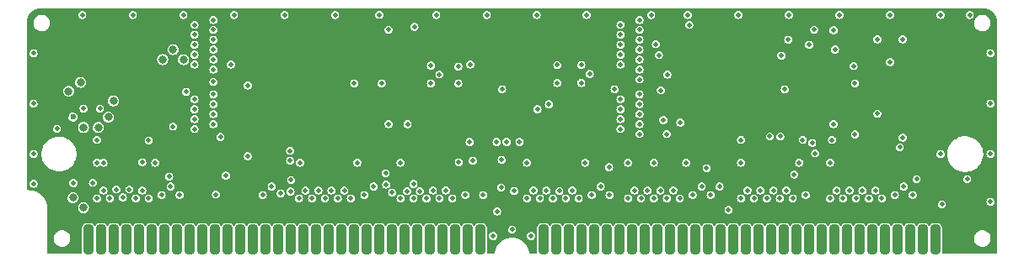
<source format=gbl>
G04 #@! TF.GenerationSoftware,KiCad,Pcbnew,7.0.10*
G04 #@! TF.CreationDate,2024-02-16T17:31:47-05:00*
G04 #@! TF.ProjectId,MacIIROMSIMM,4d616349-4952-44f4-9d53-494d4d2e6b69,1.0*
G04 #@! TF.SameCoordinates,Original*
G04 #@! TF.FileFunction,Copper,L4,Bot*
G04 #@! TF.FilePolarity,Positive*
%FSLAX46Y46*%
G04 Gerber Fmt 4.6, Leading zero omitted, Abs format (unit mm)*
G04 Created by KiCad (PCBNEW 7.0.10) date 2024-02-16 17:31:47*
%MOMM*%
%LPD*%
G01*
G04 APERTURE LIST*
G04 Aperture macros list*
%AMRoundRect*
0 Rectangle with rounded corners*
0 $1 Rounding radius*
0 $2 $3 $4 $5 $6 $7 $8 $9 X,Y pos of 4 corners*
0 Add a 4 corners polygon primitive as box body*
4,1,4,$2,$3,$4,$5,$6,$7,$8,$9,$2,$3,0*
0 Add four circle primitives for the rounded corners*
1,1,$1+$1,$2,$3*
1,1,$1+$1,$4,$5*
1,1,$1+$1,$6,$7*
1,1,$1+$1,$8,$9*
0 Add four rect primitives between the rounded corners*
20,1,$1+$1,$2,$3,$4,$5,0*
20,1,$1+$1,$4,$5,$6,$7,0*
20,1,$1+$1,$6,$7,$8,$9,0*
20,1,$1+$1,$8,$9,$2,$3,0*%
G04 Aperture macros list end*
G04 #@! TA.AperFunction,ComponentPad*
%ADD10RoundRect,0.416560X-0.104140X-1.107440X0.104140X-1.107440X0.104140X1.107440X-0.104140X1.107440X0*%
G04 #@! TD*
G04 #@! TA.AperFunction,ViaPad*
%ADD11C,0.800000*%
G04 #@! TD*
G04 #@! TA.AperFunction,ViaPad*
%ADD12C,0.600000*%
G04 #@! TD*
G04 #@! TA.AperFunction,ViaPad*
%ADD13C,0.500000*%
G04 #@! TD*
G04 #@! TA.AperFunction,ViaPad*
%ADD14C,0.508000*%
G04 #@! TD*
G04 APERTURE END LIST*
D10*
X78105000Y-126111000D03*
X79375000Y-126111000D03*
X80645000Y-126111000D03*
X81915000Y-126111000D03*
X83185000Y-126111000D03*
X84455000Y-126111000D03*
X85725000Y-126111000D03*
X86995000Y-126111000D03*
X88265000Y-126111000D03*
X89535000Y-126111000D03*
X90805000Y-126111000D03*
X92075000Y-126111000D03*
X93345000Y-126111000D03*
X94615000Y-126111000D03*
X95885000Y-126111000D03*
X97155000Y-126111000D03*
X98425000Y-126111000D03*
X99695000Y-126111000D03*
X100965000Y-126111000D03*
X102235000Y-126111000D03*
X103505000Y-126111000D03*
X104775000Y-126111000D03*
X106045000Y-126111000D03*
X107315000Y-126111000D03*
X108585000Y-126111000D03*
X109855000Y-126111000D03*
X111125000Y-126111000D03*
X112395000Y-126111000D03*
X113665000Y-126111000D03*
X114935000Y-126111000D03*
X116205000Y-126111000D03*
X117475000Y-126111000D03*
X123825000Y-126111000D03*
X125095000Y-126111000D03*
X126365000Y-126111000D03*
X127635000Y-126111000D03*
X128905000Y-126111000D03*
X130175000Y-126111000D03*
X131445000Y-126111000D03*
X132715000Y-126111000D03*
X133985000Y-126111000D03*
X135255000Y-126111000D03*
X136525000Y-126111000D03*
X137795000Y-126111000D03*
X139065000Y-126111000D03*
X140335000Y-126111000D03*
X141605000Y-126111000D03*
X142875000Y-126111000D03*
X144145000Y-126111000D03*
X145415000Y-126111000D03*
X146685000Y-126111000D03*
X147955000Y-126111000D03*
X149225000Y-126111000D03*
X150495000Y-126111000D03*
X151765000Y-126111000D03*
X153035000Y-126111000D03*
X154305000Y-126111000D03*
X155575000Y-126111000D03*
X156845000Y-126111000D03*
X158115000Y-126111000D03*
X159385000Y-126111000D03*
X160655000Y-126111000D03*
X161925000Y-126111000D03*
X163195000Y-126111000D03*
D11*
X76100000Y-111150000D03*
X77300000Y-110250000D03*
X77600000Y-114800000D03*
D12*
X76550000Y-113750000D03*
D13*
X142400000Y-123100000D03*
X77600000Y-112900000D03*
D11*
X77600000Y-122873000D03*
X76550000Y-121873000D03*
D13*
X99250000Y-121950000D03*
X99900000Y-121150000D03*
X122150000Y-121950000D03*
X100550000Y-121950000D03*
X101200000Y-121150000D03*
D14*
X77470000Y-103441500D03*
X72580500Y-107315000D03*
X72580500Y-112395000D03*
X72580500Y-117475000D03*
X72580500Y-120459500D03*
X168719500Y-107315000D03*
X168719500Y-112395000D03*
X168719500Y-117475000D03*
X168719500Y-122301000D03*
X120650000Y-125095000D03*
X118745000Y-125730000D03*
X122555000Y-125730000D03*
X74930000Y-114935000D03*
X166370000Y-120015000D03*
X76581000Y-120396000D03*
X110750000Y-120490000D03*
D13*
X155100000Y-115500000D03*
D14*
X143383000Y-103441500D03*
X138303000Y-103441500D03*
X134620000Y-103441500D03*
X82550000Y-103441500D03*
X87630000Y-103441500D03*
X97790000Y-103441500D03*
X92710000Y-103441500D03*
X102870000Y-103441500D03*
X118110000Y-103441500D03*
X113030000Y-103441500D03*
X123126500Y-103441500D03*
X115250000Y-108650000D03*
X115250000Y-110350000D03*
X107550000Y-110350000D03*
X92400000Y-108450000D03*
X94100000Y-110550000D03*
X116450000Y-108450000D03*
X127600000Y-108500000D03*
X127600000Y-110300000D03*
X120100000Y-116250000D03*
X119100000Y-116250000D03*
X135100000Y-106400000D03*
X150500000Y-106450000D03*
X135400000Y-107500000D03*
X104800000Y-110350000D03*
D13*
X86600000Y-114700000D03*
X86200000Y-119750000D03*
D14*
X140200000Y-118900000D03*
X119150000Y-123250000D03*
X120850000Y-121200000D03*
X161290000Y-120015000D03*
X163703000Y-117475000D03*
X163830000Y-122555000D03*
X136200000Y-115450000D03*
X116400000Y-116250000D03*
X90650000Y-110200000D03*
D13*
X78950000Y-118350000D03*
X84150000Y-121950000D03*
X85450000Y-121600000D03*
X84800000Y-118350000D03*
X122150000Y-118350000D03*
X128000000Y-118350000D03*
X130950000Y-110950000D03*
X130400000Y-118800000D03*
X107315000Y-103441500D03*
D14*
X163703000Y-103441500D03*
X158623000Y-103441500D03*
X153543000Y-103441500D03*
X148463000Y-103441500D03*
D13*
X125200000Y-108500000D03*
X125200000Y-110300000D03*
X108250000Y-114450000D03*
D14*
X128143000Y-103441500D03*
X153100000Y-106950000D03*
X138450000Y-104450000D03*
D13*
X149850000Y-116050000D03*
X149000000Y-119550000D03*
D14*
X121400000Y-116250000D03*
X116700000Y-118150000D03*
D13*
X151100000Y-117400000D03*
D14*
X136250000Y-109450000D03*
X147700000Y-107550000D03*
X148400000Y-105950000D03*
D13*
X94100000Y-117700000D03*
X90900000Y-121550000D03*
X91900000Y-119650000D03*
X143650000Y-116050000D03*
X150150000Y-121600000D03*
X130450000Y-121600000D03*
X112500000Y-108550000D03*
D11*
X79100000Y-114800000D03*
D13*
X79250000Y-112900000D03*
X98450000Y-120100000D03*
X95600000Y-121600000D03*
X152600000Y-118350000D03*
X157800000Y-121950000D03*
X87250000Y-121600000D03*
X115950000Y-121600000D03*
X98350000Y-117150000D03*
X96500000Y-120750000D03*
X160900000Y-121600000D03*
X155100000Y-110350000D03*
X109450000Y-118350000D03*
X159893000Y-115824000D03*
X113350000Y-109450000D03*
D14*
X148050000Y-110950000D03*
D13*
X104450000Y-121950000D03*
X139700000Y-120750000D03*
X141500000Y-120750000D03*
X128450000Y-109400000D03*
D11*
X80100000Y-113750000D03*
D13*
X78550000Y-120373000D03*
X152800000Y-116050000D03*
X78950000Y-116050000D03*
X154950000Y-108600000D03*
X160000000Y-120750000D03*
X151000000Y-104950000D03*
X143650000Y-118350000D03*
X110850000Y-104650000D03*
D14*
X166624000Y-103441500D03*
D13*
X129550000Y-120750000D03*
X108250000Y-104950000D03*
X99350000Y-118350000D03*
X97400000Y-121450000D03*
X127350000Y-121950000D03*
X110150000Y-114450000D03*
X114650000Y-121950000D03*
X137500000Y-121950000D03*
X132300000Y-118350000D03*
X138150000Y-118350000D03*
X148850000Y-121950000D03*
X106750000Y-120750000D03*
X105813500Y-121600000D03*
X117750000Y-121600000D03*
X86350000Y-120750000D03*
X152950000Y-105000000D03*
D11*
X87650000Y-107950000D03*
D14*
X135600000Y-111050000D03*
D13*
X140600000Y-121600000D03*
D11*
X85550000Y-107950000D03*
D13*
X159100000Y-121600000D03*
X138800000Y-121600000D03*
D11*
X86600000Y-106950000D03*
X80600000Y-112100000D03*
D13*
X152950000Y-114450000D03*
X112500000Y-110350000D03*
X128650000Y-121600000D03*
X101850000Y-121950000D03*
X102500000Y-121150000D03*
X103150000Y-121950000D03*
X124750000Y-121950000D03*
X103800000Y-121150000D03*
X78950000Y-121950000D03*
X79600000Y-121150000D03*
X80250000Y-121950000D03*
X80900000Y-121050000D03*
X81550000Y-121850000D03*
X82200000Y-121050000D03*
X82850000Y-121950000D03*
X98400000Y-121250000D03*
X83500000Y-121150000D03*
X109450000Y-121950000D03*
X110100000Y-121210000D03*
X110750000Y-121950000D03*
X111400000Y-121210000D03*
X112050000Y-121950000D03*
X112700000Y-121150000D03*
X113350000Y-121950000D03*
X114000000Y-121150000D03*
X122800000Y-121150000D03*
X123450000Y-121950000D03*
X124100000Y-121150000D03*
X125400000Y-121200000D03*
X126050000Y-121950000D03*
X126700000Y-121150000D03*
X132300000Y-121950000D03*
X132950000Y-121150000D03*
X133600000Y-121950000D03*
X134250000Y-121150000D03*
X134900000Y-121950000D03*
X135550000Y-121150000D03*
X136200000Y-121950000D03*
X136850000Y-121150000D03*
X143650000Y-121950000D03*
X144300000Y-121150000D03*
X144950000Y-121950000D03*
X145600000Y-121150000D03*
X146250000Y-121950000D03*
X146900000Y-121150000D03*
X147550000Y-121950000D03*
X148200000Y-121150000D03*
X152600000Y-121950000D03*
X153250000Y-121150000D03*
X153900000Y-121950000D03*
X154550000Y-121150000D03*
X155200000Y-121950000D03*
X155850000Y-121150000D03*
X156500000Y-121950000D03*
X157150000Y-121150000D03*
X84800000Y-121950000D03*
X85450000Y-123100000D03*
X86350000Y-123950000D03*
X87250000Y-123100000D03*
X128000000Y-121950000D03*
X128650000Y-123100000D03*
X129550000Y-123950000D03*
X125250000Y-109400000D03*
D14*
X120586500Y-103441500D03*
X125603000Y-103441500D03*
X115570000Y-103441500D03*
X140843000Y-103441500D03*
X151003000Y-103441500D03*
X156083000Y-103441500D03*
X145923000Y-103441500D03*
X136398000Y-103441500D03*
X168719500Y-109855000D03*
X168719500Y-114935000D03*
X168719500Y-120015000D03*
X72580500Y-109855000D03*
X72580500Y-114935000D03*
X85090000Y-103441500D03*
X80010000Y-103441500D03*
X100330000Y-103441500D03*
X105410000Y-103441500D03*
X95250000Y-103441500D03*
X130683000Y-103441500D03*
X160528000Y-103441500D03*
X72580500Y-105791000D03*
X168719500Y-105791000D03*
D13*
X153785882Y-110314118D03*
X108250000Y-109700000D03*
X96500000Y-123950000D03*
D11*
X85600000Y-109450000D03*
D13*
X150550000Y-104450000D03*
X152850000Y-109450000D03*
X159100000Y-123100000D03*
D11*
X87550000Y-109450000D03*
D13*
X115950000Y-123100000D03*
X151050000Y-123950000D03*
X139550000Y-123925000D03*
X88750000Y-109450000D03*
X111050000Y-110350000D03*
X149500000Y-121950000D03*
X117800000Y-123100000D03*
D11*
X79400000Y-109300000D03*
D13*
X152950000Y-104300000D03*
X131550000Y-110450000D03*
X138800000Y-123100000D03*
X116850000Y-123950000D03*
X138150000Y-121950000D03*
X110150000Y-109450000D03*
X131550000Y-109450000D03*
X126100000Y-108500000D03*
X110150000Y-104450000D03*
X130450000Y-123100000D03*
X115300000Y-121950000D03*
X160000000Y-123950000D03*
X105100000Y-121900000D03*
X106713500Y-123950000D03*
X97400000Y-123100000D03*
X96450000Y-117200000D03*
X95850000Y-118100000D03*
X126100000Y-110300000D03*
X95600000Y-123100000D03*
X88750000Y-110450000D03*
X153600000Y-108550000D03*
D14*
X165163500Y-103441500D03*
D13*
X111000000Y-108550000D03*
D11*
X86600000Y-110450000D03*
D13*
X105813500Y-123100000D03*
D11*
X80600000Y-110200000D03*
D13*
X160900000Y-123100000D03*
X107613500Y-123100000D03*
X150150000Y-123100000D03*
X158450000Y-121950000D03*
X90650000Y-113450000D03*
X133450000Y-113450000D03*
X88750000Y-113950000D03*
X131550000Y-113950000D03*
X90650000Y-114450000D03*
X133450000Y-114450000D03*
X88750000Y-114950000D03*
X131550000Y-114950000D03*
X133450000Y-115450000D03*
X91350000Y-115750000D03*
X108600000Y-121350000D03*
X150800000Y-116350000D03*
X79600000Y-118350000D03*
X108000000Y-120550000D03*
X147600000Y-115700000D03*
X83500000Y-118300000D03*
X84150000Y-116100000D03*
X146550000Y-115700000D03*
X107950000Y-119400000D03*
X119650000Y-110950000D03*
X90650000Y-108950000D03*
X133450000Y-108950000D03*
X123200000Y-112950000D03*
X131550000Y-112950000D03*
X88750000Y-112950000D03*
X90650000Y-112450000D03*
X124350000Y-112450000D03*
X133450000Y-112450000D03*
X90650000Y-103950000D03*
X133450000Y-103950000D03*
X88750000Y-104450000D03*
X131550000Y-104450000D03*
X90650000Y-104950000D03*
X133450000Y-104950000D03*
X88750000Y-105450000D03*
X131550000Y-105450000D03*
X90650000Y-105950000D03*
X133450000Y-105950000D03*
X88750000Y-106450000D03*
X131550000Y-106450000D03*
X90650000Y-106950000D03*
X133450000Y-106950000D03*
X88750000Y-107450000D03*
X131550000Y-107450000D03*
X134900000Y-118350000D03*
X119600000Y-118050000D03*
X88750000Y-111950000D03*
X131550000Y-111950000D03*
X90650000Y-111450000D03*
X133450000Y-111450000D03*
X157353000Y-113411000D03*
X135850000Y-114050000D03*
X159600000Y-116800000D03*
X137550000Y-114300000D03*
X133450000Y-109950000D03*
X159893000Y-105918000D03*
X87900000Y-111200000D03*
X105100000Y-118350000D03*
X98350000Y-118150000D03*
X115300000Y-118300000D03*
X149500000Y-118350000D03*
X119550000Y-120850000D03*
X88750000Y-108450000D03*
X131550000Y-108450000D03*
X158623000Y-108204000D03*
X90650000Y-107950000D03*
X133450000Y-107950000D03*
X157353000Y-105918000D03*
G04 #@! TA.AperFunction,Conductor*
G36*
X168010319Y-102773088D02*
G01*
X168021000Y-102775950D01*
X168030665Y-102773360D01*
X168040672Y-102773360D01*
X168040672Y-102773595D01*
X168049741Y-102772762D01*
X168229276Y-102786892D01*
X168241054Y-102788758D01*
X168373438Y-102820540D01*
X168438384Y-102836132D01*
X168449718Y-102839814D01*
X168560892Y-102885864D01*
X168637213Y-102917478D01*
X168647839Y-102922892D01*
X168820874Y-103028927D01*
X168830522Y-103035937D01*
X168984839Y-103167736D01*
X168993264Y-103176161D01*
X169106177Y-103308365D01*
X169125063Y-103330478D01*
X169132073Y-103340126D01*
X169238108Y-103513161D01*
X169243522Y-103523787D01*
X169264066Y-103573384D01*
X169321186Y-103711282D01*
X169324868Y-103722616D01*
X169327018Y-103731572D01*
X169372242Y-103919946D01*
X169374108Y-103931724D01*
X169388238Y-104111259D01*
X169387405Y-104120328D01*
X169387640Y-104120328D01*
X169387640Y-104130335D01*
X169385050Y-104140000D01*
X169387912Y-104150681D01*
X169390500Y-104170344D01*
X169390500Y-127404500D01*
X169372719Y-127453352D01*
X169327697Y-127479345D01*
X169314500Y-127480500D01*
X163922445Y-127480500D01*
X163873593Y-127462719D01*
X163847600Y-127417697D01*
X163852231Y-127375415D01*
X163853597Y-127372118D01*
X163853599Y-127372112D01*
X163855502Y-127367517D01*
X163856153Y-127362576D01*
X163869876Y-127258332D01*
X163870200Y-127255873D01*
X163870199Y-125937591D01*
X167063922Y-125937591D01*
X167073321Y-126116921D01*
X167074414Y-126120888D01*
X167074414Y-126120890D01*
X167080667Y-126143592D01*
X167121008Y-126290049D01*
X167204760Y-126448898D01*
X167320668Y-126586058D01*
X167323933Y-126588555D01*
X167323937Y-126588558D01*
X167460056Y-126692628D01*
X167463326Y-126695128D01*
X167467057Y-126696868D01*
X167467059Y-126696869D01*
X167552231Y-126736585D01*
X167626077Y-126771020D01*
X167630087Y-126771916D01*
X167630089Y-126771917D01*
X167737742Y-126795980D01*
X167801328Y-126810193D01*
X167806819Y-126810500D01*
X167938866Y-126810500D01*
X168029523Y-126800652D01*
X168068430Y-126796425D01*
X168068431Y-126796425D01*
X168072525Y-126795980D01*
X168155433Y-126768079D01*
X168238821Y-126740016D01*
X168238822Y-126740015D01*
X168242722Y-126738703D01*
X168246243Y-126736587D01*
X168246248Y-126736585D01*
X168393120Y-126648334D01*
X168393121Y-126648333D01*
X168396648Y-126646214D01*
X168527123Y-126522830D01*
X168628060Y-126374306D01*
X168694748Y-126207573D01*
X168724078Y-126030409D01*
X168721075Y-125973103D01*
X168720143Y-125955328D01*
X168714679Y-125851079D01*
X168666992Y-125677951D01*
X168583240Y-125519102D01*
X168467332Y-125381942D01*
X168464067Y-125379445D01*
X168464063Y-125379442D01*
X168327944Y-125275372D01*
X168327943Y-125275372D01*
X168324674Y-125272872D01*
X168320943Y-125271132D01*
X168320941Y-125271131D01*
X168165652Y-125198719D01*
X168165653Y-125198719D01*
X168161923Y-125196980D01*
X168157913Y-125196084D01*
X168157911Y-125196083D01*
X167989710Y-125158486D01*
X167989709Y-125158486D01*
X167986672Y-125157807D01*
X167981181Y-125157500D01*
X167849134Y-125157500D01*
X167758477Y-125167348D01*
X167719570Y-125171575D01*
X167719569Y-125171575D01*
X167715475Y-125172020D01*
X167641307Y-125196980D01*
X167549179Y-125227984D01*
X167549178Y-125227985D01*
X167545278Y-125229297D01*
X167541757Y-125231413D01*
X167541752Y-125231415D01*
X167394880Y-125319666D01*
X167391352Y-125321786D01*
X167327739Y-125381942D01*
X167274466Y-125432320D01*
X167260877Y-125445170D01*
X167159940Y-125593694D01*
X167093252Y-125760427D01*
X167092579Y-125764489D01*
X167092579Y-125764491D01*
X167077564Y-125855188D01*
X167063922Y-125937591D01*
X163870199Y-125937591D01*
X163870199Y-124966128D01*
X163855502Y-124854483D01*
X163797960Y-124715566D01*
X163706425Y-124596275D01*
X163587134Y-124504740D01*
X163448217Y-124447198D01*
X163443286Y-124446549D01*
X163443283Y-124446548D01*
X163379012Y-124438087D01*
X163336573Y-124432500D01*
X163195058Y-124432500D01*
X163053428Y-124432501D01*
X162941783Y-124447198D01*
X162802866Y-124504740D01*
X162683575Y-124596275D01*
X162680544Y-124600225D01*
X162620295Y-124678743D01*
X162576449Y-124706676D01*
X162524907Y-124699890D01*
X162499705Y-124678743D01*
X162439456Y-124600225D01*
X162436425Y-124596275D01*
X162317134Y-124504740D01*
X162178217Y-124447198D01*
X162173286Y-124446549D01*
X162173283Y-124446548D01*
X162109012Y-124438087D01*
X162066573Y-124432500D01*
X161925058Y-124432500D01*
X161783428Y-124432501D01*
X161671783Y-124447198D01*
X161532866Y-124504740D01*
X161413575Y-124596275D01*
X161410544Y-124600225D01*
X161350295Y-124678743D01*
X161306449Y-124706676D01*
X161254907Y-124699890D01*
X161229705Y-124678743D01*
X161169456Y-124600225D01*
X161166425Y-124596275D01*
X161047134Y-124504740D01*
X160908217Y-124447198D01*
X160903286Y-124446549D01*
X160903283Y-124446548D01*
X160839012Y-124438087D01*
X160796573Y-124432500D01*
X160655058Y-124432500D01*
X160513428Y-124432501D01*
X160401783Y-124447198D01*
X160262866Y-124504740D01*
X160143575Y-124596275D01*
X160140544Y-124600225D01*
X160080295Y-124678743D01*
X160036449Y-124706676D01*
X159984907Y-124699890D01*
X159959705Y-124678743D01*
X159899456Y-124600225D01*
X159896425Y-124596275D01*
X159777134Y-124504740D01*
X159638217Y-124447198D01*
X159633286Y-124446549D01*
X159633283Y-124446548D01*
X159569012Y-124438087D01*
X159526573Y-124432500D01*
X159385058Y-124432500D01*
X159243428Y-124432501D01*
X159131783Y-124447198D01*
X158992866Y-124504740D01*
X158873575Y-124596275D01*
X158870544Y-124600225D01*
X158810295Y-124678743D01*
X158766449Y-124706676D01*
X158714907Y-124699890D01*
X158689705Y-124678743D01*
X158629456Y-124600225D01*
X158626425Y-124596275D01*
X158507134Y-124504740D01*
X158368217Y-124447198D01*
X158363286Y-124446549D01*
X158363283Y-124446548D01*
X158299012Y-124438087D01*
X158256573Y-124432500D01*
X158115058Y-124432500D01*
X157973428Y-124432501D01*
X157861783Y-124447198D01*
X157722866Y-124504740D01*
X157603575Y-124596275D01*
X157600544Y-124600225D01*
X157540295Y-124678743D01*
X157496449Y-124706676D01*
X157444907Y-124699890D01*
X157419705Y-124678743D01*
X157359456Y-124600225D01*
X157356425Y-124596275D01*
X157237134Y-124504740D01*
X157098217Y-124447198D01*
X157093286Y-124446549D01*
X157093283Y-124446548D01*
X157029012Y-124438087D01*
X156986573Y-124432500D01*
X156845058Y-124432500D01*
X156703428Y-124432501D01*
X156591783Y-124447198D01*
X156452866Y-124504740D01*
X156333575Y-124596275D01*
X156330544Y-124600225D01*
X156270295Y-124678743D01*
X156226449Y-124706676D01*
X156174907Y-124699890D01*
X156149705Y-124678743D01*
X156089456Y-124600225D01*
X156086425Y-124596275D01*
X155967134Y-124504740D01*
X155828217Y-124447198D01*
X155823286Y-124446549D01*
X155823283Y-124446548D01*
X155759012Y-124438087D01*
X155716573Y-124432500D01*
X155575058Y-124432500D01*
X155433428Y-124432501D01*
X155321783Y-124447198D01*
X155182866Y-124504740D01*
X155063575Y-124596275D01*
X155060544Y-124600225D01*
X155000295Y-124678743D01*
X154956449Y-124706676D01*
X154904907Y-124699890D01*
X154879705Y-124678743D01*
X154819456Y-124600225D01*
X154816425Y-124596275D01*
X154697134Y-124504740D01*
X154558217Y-124447198D01*
X154553286Y-124446549D01*
X154553283Y-124446548D01*
X154489012Y-124438087D01*
X154446573Y-124432500D01*
X154305058Y-124432500D01*
X154163428Y-124432501D01*
X154051783Y-124447198D01*
X153912866Y-124504740D01*
X153793575Y-124596275D01*
X153790544Y-124600225D01*
X153730295Y-124678743D01*
X153686449Y-124706676D01*
X153634907Y-124699890D01*
X153609705Y-124678743D01*
X153549456Y-124600225D01*
X153546425Y-124596275D01*
X153427134Y-124504740D01*
X153288217Y-124447198D01*
X153283286Y-124446549D01*
X153283283Y-124446548D01*
X153219012Y-124438087D01*
X153176573Y-124432500D01*
X153035058Y-124432500D01*
X152893428Y-124432501D01*
X152781783Y-124447198D01*
X152642866Y-124504740D01*
X152523575Y-124596275D01*
X152520544Y-124600225D01*
X152460295Y-124678743D01*
X152416449Y-124706676D01*
X152364907Y-124699890D01*
X152339705Y-124678743D01*
X152279456Y-124600225D01*
X152276425Y-124596275D01*
X152157134Y-124504740D01*
X152018217Y-124447198D01*
X152013286Y-124446549D01*
X152013283Y-124446548D01*
X151949012Y-124438087D01*
X151906573Y-124432500D01*
X151765058Y-124432500D01*
X151623428Y-124432501D01*
X151511783Y-124447198D01*
X151372866Y-124504740D01*
X151253575Y-124596275D01*
X151250544Y-124600225D01*
X151190295Y-124678743D01*
X151146449Y-124706676D01*
X151094907Y-124699890D01*
X151069705Y-124678743D01*
X151009456Y-124600225D01*
X151006425Y-124596275D01*
X150887134Y-124504740D01*
X150748217Y-124447198D01*
X150743286Y-124446549D01*
X150743283Y-124446548D01*
X150679012Y-124438087D01*
X150636573Y-124432500D01*
X150495058Y-124432500D01*
X150353428Y-124432501D01*
X150241783Y-124447198D01*
X150102866Y-124504740D01*
X149983575Y-124596275D01*
X149980544Y-124600225D01*
X149920295Y-124678743D01*
X149876449Y-124706676D01*
X149824907Y-124699890D01*
X149799705Y-124678743D01*
X149739456Y-124600225D01*
X149736425Y-124596275D01*
X149617134Y-124504740D01*
X149478217Y-124447198D01*
X149473286Y-124446549D01*
X149473283Y-124446548D01*
X149409012Y-124438087D01*
X149366573Y-124432500D01*
X149225058Y-124432500D01*
X149083428Y-124432501D01*
X148971783Y-124447198D01*
X148832866Y-124504740D01*
X148713575Y-124596275D01*
X148710544Y-124600225D01*
X148650295Y-124678743D01*
X148606449Y-124706676D01*
X148554907Y-124699890D01*
X148529705Y-124678743D01*
X148469456Y-124600225D01*
X148466425Y-124596275D01*
X148347134Y-124504740D01*
X148208217Y-124447198D01*
X148203286Y-124446549D01*
X148203283Y-124446548D01*
X148139012Y-124438087D01*
X148096573Y-124432500D01*
X147955058Y-124432500D01*
X147813428Y-124432501D01*
X147701783Y-124447198D01*
X147562866Y-124504740D01*
X147443575Y-124596275D01*
X147440544Y-124600225D01*
X147380295Y-124678743D01*
X147336449Y-124706676D01*
X147284907Y-124699890D01*
X147259705Y-124678743D01*
X147199456Y-124600225D01*
X147196425Y-124596275D01*
X147077134Y-124504740D01*
X146938217Y-124447198D01*
X146933286Y-124446549D01*
X146933283Y-124446548D01*
X146869012Y-124438087D01*
X146826573Y-124432500D01*
X146685058Y-124432500D01*
X146543428Y-124432501D01*
X146431783Y-124447198D01*
X146292866Y-124504740D01*
X146173575Y-124596275D01*
X146170544Y-124600225D01*
X146110295Y-124678743D01*
X146066449Y-124706676D01*
X146014907Y-124699890D01*
X145989705Y-124678743D01*
X145929456Y-124600225D01*
X145926425Y-124596275D01*
X145807134Y-124504740D01*
X145668217Y-124447198D01*
X145663286Y-124446549D01*
X145663283Y-124446548D01*
X145599012Y-124438087D01*
X145556573Y-124432500D01*
X145415058Y-124432500D01*
X145273428Y-124432501D01*
X145161783Y-124447198D01*
X145022866Y-124504740D01*
X144903575Y-124596275D01*
X144900544Y-124600225D01*
X144840295Y-124678743D01*
X144796449Y-124706676D01*
X144744907Y-124699890D01*
X144719705Y-124678743D01*
X144659456Y-124600225D01*
X144656425Y-124596275D01*
X144537134Y-124504740D01*
X144398217Y-124447198D01*
X144393286Y-124446549D01*
X144393283Y-124446548D01*
X144329012Y-124438087D01*
X144286573Y-124432500D01*
X144145058Y-124432500D01*
X144003428Y-124432501D01*
X143891783Y-124447198D01*
X143752866Y-124504740D01*
X143633575Y-124596275D01*
X143630544Y-124600225D01*
X143570295Y-124678743D01*
X143526449Y-124706676D01*
X143474907Y-124699890D01*
X143449705Y-124678743D01*
X143389456Y-124600225D01*
X143386425Y-124596275D01*
X143267134Y-124504740D01*
X143128217Y-124447198D01*
X143123286Y-124446549D01*
X143123283Y-124446548D01*
X143059012Y-124438087D01*
X143016573Y-124432500D01*
X142875058Y-124432500D01*
X142733428Y-124432501D01*
X142621783Y-124447198D01*
X142482866Y-124504740D01*
X142363575Y-124596275D01*
X142360544Y-124600225D01*
X142300295Y-124678743D01*
X142256449Y-124706676D01*
X142204907Y-124699890D01*
X142179705Y-124678743D01*
X142119456Y-124600225D01*
X142116425Y-124596275D01*
X141997134Y-124504740D01*
X141858217Y-124447198D01*
X141853286Y-124446549D01*
X141853283Y-124446548D01*
X141789012Y-124438087D01*
X141746573Y-124432500D01*
X141605058Y-124432500D01*
X141463428Y-124432501D01*
X141351783Y-124447198D01*
X141212866Y-124504740D01*
X141093575Y-124596275D01*
X141090544Y-124600225D01*
X141030295Y-124678743D01*
X140986449Y-124706676D01*
X140934907Y-124699890D01*
X140909705Y-124678743D01*
X140849456Y-124600225D01*
X140846425Y-124596275D01*
X140727134Y-124504740D01*
X140588217Y-124447198D01*
X140583286Y-124446549D01*
X140583283Y-124446548D01*
X140519012Y-124438087D01*
X140476573Y-124432500D01*
X140335058Y-124432500D01*
X140193428Y-124432501D01*
X140081783Y-124447198D01*
X139942866Y-124504740D01*
X139823575Y-124596275D01*
X139820544Y-124600225D01*
X139760295Y-124678743D01*
X139716449Y-124706676D01*
X139664907Y-124699890D01*
X139639705Y-124678743D01*
X139579456Y-124600225D01*
X139576425Y-124596275D01*
X139457134Y-124504740D01*
X139318217Y-124447198D01*
X139313286Y-124446549D01*
X139313283Y-124446548D01*
X139249012Y-124438087D01*
X139206573Y-124432500D01*
X139065058Y-124432500D01*
X138923428Y-124432501D01*
X138811783Y-124447198D01*
X138672866Y-124504740D01*
X138553575Y-124596275D01*
X138550544Y-124600225D01*
X138490295Y-124678743D01*
X138446449Y-124706676D01*
X138394907Y-124699890D01*
X138369705Y-124678743D01*
X138309456Y-124600225D01*
X138306425Y-124596275D01*
X138187134Y-124504740D01*
X138048217Y-124447198D01*
X138043286Y-124446549D01*
X138043283Y-124446548D01*
X137979012Y-124438087D01*
X137936573Y-124432500D01*
X137795058Y-124432500D01*
X137653428Y-124432501D01*
X137541783Y-124447198D01*
X137402866Y-124504740D01*
X137283575Y-124596275D01*
X137280544Y-124600225D01*
X137220295Y-124678743D01*
X137176449Y-124706676D01*
X137124907Y-124699890D01*
X137099705Y-124678743D01*
X137039456Y-124600225D01*
X137036425Y-124596275D01*
X136917134Y-124504740D01*
X136778217Y-124447198D01*
X136773286Y-124446549D01*
X136773283Y-124446548D01*
X136709012Y-124438087D01*
X136666573Y-124432500D01*
X136525058Y-124432500D01*
X136383428Y-124432501D01*
X136271783Y-124447198D01*
X136132866Y-124504740D01*
X136013575Y-124596275D01*
X136010544Y-124600225D01*
X135950295Y-124678743D01*
X135906449Y-124706676D01*
X135854907Y-124699890D01*
X135829705Y-124678743D01*
X135769456Y-124600225D01*
X135766425Y-124596275D01*
X135647134Y-124504740D01*
X135508217Y-124447198D01*
X135503286Y-124446549D01*
X135503283Y-124446548D01*
X135439012Y-124438087D01*
X135396573Y-124432500D01*
X135255058Y-124432500D01*
X135113428Y-124432501D01*
X135001783Y-124447198D01*
X134862866Y-124504740D01*
X134743575Y-124596275D01*
X134740544Y-124600225D01*
X134680295Y-124678743D01*
X134636449Y-124706676D01*
X134584907Y-124699890D01*
X134559705Y-124678743D01*
X134499456Y-124600225D01*
X134496425Y-124596275D01*
X134377134Y-124504740D01*
X134238217Y-124447198D01*
X134233286Y-124446549D01*
X134233283Y-124446548D01*
X134169012Y-124438087D01*
X134126573Y-124432500D01*
X133985058Y-124432500D01*
X133843428Y-124432501D01*
X133731783Y-124447198D01*
X133592866Y-124504740D01*
X133473575Y-124596275D01*
X133470544Y-124600225D01*
X133410295Y-124678743D01*
X133366449Y-124706676D01*
X133314907Y-124699890D01*
X133289705Y-124678743D01*
X133229456Y-124600225D01*
X133226425Y-124596275D01*
X133107134Y-124504740D01*
X132968217Y-124447198D01*
X132963286Y-124446549D01*
X132963283Y-124446548D01*
X132899012Y-124438087D01*
X132856573Y-124432500D01*
X132715058Y-124432500D01*
X132573428Y-124432501D01*
X132461783Y-124447198D01*
X132322866Y-124504740D01*
X132203575Y-124596275D01*
X132200544Y-124600225D01*
X132140295Y-124678743D01*
X132096449Y-124706676D01*
X132044907Y-124699890D01*
X132019705Y-124678743D01*
X131959456Y-124600225D01*
X131956425Y-124596275D01*
X131837134Y-124504740D01*
X131698217Y-124447198D01*
X131693286Y-124446549D01*
X131693283Y-124446548D01*
X131629012Y-124438087D01*
X131586573Y-124432500D01*
X131445058Y-124432500D01*
X131303428Y-124432501D01*
X131191783Y-124447198D01*
X131052866Y-124504740D01*
X130933575Y-124596275D01*
X130930544Y-124600225D01*
X130870295Y-124678743D01*
X130826449Y-124706676D01*
X130774907Y-124699890D01*
X130749705Y-124678743D01*
X130689456Y-124600225D01*
X130686425Y-124596275D01*
X130567134Y-124504740D01*
X130428217Y-124447198D01*
X130423286Y-124446549D01*
X130423283Y-124446548D01*
X130359012Y-124438087D01*
X130316573Y-124432500D01*
X130175058Y-124432500D01*
X130033428Y-124432501D01*
X129921783Y-124447198D01*
X129782866Y-124504740D01*
X129663575Y-124596275D01*
X129660544Y-124600225D01*
X129600295Y-124678743D01*
X129556449Y-124706676D01*
X129504907Y-124699890D01*
X129479705Y-124678743D01*
X129419456Y-124600225D01*
X129416425Y-124596275D01*
X129297134Y-124504740D01*
X129158217Y-124447198D01*
X129153286Y-124446549D01*
X129153283Y-124446548D01*
X129089012Y-124438087D01*
X129046573Y-124432500D01*
X128905058Y-124432500D01*
X128763428Y-124432501D01*
X128651783Y-124447198D01*
X128512866Y-124504740D01*
X128393575Y-124596275D01*
X128390544Y-124600225D01*
X128330295Y-124678743D01*
X128286449Y-124706676D01*
X128234907Y-124699890D01*
X128209705Y-124678743D01*
X128149456Y-124600225D01*
X128146425Y-124596275D01*
X128027134Y-124504740D01*
X127888217Y-124447198D01*
X127883286Y-124446549D01*
X127883283Y-124446548D01*
X127819012Y-124438087D01*
X127776573Y-124432500D01*
X127635058Y-124432500D01*
X127493428Y-124432501D01*
X127381783Y-124447198D01*
X127242866Y-124504740D01*
X127123575Y-124596275D01*
X127120544Y-124600225D01*
X127060295Y-124678743D01*
X127016449Y-124706676D01*
X126964907Y-124699890D01*
X126939705Y-124678743D01*
X126879456Y-124600225D01*
X126876425Y-124596275D01*
X126757134Y-124504740D01*
X126618217Y-124447198D01*
X126613286Y-124446549D01*
X126613283Y-124446548D01*
X126549012Y-124438087D01*
X126506573Y-124432500D01*
X126365058Y-124432500D01*
X126223428Y-124432501D01*
X126111783Y-124447198D01*
X125972866Y-124504740D01*
X125853575Y-124596275D01*
X125850544Y-124600225D01*
X125790295Y-124678743D01*
X125746449Y-124706676D01*
X125694907Y-124699890D01*
X125669705Y-124678743D01*
X125609456Y-124600225D01*
X125606425Y-124596275D01*
X125487134Y-124504740D01*
X125348217Y-124447198D01*
X125343286Y-124446549D01*
X125343283Y-124446548D01*
X125279012Y-124438087D01*
X125236573Y-124432500D01*
X125095058Y-124432500D01*
X124953428Y-124432501D01*
X124841783Y-124447198D01*
X124702866Y-124504740D01*
X124583575Y-124596275D01*
X124580544Y-124600225D01*
X124520295Y-124678743D01*
X124476449Y-124706676D01*
X124424907Y-124699890D01*
X124399705Y-124678743D01*
X124339456Y-124600225D01*
X124336425Y-124596275D01*
X124217134Y-124504740D01*
X124078217Y-124447198D01*
X124073286Y-124446549D01*
X124073283Y-124446548D01*
X124009012Y-124438087D01*
X123966573Y-124432500D01*
X123825058Y-124432500D01*
X123683428Y-124432501D01*
X123571783Y-124447198D01*
X123432866Y-124504740D01*
X123313575Y-124596275D01*
X123222040Y-124715566D01*
X123164498Y-124854483D01*
X123163849Y-124859414D01*
X123163848Y-124859417D01*
X123155387Y-124923688D01*
X123149800Y-124966127D01*
X123149801Y-127255872D01*
X123164498Y-127367517D01*
X123166404Y-127372118D01*
X123166406Y-127372124D01*
X123167769Y-127375415D01*
X123170038Y-127427353D01*
X123138391Y-127468597D01*
X123097555Y-127480500D01*
X122456158Y-127480500D01*
X122407306Y-127462719D01*
X122381313Y-127417697D01*
X122380352Y-127409920D01*
X122378869Y-127389173D01*
X122378868Y-127389166D01*
X122378674Y-127386454D01*
X122325707Y-127142968D01*
X122266576Y-126984432D01*
X122239576Y-126912041D01*
X122239573Y-126912035D01*
X122238627Y-126909498D01*
X122119207Y-126690798D01*
X122038447Y-126582914D01*
X121971505Y-126493490D01*
X121971504Y-126493489D01*
X121969879Y-126491318D01*
X121793682Y-126315121D01*
X121594202Y-126165793D01*
X121375502Y-126046373D01*
X121372965Y-126045427D01*
X121372959Y-126045424D01*
X121164762Y-125967771D01*
X121142032Y-125959293D01*
X120898546Y-125906326D01*
X120650000Y-125888550D01*
X120401454Y-125906326D01*
X120157968Y-125959293D01*
X120135238Y-125967771D01*
X119927041Y-126045424D01*
X119927035Y-126045427D01*
X119924498Y-126046373D01*
X119705798Y-126165793D01*
X119506318Y-126315121D01*
X119330121Y-126491318D01*
X119328496Y-126493489D01*
X119328495Y-126493490D01*
X119261553Y-126582914D01*
X119180793Y-126690798D01*
X119061373Y-126909498D01*
X119060427Y-126912035D01*
X119060424Y-126912041D01*
X119033424Y-126984432D01*
X118974293Y-127142968D01*
X118921326Y-127386454D01*
X118921132Y-127389166D01*
X118921131Y-127389173D01*
X118919648Y-127409920D01*
X118898429Y-127457380D01*
X118851668Y-127480096D01*
X118843842Y-127480500D01*
X118202445Y-127480500D01*
X118153593Y-127462719D01*
X118127600Y-127417697D01*
X118132231Y-127375415D01*
X118133597Y-127372118D01*
X118133598Y-127372112D01*
X118135502Y-127367517D01*
X118136153Y-127362576D01*
X118149876Y-127258332D01*
X118150200Y-127255873D01*
X118150199Y-125730000D01*
X118331408Y-125730000D01*
X118332344Y-125735910D01*
X118349957Y-125847110D01*
X118351651Y-125857807D01*
X118354366Y-125863135D01*
X118403844Y-125960241D01*
X118410397Y-125973103D01*
X118501897Y-126064603D01*
X118617193Y-126123349D01*
X118623100Y-126124285D01*
X118623101Y-126124285D01*
X118739090Y-126142656D01*
X118745000Y-126143592D01*
X118750910Y-126142656D01*
X118866899Y-126124285D01*
X118866900Y-126124285D01*
X118872807Y-126123349D01*
X118988103Y-126064603D01*
X119079603Y-125973103D01*
X119086157Y-125960241D01*
X119135634Y-125863135D01*
X119138349Y-125857807D01*
X119140044Y-125847110D01*
X119157656Y-125735910D01*
X119158592Y-125730000D01*
X122141408Y-125730000D01*
X122142344Y-125735910D01*
X122159957Y-125847110D01*
X122161651Y-125857807D01*
X122164366Y-125863135D01*
X122213844Y-125960241D01*
X122220397Y-125973103D01*
X122311897Y-126064603D01*
X122427193Y-126123349D01*
X122433100Y-126124285D01*
X122433101Y-126124285D01*
X122549090Y-126142656D01*
X122555000Y-126143592D01*
X122560910Y-126142656D01*
X122676899Y-126124285D01*
X122676900Y-126124285D01*
X122682807Y-126123349D01*
X122798103Y-126064603D01*
X122889603Y-125973103D01*
X122896157Y-125960241D01*
X122945634Y-125863135D01*
X122948349Y-125857807D01*
X122950044Y-125847110D01*
X122967656Y-125735910D01*
X122968592Y-125730000D01*
X122948349Y-125602193D01*
X122889603Y-125486897D01*
X122798103Y-125395397D01*
X122777867Y-125385086D01*
X122744592Y-125368132D01*
X122682807Y-125336651D01*
X122676900Y-125335715D01*
X122676899Y-125335715D01*
X122560910Y-125317344D01*
X122555000Y-125316408D01*
X122549090Y-125317344D01*
X122433101Y-125335715D01*
X122433100Y-125335715D01*
X122427193Y-125336651D01*
X122365408Y-125368132D01*
X122332134Y-125385086D01*
X122311897Y-125395397D01*
X122220397Y-125486897D01*
X122161651Y-125602193D01*
X122141408Y-125730000D01*
X119158592Y-125730000D01*
X119138349Y-125602193D01*
X119079603Y-125486897D01*
X118988103Y-125395397D01*
X118967867Y-125385086D01*
X118934592Y-125368132D01*
X118872807Y-125336651D01*
X118866900Y-125335715D01*
X118866899Y-125335715D01*
X118750910Y-125317344D01*
X118745000Y-125316408D01*
X118739090Y-125317344D01*
X118623101Y-125335715D01*
X118623100Y-125335715D01*
X118617193Y-125336651D01*
X118555408Y-125368132D01*
X118522134Y-125385086D01*
X118501897Y-125395397D01*
X118410397Y-125486897D01*
X118351651Y-125602193D01*
X118331408Y-125730000D01*
X118150199Y-125730000D01*
X118150199Y-125095000D01*
X120236408Y-125095000D01*
X120237344Y-125100910D01*
X120248537Y-125171575D01*
X120256651Y-125222807D01*
X120259366Y-125228135D01*
X120308524Y-125324613D01*
X120315397Y-125338103D01*
X120406897Y-125429603D01*
X120412228Y-125432319D01*
X120412229Y-125432320D01*
X120437449Y-125445170D01*
X120522193Y-125488349D01*
X120528100Y-125489285D01*
X120528101Y-125489285D01*
X120644090Y-125507656D01*
X120650000Y-125508592D01*
X120655910Y-125507656D01*
X120771899Y-125489285D01*
X120771900Y-125489285D01*
X120777807Y-125488349D01*
X120862551Y-125445170D01*
X120887771Y-125432320D01*
X120887772Y-125432319D01*
X120893103Y-125429603D01*
X120984603Y-125338103D01*
X120991477Y-125324613D01*
X121040634Y-125228135D01*
X121043349Y-125222807D01*
X121051464Y-125171575D01*
X121062656Y-125100910D01*
X121063592Y-125095000D01*
X121043349Y-124967193D01*
X120984603Y-124851897D01*
X120893103Y-124760397D01*
X120777807Y-124701651D01*
X120771900Y-124700715D01*
X120771899Y-124700715D01*
X120655910Y-124682344D01*
X120650000Y-124681408D01*
X120644090Y-124682344D01*
X120528101Y-124700715D01*
X120528100Y-124700715D01*
X120522193Y-124701651D01*
X120406897Y-124760397D01*
X120315397Y-124851897D01*
X120256651Y-124967193D01*
X120236408Y-125095000D01*
X118150199Y-125095000D01*
X118150199Y-124966128D01*
X118135502Y-124854483D01*
X118077960Y-124715566D01*
X117986425Y-124596275D01*
X117867134Y-124504740D01*
X117728217Y-124447198D01*
X117723286Y-124446549D01*
X117723283Y-124446548D01*
X117659012Y-124438087D01*
X117616573Y-124432500D01*
X117475058Y-124432500D01*
X117333428Y-124432501D01*
X117221783Y-124447198D01*
X117082866Y-124504740D01*
X116963575Y-124596275D01*
X116960544Y-124600225D01*
X116900295Y-124678743D01*
X116856449Y-124706676D01*
X116804907Y-124699890D01*
X116779705Y-124678743D01*
X116719456Y-124600225D01*
X116716425Y-124596275D01*
X116597134Y-124504740D01*
X116458217Y-124447198D01*
X116453286Y-124446549D01*
X116453283Y-124446548D01*
X116389012Y-124438087D01*
X116346573Y-124432500D01*
X116205058Y-124432500D01*
X116063428Y-124432501D01*
X115951783Y-124447198D01*
X115812866Y-124504740D01*
X115693575Y-124596275D01*
X115690544Y-124600225D01*
X115630295Y-124678743D01*
X115586449Y-124706676D01*
X115534907Y-124699890D01*
X115509705Y-124678743D01*
X115449456Y-124600225D01*
X115446425Y-124596275D01*
X115327134Y-124504740D01*
X115188217Y-124447198D01*
X115183286Y-124446549D01*
X115183283Y-124446548D01*
X115119012Y-124438087D01*
X115076573Y-124432500D01*
X114935058Y-124432500D01*
X114793428Y-124432501D01*
X114681783Y-124447198D01*
X114542866Y-124504740D01*
X114423575Y-124596275D01*
X114420544Y-124600225D01*
X114360295Y-124678743D01*
X114316449Y-124706676D01*
X114264907Y-124699890D01*
X114239705Y-124678743D01*
X114179456Y-124600225D01*
X114176425Y-124596275D01*
X114057134Y-124504740D01*
X113918217Y-124447198D01*
X113913286Y-124446549D01*
X113913283Y-124446548D01*
X113849012Y-124438087D01*
X113806573Y-124432500D01*
X113665058Y-124432500D01*
X113523428Y-124432501D01*
X113411783Y-124447198D01*
X113272866Y-124504740D01*
X113153575Y-124596275D01*
X113150544Y-124600225D01*
X113090295Y-124678743D01*
X113046449Y-124706676D01*
X112994907Y-124699890D01*
X112969705Y-124678743D01*
X112909456Y-124600225D01*
X112906425Y-124596275D01*
X112787134Y-124504740D01*
X112648217Y-124447198D01*
X112643286Y-124446549D01*
X112643283Y-124446548D01*
X112579012Y-124438087D01*
X112536573Y-124432500D01*
X112395058Y-124432500D01*
X112253428Y-124432501D01*
X112141783Y-124447198D01*
X112002866Y-124504740D01*
X111883575Y-124596275D01*
X111880544Y-124600225D01*
X111820295Y-124678743D01*
X111776449Y-124706676D01*
X111724907Y-124699890D01*
X111699705Y-124678743D01*
X111639456Y-124600225D01*
X111636425Y-124596275D01*
X111517134Y-124504740D01*
X111378217Y-124447198D01*
X111373286Y-124446549D01*
X111373283Y-124446548D01*
X111309012Y-124438087D01*
X111266573Y-124432500D01*
X111125058Y-124432500D01*
X110983428Y-124432501D01*
X110871783Y-124447198D01*
X110732866Y-124504740D01*
X110613575Y-124596275D01*
X110610544Y-124600225D01*
X110550295Y-124678743D01*
X110506449Y-124706676D01*
X110454907Y-124699890D01*
X110429705Y-124678743D01*
X110369456Y-124600225D01*
X110366425Y-124596275D01*
X110247134Y-124504740D01*
X110108217Y-124447198D01*
X110103286Y-124446549D01*
X110103283Y-124446548D01*
X110039012Y-124438087D01*
X109996573Y-124432500D01*
X109855058Y-124432500D01*
X109713428Y-124432501D01*
X109601783Y-124447198D01*
X109462866Y-124504740D01*
X109343575Y-124596275D01*
X109340544Y-124600225D01*
X109280295Y-124678743D01*
X109236449Y-124706676D01*
X109184907Y-124699890D01*
X109159705Y-124678743D01*
X109099456Y-124600225D01*
X109096425Y-124596275D01*
X108977134Y-124504740D01*
X108838217Y-124447198D01*
X108833286Y-124446549D01*
X108833283Y-124446548D01*
X108769012Y-124438087D01*
X108726573Y-124432500D01*
X108585058Y-124432500D01*
X108443428Y-124432501D01*
X108331783Y-124447198D01*
X108192866Y-124504740D01*
X108073575Y-124596275D01*
X108070544Y-124600225D01*
X108010295Y-124678743D01*
X107966449Y-124706676D01*
X107914907Y-124699890D01*
X107889705Y-124678743D01*
X107829456Y-124600225D01*
X107826425Y-124596275D01*
X107707134Y-124504740D01*
X107568217Y-124447198D01*
X107563286Y-124446549D01*
X107563283Y-124446548D01*
X107499012Y-124438087D01*
X107456573Y-124432500D01*
X107315058Y-124432500D01*
X107173428Y-124432501D01*
X107061783Y-124447198D01*
X106922866Y-124504740D01*
X106803575Y-124596275D01*
X106800544Y-124600225D01*
X106740295Y-124678743D01*
X106696449Y-124706676D01*
X106644907Y-124699890D01*
X106619705Y-124678743D01*
X106559456Y-124600225D01*
X106556425Y-124596275D01*
X106437134Y-124504740D01*
X106298217Y-124447198D01*
X106293286Y-124446549D01*
X106293283Y-124446548D01*
X106229012Y-124438087D01*
X106186573Y-124432500D01*
X106045058Y-124432500D01*
X105903428Y-124432501D01*
X105791783Y-124447198D01*
X105652866Y-124504740D01*
X105533575Y-124596275D01*
X105530544Y-124600225D01*
X105470295Y-124678743D01*
X105426449Y-124706676D01*
X105374907Y-124699890D01*
X105349705Y-124678743D01*
X105289456Y-124600225D01*
X105286425Y-124596275D01*
X105167134Y-124504740D01*
X105028217Y-124447198D01*
X105023286Y-124446549D01*
X105023283Y-124446548D01*
X104959012Y-124438087D01*
X104916573Y-124432500D01*
X104775058Y-124432500D01*
X104633428Y-124432501D01*
X104521783Y-124447198D01*
X104382866Y-124504740D01*
X104263575Y-124596275D01*
X104260544Y-124600225D01*
X104200295Y-124678743D01*
X104156449Y-124706676D01*
X104104907Y-124699890D01*
X104079705Y-124678743D01*
X104019456Y-124600225D01*
X104016425Y-124596275D01*
X103897134Y-124504740D01*
X103758217Y-124447198D01*
X103753286Y-124446549D01*
X103753283Y-124446548D01*
X103689012Y-124438087D01*
X103646573Y-124432500D01*
X103505058Y-124432500D01*
X103363428Y-124432501D01*
X103251783Y-124447198D01*
X103112866Y-124504740D01*
X102993575Y-124596275D01*
X102990544Y-124600225D01*
X102930295Y-124678743D01*
X102886449Y-124706676D01*
X102834907Y-124699890D01*
X102809705Y-124678743D01*
X102749456Y-124600225D01*
X102746425Y-124596275D01*
X102627134Y-124504740D01*
X102488217Y-124447198D01*
X102483286Y-124446549D01*
X102483283Y-124446548D01*
X102419012Y-124438087D01*
X102376573Y-124432500D01*
X102235058Y-124432500D01*
X102093428Y-124432501D01*
X101981783Y-124447198D01*
X101842866Y-124504740D01*
X101723575Y-124596275D01*
X101720544Y-124600225D01*
X101660295Y-124678743D01*
X101616449Y-124706676D01*
X101564907Y-124699890D01*
X101539705Y-124678743D01*
X101479456Y-124600225D01*
X101476425Y-124596275D01*
X101357134Y-124504740D01*
X101218217Y-124447198D01*
X101213286Y-124446549D01*
X101213283Y-124446548D01*
X101149012Y-124438087D01*
X101106573Y-124432500D01*
X100965058Y-124432500D01*
X100823428Y-124432501D01*
X100711783Y-124447198D01*
X100572866Y-124504740D01*
X100453575Y-124596275D01*
X100450544Y-124600225D01*
X100390295Y-124678743D01*
X100346449Y-124706676D01*
X100294907Y-124699890D01*
X100269705Y-124678743D01*
X100209456Y-124600225D01*
X100206425Y-124596275D01*
X100087134Y-124504740D01*
X99948217Y-124447198D01*
X99943286Y-124446549D01*
X99943283Y-124446548D01*
X99879012Y-124438087D01*
X99836573Y-124432500D01*
X99695058Y-124432500D01*
X99553428Y-124432501D01*
X99441783Y-124447198D01*
X99302866Y-124504740D01*
X99183575Y-124596275D01*
X99180544Y-124600225D01*
X99120295Y-124678743D01*
X99076449Y-124706676D01*
X99024907Y-124699890D01*
X98999705Y-124678743D01*
X98939456Y-124600225D01*
X98936425Y-124596275D01*
X98817134Y-124504740D01*
X98678217Y-124447198D01*
X98673286Y-124446549D01*
X98673283Y-124446548D01*
X98609012Y-124438087D01*
X98566573Y-124432500D01*
X98425058Y-124432500D01*
X98283428Y-124432501D01*
X98171783Y-124447198D01*
X98032866Y-124504740D01*
X97913575Y-124596275D01*
X97910544Y-124600225D01*
X97850295Y-124678743D01*
X97806449Y-124706676D01*
X97754907Y-124699890D01*
X97729705Y-124678743D01*
X97669456Y-124600225D01*
X97666425Y-124596275D01*
X97547134Y-124504740D01*
X97408217Y-124447198D01*
X97403286Y-124446549D01*
X97403283Y-124446548D01*
X97339012Y-124438087D01*
X97296573Y-124432500D01*
X97155058Y-124432500D01*
X97013428Y-124432501D01*
X96901783Y-124447198D01*
X96762866Y-124504740D01*
X96643575Y-124596275D01*
X96640544Y-124600225D01*
X96580295Y-124678743D01*
X96536449Y-124706676D01*
X96484907Y-124699890D01*
X96459705Y-124678743D01*
X96399456Y-124600225D01*
X96396425Y-124596275D01*
X96277134Y-124504740D01*
X96138217Y-124447198D01*
X96133286Y-124446549D01*
X96133283Y-124446548D01*
X96069012Y-124438087D01*
X96026573Y-124432500D01*
X95885058Y-124432500D01*
X95743428Y-124432501D01*
X95631783Y-124447198D01*
X95492866Y-124504740D01*
X95373575Y-124596275D01*
X95370544Y-124600225D01*
X95310295Y-124678743D01*
X95266449Y-124706676D01*
X95214907Y-124699890D01*
X95189705Y-124678743D01*
X95129456Y-124600225D01*
X95126425Y-124596275D01*
X95007134Y-124504740D01*
X94868217Y-124447198D01*
X94863286Y-124446549D01*
X94863283Y-124446548D01*
X94799012Y-124438087D01*
X94756573Y-124432500D01*
X94615058Y-124432500D01*
X94473428Y-124432501D01*
X94361783Y-124447198D01*
X94222866Y-124504740D01*
X94103575Y-124596275D01*
X94100544Y-124600225D01*
X94040295Y-124678743D01*
X93996449Y-124706676D01*
X93944907Y-124699890D01*
X93919705Y-124678743D01*
X93859456Y-124600225D01*
X93856425Y-124596275D01*
X93737134Y-124504740D01*
X93598217Y-124447198D01*
X93593286Y-124446549D01*
X93593283Y-124446548D01*
X93529012Y-124438087D01*
X93486573Y-124432500D01*
X93345058Y-124432500D01*
X93203428Y-124432501D01*
X93091783Y-124447198D01*
X92952866Y-124504740D01*
X92833575Y-124596275D01*
X92830544Y-124600225D01*
X92770295Y-124678743D01*
X92726449Y-124706676D01*
X92674907Y-124699890D01*
X92649705Y-124678743D01*
X92589456Y-124600225D01*
X92586425Y-124596275D01*
X92467134Y-124504740D01*
X92328217Y-124447198D01*
X92323286Y-124446549D01*
X92323283Y-124446548D01*
X92259012Y-124438087D01*
X92216573Y-124432500D01*
X92075058Y-124432500D01*
X91933428Y-124432501D01*
X91821783Y-124447198D01*
X91682866Y-124504740D01*
X91563575Y-124596275D01*
X91560544Y-124600225D01*
X91500295Y-124678743D01*
X91456449Y-124706676D01*
X91404907Y-124699890D01*
X91379705Y-124678743D01*
X91319456Y-124600225D01*
X91316425Y-124596275D01*
X91197134Y-124504740D01*
X91058217Y-124447198D01*
X91053286Y-124446549D01*
X91053283Y-124446548D01*
X90989012Y-124438087D01*
X90946573Y-124432500D01*
X90805058Y-124432500D01*
X90663428Y-124432501D01*
X90551783Y-124447198D01*
X90412866Y-124504740D01*
X90293575Y-124596275D01*
X90290544Y-124600225D01*
X90230295Y-124678743D01*
X90186449Y-124706676D01*
X90134907Y-124699890D01*
X90109705Y-124678743D01*
X90049456Y-124600225D01*
X90046425Y-124596275D01*
X89927134Y-124504740D01*
X89788217Y-124447198D01*
X89783286Y-124446549D01*
X89783283Y-124446548D01*
X89719012Y-124438087D01*
X89676573Y-124432500D01*
X89535058Y-124432500D01*
X89393428Y-124432501D01*
X89281783Y-124447198D01*
X89142866Y-124504740D01*
X89023575Y-124596275D01*
X89020544Y-124600225D01*
X88960295Y-124678743D01*
X88916449Y-124706676D01*
X88864907Y-124699890D01*
X88839705Y-124678743D01*
X88779456Y-124600225D01*
X88776425Y-124596275D01*
X88657134Y-124504740D01*
X88518217Y-124447198D01*
X88513286Y-124446549D01*
X88513283Y-124446548D01*
X88449012Y-124438087D01*
X88406573Y-124432500D01*
X88265058Y-124432500D01*
X88123428Y-124432501D01*
X88011783Y-124447198D01*
X87872866Y-124504740D01*
X87753575Y-124596275D01*
X87750544Y-124600225D01*
X87690295Y-124678743D01*
X87646449Y-124706676D01*
X87594907Y-124699890D01*
X87569705Y-124678743D01*
X87509456Y-124600225D01*
X87506425Y-124596275D01*
X87387134Y-124504740D01*
X87248217Y-124447198D01*
X87243286Y-124446549D01*
X87243283Y-124446548D01*
X87179012Y-124438087D01*
X87136573Y-124432500D01*
X86995058Y-124432500D01*
X86853428Y-124432501D01*
X86741783Y-124447198D01*
X86602866Y-124504740D01*
X86483575Y-124596275D01*
X86480544Y-124600225D01*
X86420295Y-124678743D01*
X86376449Y-124706676D01*
X86324907Y-124699890D01*
X86299705Y-124678743D01*
X86239456Y-124600225D01*
X86236425Y-124596275D01*
X86117134Y-124504740D01*
X85978217Y-124447198D01*
X85973286Y-124446549D01*
X85973283Y-124446548D01*
X85909012Y-124438087D01*
X85866573Y-124432500D01*
X85725058Y-124432500D01*
X85583428Y-124432501D01*
X85471783Y-124447198D01*
X85332866Y-124504740D01*
X85213575Y-124596275D01*
X85210544Y-124600225D01*
X85150295Y-124678743D01*
X85106449Y-124706676D01*
X85054907Y-124699890D01*
X85029705Y-124678743D01*
X84969456Y-124600225D01*
X84966425Y-124596275D01*
X84847134Y-124504740D01*
X84708217Y-124447198D01*
X84703286Y-124446549D01*
X84703283Y-124446548D01*
X84639012Y-124438087D01*
X84596573Y-124432500D01*
X84455058Y-124432500D01*
X84313428Y-124432501D01*
X84201783Y-124447198D01*
X84062866Y-124504740D01*
X83943575Y-124596275D01*
X83940544Y-124600225D01*
X83880295Y-124678743D01*
X83836449Y-124706676D01*
X83784907Y-124699890D01*
X83759705Y-124678743D01*
X83699456Y-124600225D01*
X83696425Y-124596275D01*
X83577134Y-124504740D01*
X83438217Y-124447198D01*
X83433286Y-124446549D01*
X83433283Y-124446548D01*
X83369012Y-124438087D01*
X83326573Y-124432500D01*
X83185058Y-124432500D01*
X83043428Y-124432501D01*
X82931783Y-124447198D01*
X82792866Y-124504740D01*
X82673575Y-124596275D01*
X82670544Y-124600225D01*
X82610295Y-124678743D01*
X82566449Y-124706676D01*
X82514907Y-124699890D01*
X82489705Y-124678743D01*
X82429456Y-124600225D01*
X82426425Y-124596275D01*
X82307134Y-124504740D01*
X82168217Y-124447198D01*
X82163286Y-124446549D01*
X82163283Y-124446548D01*
X82099012Y-124438087D01*
X82056573Y-124432500D01*
X81915058Y-124432500D01*
X81773428Y-124432501D01*
X81661783Y-124447198D01*
X81522866Y-124504740D01*
X81403575Y-124596275D01*
X81400544Y-124600225D01*
X81340295Y-124678743D01*
X81296449Y-124706676D01*
X81244907Y-124699890D01*
X81219705Y-124678743D01*
X81159456Y-124600225D01*
X81156425Y-124596275D01*
X81037134Y-124504740D01*
X80898217Y-124447198D01*
X80893286Y-124446549D01*
X80893283Y-124446548D01*
X80829012Y-124438087D01*
X80786573Y-124432500D01*
X80645058Y-124432500D01*
X80503428Y-124432501D01*
X80391783Y-124447198D01*
X80252866Y-124504740D01*
X80133575Y-124596275D01*
X80130544Y-124600225D01*
X80070295Y-124678743D01*
X80026449Y-124706676D01*
X79974907Y-124699890D01*
X79949705Y-124678743D01*
X79889456Y-124600225D01*
X79886425Y-124596275D01*
X79767134Y-124504740D01*
X79628217Y-124447198D01*
X79623286Y-124446549D01*
X79623283Y-124446548D01*
X79559012Y-124438087D01*
X79516573Y-124432500D01*
X79375058Y-124432500D01*
X79233428Y-124432501D01*
X79121783Y-124447198D01*
X78982866Y-124504740D01*
X78863575Y-124596275D01*
X78860544Y-124600225D01*
X78800295Y-124678743D01*
X78756449Y-124706676D01*
X78704907Y-124699890D01*
X78679705Y-124678743D01*
X78619456Y-124600225D01*
X78616425Y-124596275D01*
X78497134Y-124504740D01*
X78358217Y-124447198D01*
X78353286Y-124446549D01*
X78353283Y-124446548D01*
X78289012Y-124438087D01*
X78246573Y-124432500D01*
X78105058Y-124432500D01*
X77963428Y-124432501D01*
X77851783Y-124447198D01*
X77712866Y-124504740D01*
X77593575Y-124596275D01*
X77502040Y-124715566D01*
X77444498Y-124854483D01*
X77443849Y-124859414D01*
X77443848Y-124859417D01*
X77435387Y-124923688D01*
X77429800Y-124966127D01*
X77429801Y-127255872D01*
X77444498Y-127367517D01*
X77446404Y-127372118D01*
X77446406Y-127372124D01*
X77447769Y-127375415D01*
X77450038Y-127427353D01*
X77418391Y-127468597D01*
X77377555Y-127480500D01*
X74017500Y-127480500D01*
X73968648Y-127462719D01*
X73942655Y-127417697D01*
X73941500Y-127404500D01*
X73941500Y-125937591D01*
X74607922Y-125937591D01*
X74617321Y-126116921D01*
X74618414Y-126120888D01*
X74618414Y-126120890D01*
X74624667Y-126143592D01*
X74665008Y-126290049D01*
X74748760Y-126448898D01*
X74864668Y-126586058D01*
X74867933Y-126588555D01*
X74867937Y-126588558D01*
X75004056Y-126692628D01*
X75007326Y-126695128D01*
X75011057Y-126696868D01*
X75011059Y-126696869D01*
X75096231Y-126736585D01*
X75170077Y-126771020D01*
X75174087Y-126771916D01*
X75174089Y-126771917D01*
X75281742Y-126795980D01*
X75345328Y-126810193D01*
X75350819Y-126810500D01*
X75482866Y-126810500D01*
X75573523Y-126800652D01*
X75612430Y-126796425D01*
X75612431Y-126796425D01*
X75616525Y-126795980D01*
X75699433Y-126768079D01*
X75782821Y-126740016D01*
X75782822Y-126740015D01*
X75786722Y-126738703D01*
X75790243Y-126736587D01*
X75790248Y-126736585D01*
X75937120Y-126648334D01*
X75937121Y-126648333D01*
X75940648Y-126646214D01*
X76071123Y-126522830D01*
X76172060Y-126374306D01*
X76238748Y-126207573D01*
X76268078Y-126030409D01*
X76265075Y-125973103D01*
X76264143Y-125955328D01*
X76258679Y-125851079D01*
X76210992Y-125677951D01*
X76127240Y-125519102D01*
X76011332Y-125381942D01*
X76008067Y-125379445D01*
X76008063Y-125379442D01*
X75871944Y-125275372D01*
X75871943Y-125275372D01*
X75868674Y-125272872D01*
X75864943Y-125271132D01*
X75864941Y-125271131D01*
X75709652Y-125198719D01*
X75709653Y-125198719D01*
X75705923Y-125196980D01*
X75701913Y-125196084D01*
X75701911Y-125196083D01*
X75533710Y-125158486D01*
X75533709Y-125158486D01*
X75530672Y-125157807D01*
X75525181Y-125157500D01*
X75393134Y-125157500D01*
X75302477Y-125167348D01*
X75263570Y-125171575D01*
X75263569Y-125171575D01*
X75259475Y-125172020D01*
X75185307Y-125196980D01*
X75093179Y-125227984D01*
X75093178Y-125227985D01*
X75089278Y-125229297D01*
X75085757Y-125231413D01*
X75085752Y-125231415D01*
X74938880Y-125319666D01*
X74935352Y-125321786D01*
X74871739Y-125381942D01*
X74818466Y-125432320D01*
X74804877Y-125445170D01*
X74703940Y-125593694D01*
X74637252Y-125760427D01*
X74636579Y-125764489D01*
X74636579Y-125764491D01*
X74621564Y-125855188D01*
X74607922Y-125937591D01*
X73941500Y-125937591D01*
X73941500Y-122902844D01*
X73944088Y-122883181D01*
X73946816Y-122873000D01*
X77040715Y-122873000D01*
X77041365Y-122877937D01*
X77059045Y-123012229D01*
X77059772Y-123017754D01*
X77061677Y-123022352D01*
X77100826Y-123116865D01*
X77115645Y-123152642D01*
X77204526Y-123268474D01*
X77320357Y-123357355D01*
X77455246Y-123413228D01*
X77460177Y-123413877D01*
X77460180Y-123413878D01*
X77595063Y-123431635D01*
X77600000Y-123432285D01*
X77604937Y-123431635D01*
X77739820Y-123413878D01*
X77739823Y-123413877D01*
X77744754Y-123413228D01*
X77879643Y-123357355D01*
X77995474Y-123268474D01*
X78009650Y-123250000D01*
X118736408Y-123250000D01*
X118737344Y-123255910D01*
X118753714Y-123359261D01*
X118756651Y-123377807D01*
X118815397Y-123493103D01*
X118906897Y-123584603D01*
X119022193Y-123643349D01*
X119028100Y-123644285D01*
X119028101Y-123644285D01*
X119144090Y-123662656D01*
X119150000Y-123663592D01*
X119155910Y-123662656D01*
X119271899Y-123644285D01*
X119271900Y-123644285D01*
X119277807Y-123643349D01*
X119393103Y-123584603D01*
X119484603Y-123493103D01*
X119543349Y-123377807D01*
X119546287Y-123359261D01*
X119562656Y-123255910D01*
X119563592Y-123250000D01*
X119543349Y-123122193D01*
X119532041Y-123100000D01*
X141990458Y-123100000D01*
X141991394Y-123105910D01*
X141998796Y-123152642D01*
X142010502Y-123226555D01*
X142013216Y-123231882D01*
X142013217Y-123231884D01*
X142022448Y-123250000D01*
X142068674Y-123340723D01*
X142159277Y-123431326D01*
X142216361Y-123460412D01*
X142268116Y-123486783D01*
X142268118Y-123486784D01*
X142273445Y-123489498D01*
X142279349Y-123490433D01*
X142279352Y-123490434D01*
X142394090Y-123508606D01*
X142400000Y-123509542D01*
X142405910Y-123508606D01*
X142520648Y-123490434D01*
X142520651Y-123490433D01*
X142526555Y-123489498D01*
X142531882Y-123486784D01*
X142531884Y-123486783D01*
X142583639Y-123460412D01*
X142640723Y-123431326D01*
X142731326Y-123340723D01*
X142777552Y-123250000D01*
X142786783Y-123231884D01*
X142786784Y-123231882D01*
X142789498Y-123226555D01*
X142801205Y-123152642D01*
X142808606Y-123105910D01*
X142809542Y-123100000D01*
X142796516Y-123017754D01*
X142790434Y-122979352D01*
X142790433Y-122979349D01*
X142789498Y-122973445D01*
X142786549Y-122967656D01*
X142738318Y-122873000D01*
X142731326Y-122859277D01*
X142640723Y-122768674D01*
X142571063Y-122733180D01*
X142531884Y-122713217D01*
X142531882Y-122713216D01*
X142526555Y-122710502D01*
X142520651Y-122709567D01*
X142520648Y-122709566D01*
X142405910Y-122691394D01*
X142400000Y-122690458D01*
X142394090Y-122691394D01*
X142279352Y-122709566D01*
X142279349Y-122709567D01*
X142273445Y-122710502D01*
X142268118Y-122713216D01*
X142268116Y-122713217D01*
X142228937Y-122733180D01*
X142159277Y-122768674D01*
X142068674Y-122859277D01*
X142061682Y-122873000D01*
X142013452Y-122967656D01*
X142010502Y-122973445D01*
X142009567Y-122979349D01*
X142009566Y-122979352D01*
X142003484Y-123017754D01*
X141990458Y-123100000D01*
X119532041Y-123100000D01*
X119484603Y-123006897D01*
X119393103Y-122915397D01*
X119368467Y-122902844D01*
X119334173Y-122885371D01*
X119277807Y-122856651D01*
X119271900Y-122855715D01*
X119271899Y-122855715D01*
X119155910Y-122837344D01*
X119150000Y-122836408D01*
X119144090Y-122837344D01*
X119028101Y-122855715D01*
X119028100Y-122855715D01*
X119022193Y-122856651D01*
X118965827Y-122885371D01*
X118931534Y-122902844D01*
X118906897Y-122915397D01*
X118815397Y-123006897D01*
X118756651Y-123122193D01*
X118736408Y-123250000D01*
X78009650Y-123250000D01*
X78084355Y-123152642D01*
X78099175Y-123116865D01*
X78138323Y-123022352D01*
X78140228Y-123017754D01*
X78140956Y-123012229D01*
X78158635Y-122877937D01*
X78159285Y-122873000D01*
X78148723Y-122792771D01*
X78140878Y-122733180D01*
X78140877Y-122733177D01*
X78140228Y-122728246D01*
X78084355Y-122593358D01*
X78054922Y-122555000D01*
X163416408Y-122555000D01*
X163436651Y-122682807D01*
X163459803Y-122728246D01*
X163482558Y-122772904D01*
X163495397Y-122798103D01*
X163586897Y-122889603D01*
X163702193Y-122948349D01*
X163708100Y-122949285D01*
X163708101Y-122949285D01*
X163824090Y-122967656D01*
X163830000Y-122968592D01*
X163835910Y-122967656D01*
X163951899Y-122949285D01*
X163951900Y-122949285D01*
X163957807Y-122948349D01*
X164073103Y-122889603D01*
X164164603Y-122798103D01*
X164177443Y-122772904D01*
X164200197Y-122728246D01*
X164223349Y-122682807D01*
X164243592Y-122555000D01*
X164223349Y-122427193D01*
X164164603Y-122311897D01*
X164153706Y-122301000D01*
X168305908Y-122301000D01*
X168306844Y-122306910D01*
X168312006Y-122339498D01*
X168326151Y-122428807D01*
X168384897Y-122544103D01*
X168476397Y-122635603D01*
X168591693Y-122694349D01*
X168597600Y-122695285D01*
X168597601Y-122695285D01*
X168713590Y-122713656D01*
X168719500Y-122714592D01*
X168725410Y-122713656D01*
X168841399Y-122695285D01*
X168841400Y-122695285D01*
X168847307Y-122694349D01*
X168962603Y-122635603D01*
X169054103Y-122544103D01*
X169112849Y-122428807D01*
X169126995Y-122339498D01*
X169132156Y-122306910D01*
X169133092Y-122301000D01*
X169115626Y-122190723D01*
X169113785Y-122179101D01*
X169113785Y-122179100D01*
X169112849Y-122173193D01*
X169054103Y-122057897D01*
X168962603Y-121966397D01*
X168949150Y-121959542D01*
X168904482Y-121936783D01*
X168847307Y-121907651D01*
X168841400Y-121906715D01*
X168841399Y-121906715D01*
X168725410Y-121888344D01*
X168719500Y-121887408D01*
X168713590Y-121888344D01*
X168597601Y-121906715D01*
X168597600Y-121906715D01*
X168591693Y-121907651D01*
X168534518Y-121936783D01*
X168489851Y-121959542D01*
X168476397Y-121966397D01*
X168384897Y-122057897D01*
X168326151Y-122173193D01*
X168325215Y-122179100D01*
X168325215Y-122179101D01*
X168323374Y-122190723D01*
X168305908Y-122301000D01*
X164153706Y-122301000D01*
X164073103Y-122220397D01*
X163957807Y-122161651D01*
X163951900Y-122160715D01*
X163951899Y-122160715D01*
X163835910Y-122142344D01*
X163830000Y-122141408D01*
X163824090Y-122142344D01*
X163708101Y-122160715D01*
X163708100Y-122160715D01*
X163702193Y-122161651D01*
X163586897Y-122220397D01*
X163495397Y-122311897D01*
X163436651Y-122427193D01*
X163416408Y-122555000D01*
X78054922Y-122555000D01*
X77995474Y-122477526D01*
X77879643Y-122388645D01*
X77744754Y-122332772D01*
X77739823Y-122332123D01*
X77739820Y-122332122D01*
X77604937Y-122314365D01*
X77600000Y-122313715D01*
X77595063Y-122314365D01*
X77460180Y-122332122D01*
X77460177Y-122332123D01*
X77455246Y-122332772D01*
X77320358Y-122388645D01*
X77204526Y-122477526D01*
X77115645Y-122593358D01*
X77059772Y-122728246D01*
X77059123Y-122733177D01*
X77059122Y-122733180D01*
X77051277Y-122792771D01*
X77040715Y-122873000D01*
X73946816Y-122873000D01*
X73946950Y-122872500D01*
X73945586Y-122867409D01*
X73928174Y-122623954D01*
X73875207Y-122380468D01*
X73816076Y-122221932D01*
X73789076Y-122149541D01*
X73789073Y-122149535D01*
X73788127Y-122146998D01*
X73668707Y-121928298D01*
X73627312Y-121873000D01*
X75990715Y-121873000D01*
X75991365Y-121877937D01*
X76008691Y-122009542D01*
X76009772Y-122017754D01*
X76065645Y-122152642D01*
X76154526Y-122268474D01*
X76270357Y-122357355D01*
X76274957Y-122359260D01*
X76274958Y-122359261D01*
X76313955Y-122375414D01*
X76405246Y-122413228D01*
X76410177Y-122413877D01*
X76410180Y-122413878D01*
X76545063Y-122431635D01*
X76550000Y-122432285D01*
X76554937Y-122431635D01*
X76689820Y-122413878D01*
X76689823Y-122413877D01*
X76694754Y-122413228D01*
X76786045Y-122375414D01*
X76825042Y-122359261D01*
X76825043Y-122359260D01*
X76829643Y-122357355D01*
X76945474Y-122268474D01*
X77034355Y-122152642D01*
X77090228Y-122017754D01*
X77091310Y-122009542D01*
X77099148Y-121950000D01*
X78540458Y-121950000D01*
X78541394Y-121955910D01*
X78556877Y-122053665D01*
X78560502Y-122076555D01*
X78563216Y-122081882D01*
X78563217Y-122081884D01*
X78567721Y-122090723D01*
X78618674Y-122190723D01*
X78709277Y-122281326D01*
X78736290Y-122295090D01*
X78818116Y-122336783D01*
X78818118Y-122336784D01*
X78823445Y-122339498D01*
X78829349Y-122340433D01*
X78829352Y-122340434D01*
X78944090Y-122358606D01*
X78950000Y-122359542D01*
X78955910Y-122358606D01*
X79070648Y-122340434D01*
X79070651Y-122340433D01*
X79076555Y-122339498D01*
X79081882Y-122336784D01*
X79081884Y-122336783D01*
X79163710Y-122295090D01*
X79190723Y-122281326D01*
X79281326Y-122190723D01*
X79332279Y-122090723D01*
X79336783Y-122081884D01*
X79336784Y-122081882D01*
X79339498Y-122076555D01*
X79343124Y-122053665D01*
X79358606Y-121955910D01*
X79359542Y-121950000D01*
X79840458Y-121950000D01*
X79841394Y-121955910D01*
X79856877Y-122053665D01*
X79860502Y-122076555D01*
X79863216Y-122081882D01*
X79863217Y-122081884D01*
X79867721Y-122090723D01*
X79918674Y-122190723D01*
X80009277Y-122281326D01*
X80036290Y-122295090D01*
X80118116Y-122336783D01*
X80118118Y-122336784D01*
X80123445Y-122339498D01*
X80129349Y-122340433D01*
X80129352Y-122340434D01*
X80244090Y-122358606D01*
X80250000Y-122359542D01*
X80255910Y-122358606D01*
X80370648Y-122340434D01*
X80370651Y-122340433D01*
X80376555Y-122339498D01*
X80381882Y-122336784D01*
X80381884Y-122336783D01*
X80463710Y-122295090D01*
X80490723Y-122281326D01*
X80581326Y-122190723D01*
X80632279Y-122090723D01*
X80636783Y-122081884D01*
X80636784Y-122081882D01*
X80639498Y-122076555D01*
X80643124Y-122053665D01*
X80658606Y-121955910D01*
X80659542Y-121950000D01*
X80656584Y-121931326D01*
X80643704Y-121850000D01*
X81140458Y-121850000D01*
X81141394Y-121855910D01*
X81158463Y-121963680D01*
X81160502Y-121976555D01*
X81218674Y-122090723D01*
X81309277Y-122181326D01*
X81366361Y-122210412D01*
X81418116Y-122236783D01*
X81418118Y-122236784D01*
X81423445Y-122239498D01*
X81429349Y-122240433D01*
X81429352Y-122240434D01*
X81544090Y-122258606D01*
X81550000Y-122259542D01*
X81555910Y-122258606D01*
X81670648Y-122240434D01*
X81670651Y-122240433D01*
X81676555Y-122239498D01*
X81681882Y-122236784D01*
X81681884Y-122236783D01*
X81733639Y-122210412D01*
X81790723Y-122181326D01*
X81881326Y-122090723D01*
X81939498Y-121976555D01*
X81941538Y-121963680D01*
X81943705Y-121950000D01*
X82440458Y-121950000D01*
X82441394Y-121955910D01*
X82456877Y-122053665D01*
X82460502Y-122076555D01*
X82463216Y-122081882D01*
X82463217Y-122081884D01*
X82467721Y-122090723D01*
X82518674Y-122190723D01*
X82609277Y-122281326D01*
X82636290Y-122295090D01*
X82718116Y-122336783D01*
X82718118Y-122336784D01*
X82723445Y-122339498D01*
X82729349Y-122340433D01*
X82729352Y-122340434D01*
X82844090Y-122358606D01*
X82850000Y-122359542D01*
X82855910Y-122358606D01*
X82970648Y-122340434D01*
X82970651Y-122340433D01*
X82976555Y-122339498D01*
X82981882Y-122336784D01*
X82981884Y-122336783D01*
X83063710Y-122295090D01*
X83090723Y-122281326D01*
X83181326Y-122190723D01*
X83232279Y-122090723D01*
X83236783Y-122081884D01*
X83236784Y-122081882D01*
X83239498Y-122076555D01*
X83243124Y-122053665D01*
X83258606Y-121955910D01*
X83259542Y-121950000D01*
X83740458Y-121950000D01*
X83741394Y-121955910D01*
X83756877Y-122053665D01*
X83760502Y-122076555D01*
X83763216Y-122081882D01*
X83763217Y-122081884D01*
X83767721Y-122090723D01*
X83818674Y-122190723D01*
X83909277Y-122281326D01*
X83936290Y-122295090D01*
X84018116Y-122336783D01*
X84018118Y-122336784D01*
X84023445Y-122339498D01*
X84029349Y-122340433D01*
X84029352Y-122340434D01*
X84144090Y-122358606D01*
X84150000Y-122359542D01*
X84155910Y-122358606D01*
X84270648Y-122340434D01*
X84270651Y-122340433D01*
X84276555Y-122339498D01*
X84281882Y-122336784D01*
X84281884Y-122336783D01*
X84363710Y-122295090D01*
X84390723Y-122281326D01*
X84481326Y-122190723D01*
X84532279Y-122090723D01*
X84536783Y-122081884D01*
X84536784Y-122081882D01*
X84539498Y-122076555D01*
X84543124Y-122053665D01*
X84558606Y-121955910D01*
X84559542Y-121950000D01*
X84556584Y-121931326D01*
X84540434Y-121829352D01*
X84540433Y-121829349D01*
X84539498Y-121823445D01*
X84524981Y-121794953D01*
X84510412Y-121766361D01*
X84481326Y-121709277D01*
X84390723Y-121618674D01*
X84354074Y-121600000D01*
X85040458Y-121600000D01*
X85041394Y-121605910D01*
X85057096Y-121705047D01*
X85060502Y-121726555D01*
X85063216Y-121731882D01*
X85063217Y-121731884D01*
X85065713Y-121736783D01*
X85118674Y-121840723D01*
X85209277Y-121931326D01*
X85257525Y-121955910D01*
X85318116Y-121986783D01*
X85318118Y-121986784D01*
X85323445Y-121989498D01*
X85329349Y-121990433D01*
X85329352Y-121990434D01*
X85444090Y-122008606D01*
X85450000Y-122009542D01*
X85455910Y-122008606D01*
X85570648Y-121990434D01*
X85570651Y-121990433D01*
X85576555Y-121989498D01*
X85581882Y-121986784D01*
X85581884Y-121986783D01*
X85642475Y-121955910D01*
X85690723Y-121931326D01*
X85781326Y-121840723D01*
X85834287Y-121736783D01*
X85836783Y-121731884D01*
X85836784Y-121731882D01*
X85839498Y-121726555D01*
X85842905Y-121705047D01*
X85858606Y-121605910D01*
X85859542Y-121600000D01*
X86840458Y-121600000D01*
X86841394Y-121605910D01*
X86857096Y-121705047D01*
X86860502Y-121726555D01*
X86863216Y-121731882D01*
X86863217Y-121731884D01*
X86865713Y-121736783D01*
X86918674Y-121840723D01*
X87009277Y-121931326D01*
X87057525Y-121955910D01*
X87118116Y-121986783D01*
X87118118Y-121986784D01*
X87123445Y-121989498D01*
X87129349Y-121990433D01*
X87129352Y-121990434D01*
X87244090Y-122008606D01*
X87250000Y-122009542D01*
X87255910Y-122008606D01*
X87370648Y-121990434D01*
X87370651Y-121990433D01*
X87376555Y-121989498D01*
X87381882Y-121986784D01*
X87381884Y-121986783D01*
X87442475Y-121955910D01*
X87490723Y-121931326D01*
X87581326Y-121840723D01*
X87634287Y-121736783D01*
X87636783Y-121731884D01*
X87636784Y-121731882D01*
X87639498Y-121726555D01*
X87642905Y-121705047D01*
X87658606Y-121605910D01*
X87659542Y-121600000D01*
X87656584Y-121581326D01*
X87651623Y-121550000D01*
X90490458Y-121550000D01*
X90491394Y-121555910D01*
X90502005Y-121622904D01*
X90510502Y-121676555D01*
X90513216Y-121681882D01*
X90513217Y-121681884D01*
X90532969Y-121720648D01*
X90568674Y-121790723D01*
X90659277Y-121881326D01*
X90709105Y-121906715D01*
X90768116Y-121936783D01*
X90768118Y-121936784D01*
X90773445Y-121939498D01*
X90779349Y-121940433D01*
X90779352Y-121940434D01*
X90894090Y-121958606D01*
X90900000Y-121959542D01*
X90905910Y-121958606D01*
X91020648Y-121940434D01*
X91020651Y-121940433D01*
X91026555Y-121939498D01*
X91031882Y-121936784D01*
X91031884Y-121936783D01*
X91090895Y-121906715D01*
X91140723Y-121881326D01*
X91231326Y-121790723D01*
X91267031Y-121720648D01*
X91286783Y-121681884D01*
X91286784Y-121681882D01*
X91289498Y-121676555D01*
X91297996Y-121622904D01*
X91301623Y-121600000D01*
X95190458Y-121600000D01*
X95191394Y-121605910D01*
X95207096Y-121705047D01*
X95210502Y-121726555D01*
X95213216Y-121731882D01*
X95213217Y-121731884D01*
X95215713Y-121736783D01*
X95268674Y-121840723D01*
X95359277Y-121931326D01*
X95407525Y-121955910D01*
X95468116Y-121986783D01*
X95468118Y-121986784D01*
X95473445Y-121989498D01*
X95479349Y-121990433D01*
X95479352Y-121990434D01*
X95594090Y-122008606D01*
X95600000Y-122009542D01*
X95605910Y-122008606D01*
X95720648Y-121990434D01*
X95720651Y-121990433D01*
X95726555Y-121989498D01*
X95731882Y-121986784D01*
X95731884Y-121986783D01*
X95792475Y-121955910D01*
X95804074Y-121950000D01*
X98840458Y-121950000D01*
X98841394Y-121955910D01*
X98856877Y-122053665D01*
X98860502Y-122076555D01*
X98863216Y-122081882D01*
X98863217Y-122081884D01*
X98867721Y-122090723D01*
X98918674Y-122190723D01*
X99009277Y-122281326D01*
X99036290Y-122295090D01*
X99118116Y-122336783D01*
X99118118Y-122336784D01*
X99123445Y-122339498D01*
X99129349Y-122340433D01*
X99129352Y-122340434D01*
X99244090Y-122358606D01*
X99250000Y-122359542D01*
X99255910Y-122358606D01*
X99370648Y-122340434D01*
X99370651Y-122340433D01*
X99376555Y-122339498D01*
X99381882Y-122336784D01*
X99381884Y-122336783D01*
X99463710Y-122295090D01*
X99490723Y-122281326D01*
X99581326Y-122190723D01*
X99632279Y-122090723D01*
X99636783Y-122081884D01*
X99636784Y-122081882D01*
X99639498Y-122076555D01*
X99643124Y-122053665D01*
X99658606Y-121955910D01*
X99659542Y-121950000D01*
X100140458Y-121950000D01*
X100141394Y-121955910D01*
X100156877Y-122053665D01*
X100160502Y-122076555D01*
X100163216Y-122081882D01*
X100163217Y-122081884D01*
X100167721Y-122090723D01*
X100218674Y-122190723D01*
X100309277Y-122281326D01*
X100336290Y-122295090D01*
X100418116Y-122336783D01*
X100418118Y-122336784D01*
X100423445Y-122339498D01*
X100429349Y-122340433D01*
X100429352Y-122340434D01*
X100544090Y-122358606D01*
X100550000Y-122359542D01*
X100555910Y-122358606D01*
X100670648Y-122340434D01*
X100670651Y-122340433D01*
X100676555Y-122339498D01*
X100681882Y-122336784D01*
X100681884Y-122336783D01*
X100763710Y-122295090D01*
X100790723Y-122281326D01*
X100881326Y-122190723D01*
X100932279Y-122090723D01*
X100936783Y-122081884D01*
X100936784Y-122081882D01*
X100939498Y-122076555D01*
X100943124Y-122053665D01*
X100958606Y-121955910D01*
X100959542Y-121950000D01*
X101440458Y-121950000D01*
X101441394Y-121955910D01*
X101456877Y-122053665D01*
X101460502Y-122076555D01*
X101463216Y-122081882D01*
X101463217Y-122081884D01*
X101467721Y-122090723D01*
X101518674Y-122190723D01*
X101609277Y-122281326D01*
X101636290Y-122295090D01*
X101718116Y-122336783D01*
X101718118Y-122336784D01*
X101723445Y-122339498D01*
X101729349Y-122340433D01*
X101729352Y-122340434D01*
X101844090Y-122358606D01*
X101850000Y-122359542D01*
X101855910Y-122358606D01*
X101970648Y-122340434D01*
X101970651Y-122340433D01*
X101976555Y-122339498D01*
X101981882Y-122336784D01*
X101981884Y-122336783D01*
X102063710Y-122295090D01*
X102090723Y-122281326D01*
X102181326Y-122190723D01*
X102232279Y-122090723D01*
X102236783Y-122081884D01*
X102236784Y-122081882D01*
X102239498Y-122076555D01*
X102243124Y-122053665D01*
X102258606Y-121955910D01*
X102259542Y-121950000D01*
X102740458Y-121950000D01*
X102741394Y-121955910D01*
X102756877Y-122053665D01*
X102760502Y-122076555D01*
X102763216Y-122081882D01*
X102763217Y-122081884D01*
X102767721Y-122090723D01*
X102818674Y-122190723D01*
X102909277Y-122281326D01*
X102936290Y-122295090D01*
X103018116Y-122336783D01*
X103018118Y-122336784D01*
X103023445Y-122339498D01*
X103029349Y-122340433D01*
X103029352Y-122340434D01*
X103144090Y-122358606D01*
X103150000Y-122359542D01*
X103155910Y-122358606D01*
X103270648Y-122340434D01*
X103270651Y-122340433D01*
X103276555Y-122339498D01*
X103281882Y-122336784D01*
X103281884Y-122336783D01*
X103363710Y-122295090D01*
X103390723Y-122281326D01*
X103481326Y-122190723D01*
X103532279Y-122090723D01*
X103536783Y-122081884D01*
X103536784Y-122081882D01*
X103539498Y-122076555D01*
X103543124Y-122053665D01*
X103558606Y-121955910D01*
X103559542Y-121950000D01*
X104040458Y-121950000D01*
X104041394Y-121955910D01*
X104056877Y-122053665D01*
X104060502Y-122076555D01*
X104063216Y-122081882D01*
X104063217Y-122081884D01*
X104067721Y-122090723D01*
X104118674Y-122190723D01*
X104209277Y-122281326D01*
X104236290Y-122295090D01*
X104318116Y-122336783D01*
X104318118Y-122336784D01*
X104323445Y-122339498D01*
X104329349Y-122340433D01*
X104329352Y-122340434D01*
X104444090Y-122358606D01*
X104450000Y-122359542D01*
X104455910Y-122358606D01*
X104570648Y-122340434D01*
X104570651Y-122340433D01*
X104576555Y-122339498D01*
X104581882Y-122336784D01*
X104581884Y-122336783D01*
X104663710Y-122295090D01*
X104690723Y-122281326D01*
X104781326Y-122190723D01*
X104832279Y-122090723D01*
X104836783Y-122081884D01*
X104836784Y-122081882D01*
X104839498Y-122076555D01*
X104843124Y-122053665D01*
X104858606Y-121955910D01*
X104859542Y-121950000D01*
X104856584Y-121931326D01*
X104840434Y-121829352D01*
X104840433Y-121829349D01*
X104839498Y-121823445D01*
X104824981Y-121794953D01*
X104810412Y-121766361D01*
X104781326Y-121709277D01*
X104690723Y-121618674D01*
X104654074Y-121600000D01*
X105403958Y-121600000D01*
X105404894Y-121605910D01*
X105420596Y-121705047D01*
X105424002Y-121726555D01*
X105426716Y-121731882D01*
X105426717Y-121731884D01*
X105429213Y-121736783D01*
X105482174Y-121840723D01*
X105572777Y-121931326D01*
X105621025Y-121955910D01*
X105681616Y-121986783D01*
X105681618Y-121986784D01*
X105686945Y-121989498D01*
X105692849Y-121990433D01*
X105692852Y-121990434D01*
X105807590Y-122008606D01*
X105813500Y-122009542D01*
X105819410Y-122008606D01*
X105934148Y-121990434D01*
X105934151Y-121990433D01*
X105940055Y-121989498D01*
X105945382Y-121986784D01*
X105945384Y-121986783D01*
X106005975Y-121955910D01*
X106017574Y-121950000D01*
X109040458Y-121950000D01*
X109041394Y-121955910D01*
X109056877Y-122053665D01*
X109060502Y-122076555D01*
X109063216Y-122081882D01*
X109063217Y-122081884D01*
X109067721Y-122090723D01*
X109118674Y-122190723D01*
X109209277Y-122281326D01*
X109236290Y-122295090D01*
X109318116Y-122336783D01*
X109318118Y-122336784D01*
X109323445Y-122339498D01*
X109329349Y-122340433D01*
X109329352Y-122340434D01*
X109444090Y-122358606D01*
X109450000Y-122359542D01*
X109455910Y-122358606D01*
X109570648Y-122340434D01*
X109570651Y-122340433D01*
X109576555Y-122339498D01*
X109581882Y-122336784D01*
X109581884Y-122336783D01*
X109663710Y-122295090D01*
X109690723Y-122281326D01*
X109781326Y-122190723D01*
X109832279Y-122090723D01*
X109836783Y-122081884D01*
X109836784Y-122081882D01*
X109839498Y-122076555D01*
X109843124Y-122053665D01*
X109858606Y-121955910D01*
X109859542Y-121950000D01*
X110340458Y-121950000D01*
X110341394Y-121955910D01*
X110356877Y-122053665D01*
X110360502Y-122076555D01*
X110363216Y-122081882D01*
X110363217Y-122081884D01*
X110367721Y-122090723D01*
X110418674Y-122190723D01*
X110509277Y-122281326D01*
X110536290Y-122295090D01*
X110618116Y-122336783D01*
X110618118Y-122336784D01*
X110623445Y-122339498D01*
X110629349Y-122340433D01*
X110629352Y-122340434D01*
X110744090Y-122358606D01*
X110750000Y-122359542D01*
X110755910Y-122358606D01*
X110870648Y-122340434D01*
X110870651Y-122340433D01*
X110876555Y-122339498D01*
X110881882Y-122336784D01*
X110881884Y-122336783D01*
X110963710Y-122295090D01*
X110990723Y-122281326D01*
X111081326Y-122190723D01*
X111132279Y-122090723D01*
X111136783Y-122081884D01*
X111136784Y-122081882D01*
X111139498Y-122076555D01*
X111143124Y-122053665D01*
X111158606Y-121955910D01*
X111159542Y-121950000D01*
X111640458Y-121950000D01*
X111641394Y-121955910D01*
X111656877Y-122053665D01*
X111660502Y-122076555D01*
X111663216Y-122081882D01*
X111663217Y-122081884D01*
X111667721Y-122090723D01*
X111718674Y-122190723D01*
X111809277Y-122281326D01*
X111836290Y-122295090D01*
X111918116Y-122336783D01*
X111918118Y-122336784D01*
X111923445Y-122339498D01*
X111929349Y-122340433D01*
X111929352Y-122340434D01*
X112044090Y-122358606D01*
X112050000Y-122359542D01*
X112055910Y-122358606D01*
X112170648Y-122340434D01*
X112170651Y-122340433D01*
X112176555Y-122339498D01*
X112181882Y-122336784D01*
X112181884Y-122336783D01*
X112263710Y-122295090D01*
X112290723Y-122281326D01*
X112381326Y-122190723D01*
X112432279Y-122090723D01*
X112436783Y-122081884D01*
X112436784Y-122081882D01*
X112439498Y-122076555D01*
X112443124Y-122053665D01*
X112458606Y-121955910D01*
X112459542Y-121950000D01*
X112940458Y-121950000D01*
X112941394Y-121955910D01*
X112956877Y-122053665D01*
X112960502Y-122076555D01*
X112963216Y-122081882D01*
X112963217Y-122081884D01*
X112967721Y-122090723D01*
X113018674Y-122190723D01*
X113109277Y-122281326D01*
X113136290Y-122295090D01*
X113218116Y-122336783D01*
X113218118Y-122336784D01*
X113223445Y-122339498D01*
X113229349Y-122340433D01*
X113229352Y-122340434D01*
X113344090Y-122358606D01*
X113350000Y-122359542D01*
X113355910Y-122358606D01*
X113470648Y-122340434D01*
X113470651Y-122340433D01*
X113476555Y-122339498D01*
X113481882Y-122336784D01*
X113481884Y-122336783D01*
X113563710Y-122295090D01*
X113590723Y-122281326D01*
X113681326Y-122190723D01*
X113732279Y-122090723D01*
X113736783Y-122081884D01*
X113736784Y-122081882D01*
X113739498Y-122076555D01*
X113743124Y-122053665D01*
X113758606Y-121955910D01*
X113759542Y-121950000D01*
X114240458Y-121950000D01*
X114241394Y-121955910D01*
X114256877Y-122053665D01*
X114260502Y-122076555D01*
X114263216Y-122081882D01*
X114263217Y-122081884D01*
X114267721Y-122090723D01*
X114318674Y-122190723D01*
X114409277Y-122281326D01*
X114436290Y-122295090D01*
X114518116Y-122336783D01*
X114518118Y-122336784D01*
X114523445Y-122339498D01*
X114529349Y-122340433D01*
X114529352Y-122340434D01*
X114644090Y-122358606D01*
X114650000Y-122359542D01*
X114655910Y-122358606D01*
X114770648Y-122340434D01*
X114770651Y-122340433D01*
X114776555Y-122339498D01*
X114781882Y-122336784D01*
X114781884Y-122336783D01*
X114863710Y-122295090D01*
X114890723Y-122281326D01*
X114981326Y-122190723D01*
X115032279Y-122090723D01*
X115036783Y-122081884D01*
X115036784Y-122081882D01*
X115039498Y-122076555D01*
X115043124Y-122053665D01*
X115058606Y-121955910D01*
X115059542Y-121950000D01*
X115056584Y-121931326D01*
X115040434Y-121829352D01*
X115040433Y-121829349D01*
X115039498Y-121823445D01*
X115024981Y-121794953D01*
X115010412Y-121766361D01*
X114981326Y-121709277D01*
X114890723Y-121618674D01*
X114854074Y-121600000D01*
X115540458Y-121600000D01*
X115541394Y-121605910D01*
X115557096Y-121705047D01*
X115560502Y-121726555D01*
X115563216Y-121731882D01*
X115563217Y-121731884D01*
X115565713Y-121736783D01*
X115618674Y-121840723D01*
X115709277Y-121931326D01*
X115757525Y-121955910D01*
X115818116Y-121986783D01*
X115818118Y-121986784D01*
X115823445Y-121989498D01*
X115829349Y-121990433D01*
X115829352Y-121990434D01*
X115944090Y-122008606D01*
X115950000Y-122009542D01*
X115955910Y-122008606D01*
X116070648Y-121990434D01*
X116070651Y-121990433D01*
X116076555Y-121989498D01*
X116081882Y-121986784D01*
X116081884Y-121986783D01*
X116142475Y-121955910D01*
X116190723Y-121931326D01*
X116281326Y-121840723D01*
X116334287Y-121736783D01*
X116336783Y-121731884D01*
X116336784Y-121731882D01*
X116339498Y-121726555D01*
X116342905Y-121705047D01*
X116358606Y-121605910D01*
X116359542Y-121600000D01*
X117340458Y-121600000D01*
X117341394Y-121605910D01*
X117357096Y-121705047D01*
X117360502Y-121726555D01*
X117363216Y-121731882D01*
X117363217Y-121731884D01*
X117365713Y-121736783D01*
X117418674Y-121840723D01*
X117509277Y-121931326D01*
X117557525Y-121955910D01*
X117618116Y-121986783D01*
X117618118Y-121986784D01*
X117623445Y-121989498D01*
X117629349Y-121990433D01*
X117629352Y-121990434D01*
X117744090Y-122008606D01*
X117750000Y-122009542D01*
X117755910Y-122008606D01*
X117870648Y-121990434D01*
X117870651Y-121990433D01*
X117876555Y-121989498D01*
X117881882Y-121986784D01*
X117881884Y-121986783D01*
X117942475Y-121955910D01*
X117954074Y-121950000D01*
X121740458Y-121950000D01*
X121741394Y-121955910D01*
X121756877Y-122053665D01*
X121760502Y-122076555D01*
X121763216Y-122081882D01*
X121763217Y-122081884D01*
X121767721Y-122090723D01*
X121818674Y-122190723D01*
X121909277Y-122281326D01*
X121936290Y-122295090D01*
X122018116Y-122336783D01*
X122018118Y-122336784D01*
X122023445Y-122339498D01*
X122029349Y-122340433D01*
X122029352Y-122340434D01*
X122144090Y-122358606D01*
X122150000Y-122359542D01*
X122155910Y-122358606D01*
X122270648Y-122340434D01*
X122270651Y-122340433D01*
X122276555Y-122339498D01*
X122281882Y-122336784D01*
X122281884Y-122336783D01*
X122363710Y-122295090D01*
X122390723Y-122281326D01*
X122481326Y-122190723D01*
X122532279Y-122090723D01*
X122536783Y-122081884D01*
X122536784Y-122081882D01*
X122539498Y-122076555D01*
X122543124Y-122053665D01*
X122558606Y-121955910D01*
X122559542Y-121950000D01*
X123040458Y-121950000D01*
X123041394Y-121955910D01*
X123056877Y-122053665D01*
X123060502Y-122076555D01*
X123063216Y-122081882D01*
X123063217Y-122081884D01*
X123067721Y-122090723D01*
X123118674Y-122190723D01*
X123209277Y-122281326D01*
X123236290Y-122295090D01*
X123318116Y-122336783D01*
X123318118Y-122336784D01*
X123323445Y-122339498D01*
X123329349Y-122340433D01*
X123329352Y-122340434D01*
X123444090Y-122358606D01*
X123450000Y-122359542D01*
X123455910Y-122358606D01*
X123570648Y-122340434D01*
X123570651Y-122340433D01*
X123576555Y-122339498D01*
X123581882Y-122336784D01*
X123581884Y-122336783D01*
X123663710Y-122295090D01*
X123690723Y-122281326D01*
X123781326Y-122190723D01*
X123832279Y-122090723D01*
X123836783Y-122081884D01*
X123836784Y-122081882D01*
X123839498Y-122076555D01*
X123843124Y-122053665D01*
X123858606Y-121955910D01*
X123859542Y-121950000D01*
X124340458Y-121950000D01*
X124341394Y-121955910D01*
X124356877Y-122053665D01*
X124360502Y-122076555D01*
X124363216Y-122081882D01*
X124363217Y-122081884D01*
X124367721Y-122090723D01*
X124418674Y-122190723D01*
X124509277Y-122281326D01*
X124536290Y-122295090D01*
X124618116Y-122336783D01*
X124618118Y-122336784D01*
X124623445Y-122339498D01*
X124629349Y-122340433D01*
X124629352Y-122340434D01*
X124744090Y-122358606D01*
X124750000Y-122359542D01*
X124755910Y-122358606D01*
X124870648Y-122340434D01*
X124870651Y-122340433D01*
X124876555Y-122339498D01*
X124881882Y-122336784D01*
X124881884Y-122336783D01*
X124963710Y-122295090D01*
X124990723Y-122281326D01*
X125081326Y-122190723D01*
X125132279Y-122090723D01*
X125136783Y-122081884D01*
X125136784Y-122081882D01*
X125139498Y-122076555D01*
X125143124Y-122053665D01*
X125158606Y-121955910D01*
X125159542Y-121950000D01*
X125640458Y-121950000D01*
X125641394Y-121955910D01*
X125656877Y-122053665D01*
X125660502Y-122076555D01*
X125663216Y-122081882D01*
X125663217Y-122081884D01*
X125667721Y-122090723D01*
X125718674Y-122190723D01*
X125809277Y-122281326D01*
X125836290Y-122295090D01*
X125918116Y-122336783D01*
X125918118Y-122336784D01*
X125923445Y-122339498D01*
X125929349Y-122340433D01*
X125929352Y-122340434D01*
X126044090Y-122358606D01*
X126050000Y-122359542D01*
X126055910Y-122358606D01*
X126170648Y-122340434D01*
X126170651Y-122340433D01*
X126176555Y-122339498D01*
X126181882Y-122336784D01*
X126181884Y-122336783D01*
X126263710Y-122295090D01*
X126290723Y-122281326D01*
X126381326Y-122190723D01*
X126432279Y-122090723D01*
X126436783Y-122081884D01*
X126436784Y-122081882D01*
X126439498Y-122076555D01*
X126443124Y-122053665D01*
X126458606Y-121955910D01*
X126459542Y-121950000D01*
X126940458Y-121950000D01*
X126941394Y-121955910D01*
X126956877Y-122053665D01*
X126960502Y-122076555D01*
X126963216Y-122081882D01*
X126963217Y-122081884D01*
X126967721Y-122090723D01*
X127018674Y-122190723D01*
X127109277Y-122281326D01*
X127136290Y-122295090D01*
X127218116Y-122336783D01*
X127218118Y-122336784D01*
X127223445Y-122339498D01*
X127229349Y-122340433D01*
X127229352Y-122340434D01*
X127344090Y-122358606D01*
X127350000Y-122359542D01*
X127355910Y-122358606D01*
X127470648Y-122340434D01*
X127470651Y-122340433D01*
X127476555Y-122339498D01*
X127481882Y-122336784D01*
X127481884Y-122336783D01*
X127563710Y-122295090D01*
X127590723Y-122281326D01*
X127681326Y-122190723D01*
X127732279Y-122090723D01*
X127736783Y-122081884D01*
X127736784Y-122081882D01*
X127739498Y-122076555D01*
X127743124Y-122053665D01*
X127758606Y-121955910D01*
X127759542Y-121950000D01*
X127756584Y-121931326D01*
X127740434Y-121829352D01*
X127740433Y-121829349D01*
X127739498Y-121823445D01*
X127724981Y-121794953D01*
X127710412Y-121766361D01*
X127681326Y-121709277D01*
X127590723Y-121618674D01*
X127554074Y-121600000D01*
X128240458Y-121600000D01*
X128241394Y-121605910D01*
X128257096Y-121705047D01*
X128260502Y-121726555D01*
X128263216Y-121731882D01*
X128263217Y-121731884D01*
X128265713Y-121736783D01*
X128318674Y-121840723D01*
X128409277Y-121931326D01*
X128457525Y-121955910D01*
X128518116Y-121986783D01*
X128518118Y-121986784D01*
X128523445Y-121989498D01*
X128529349Y-121990433D01*
X128529352Y-121990434D01*
X128644090Y-122008606D01*
X128650000Y-122009542D01*
X128655910Y-122008606D01*
X128770648Y-121990434D01*
X128770651Y-121990433D01*
X128776555Y-121989498D01*
X128781882Y-121986784D01*
X128781884Y-121986783D01*
X128842475Y-121955910D01*
X128890723Y-121931326D01*
X128981326Y-121840723D01*
X129034287Y-121736783D01*
X129036783Y-121731884D01*
X129036784Y-121731882D01*
X129039498Y-121726555D01*
X129042905Y-121705047D01*
X129058606Y-121605910D01*
X129059542Y-121600000D01*
X130040458Y-121600000D01*
X130041394Y-121605910D01*
X130057096Y-121705047D01*
X130060502Y-121726555D01*
X130063216Y-121731882D01*
X130063217Y-121731884D01*
X130065713Y-121736783D01*
X130118674Y-121840723D01*
X130209277Y-121931326D01*
X130257525Y-121955910D01*
X130318116Y-121986783D01*
X130318118Y-121986784D01*
X130323445Y-121989498D01*
X130329349Y-121990433D01*
X130329352Y-121990434D01*
X130444090Y-122008606D01*
X130450000Y-122009542D01*
X130455910Y-122008606D01*
X130570648Y-121990434D01*
X130570651Y-121990433D01*
X130576555Y-121989498D01*
X130581882Y-121986784D01*
X130581884Y-121986783D01*
X130642475Y-121955910D01*
X130654074Y-121950000D01*
X131890458Y-121950000D01*
X131891394Y-121955910D01*
X131906877Y-122053665D01*
X131910502Y-122076555D01*
X131913216Y-122081882D01*
X131913217Y-122081884D01*
X131917721Y-122090723D01*
X131968674Y-122190723D01*
X132059277Y-122281326D01*
X132086290Y-122295090D01*
X132168116Y-122336783D01*
X132168118Y-122336784D01*
X132173445Y-122339498D01*
X132179349Y-122340433D01*
X132179352Y-122340434D01*
X132294090Y-122358606D01*
X132300000Y-122359542D01*
X132305910Y-122358606D01*
X132420648Y-122340434D01*
X132420651Y-122340433D01*
X132426555Y-122339498D01*
X132431882Y-122336784D01*
X132431884Y-122336783D01*
X132513710Y-122295090D01*
X132540723Y-122281326D01*
X132631326Y-122190723D01*
X132682279Y-122090723D01*
X132686783Y-122081884D01*
X132686784Y-122081882D01*
X132689498Y-122076555D01*
X132693124Y-122053665D01*
X132708606Y-121955910D01*
X132709542Y-121950000D01*
X133190458Y-121950000D01*
X133191394Y-121955910D01*
X133206877Y-122053665D01*
X133210502Y-122076555D01*
X133213216Y-122081882D01*
X133213217Y-122081884D01*
X133217721Y-122090723D01*
X133268674Y-122190723D01*
X133359277Y-122281326D01*
X133386290Y-122295090D01*
X133468116Y-122336783D01*
X133468118Y-122336784D01*
X133473445Y-122339498D01*
X133479349Y-122340433D01*
X133479352Y-122340434D01*
X133594090Y-122358606D01*
X133600000Y-122359542D01*
X133605910Y-122358606D01*
X133720648Y-122340434D01*
X133720651Y-122340433D01*
X133726555Y-122339498D01*
X133731882Y-122336784D01*
X133731884Y-122336783D01*
X133813710Y-122295090D01*
X133840723Y-122281326D01*
X133931326Y-122190723D01*
X133982279Y-122090723D01*
X133986783Y-122081884D01*
X133986784Y-122081882D01*
X133989498Y-122076555D01*
X133993124Y-122053665D01*
X134008606Y-121955910D01*
X134009542Y-121950000D01*
X134490458Y-121950000D01*
X134491394Y-121955910D01*
X134506877Y-122053665D01*
X134510502Y-122076555D01*
X134513216Y-122081882D01*
X134513217Y-122081884D01*
X134517721Y-122090723D01*
X134568674Y-122190723D01*
X134659277Y-122281326D01*
X134686290Y-122295090D01*
X134768116Y-122336783D01*
X134768118Y-122336784D01*
X134773445Y-122339498D01*
X134779349Y-122340433D01*
X134779352Y-122340434D01*
X134894090Y-122358606D01*
X134900000Y-122359542D01*
X134905910Y-122358606D01*
X135020648Y-122340434D01*
X135020651Y-122340433D01*
X135026555Y-122339498D01*
X135031882Y-122336784D01*
X135031884Y-122336783D01*
X135113710Y-122295090D01*
X135140723Y-122281326D01*
X135231326Y-122190723D01*
X135282279Y-122090723D01*
X135286783Y-122081884D01*
X135286784Y-122081882D01*
X135289498Y-122076555D01*
X135293124Y-122053665D01*
X135308606Y-121955910D01*
X135309542Y-121950000D01*
X135790458Y-121950000D01*
X135791394Y-121955910D01*
X135806877Y-122053665D01*
X135810502Y-122076555D01*
X135813216Y-122081882D01*
X135813217Y-122081884D01*
X135817721Y-122090723D01*
X135868674Y-122190723D01*
X135959277Y-122281326D01*
X135986290Y-122295090D01*
X136068116Y-122336783D01*
X136068118Y-122336784D01*
X136073445Y-122339498D01*
X136079349Y-122340433D01*
X136079352Y-122340434D01*
X136194090Y-122358606D01*
X136200000Y-122359542D01*
X136205910Y-122358606D01*
X136320648Y-122340434D01*
X136320651Y-122340433D01*
X136326555Y-122339498D01*
X136331882Y-122336784D01*
X136331884Y-122336783D01*
X136413710Y-122295090D01*
X136440723Y-122281326D01*
X136531326Y-122190723D01*
X136582279Y-122090723D01*
X136586783Y-122081884D01*
X136586784Y-122081882D01*
X136589498Y-122076555D01*
X136593124Y-122053665D01*
X136608606Y-121955910D01*
X136609542Y-121950000D01*
X137090458Y-121950000D01*
X137091394Y-121955910D01*
X137106877Y-122053665D01*
X137110502Y-122076555D01*
X137113216Y-122081882D01*
X137113217Y-122081884D01*
X137117721Y-122090723D01*
X137168674Y-122190723D01*
X137259277Y-122281326D01*
X137286290Y-122295090D01*
X137368116Y-122336783D01*
X137368118Y-122336784D01*
X137373445Y-122339498D01*
X137379349Y-122340433D01*
X137379352Y-122340434D01*
X137494090Y-122358606D01*
X137500000Y-122359542D01*
X137505910Y-122358606D01*
X137620648Y-122340434D01*
X137620651Y-122340433D01*
X137626555Y-122339498D01*
X137631882Y-122336784D01*
X137631884Y-122336783D01*
X137713710Y-122295090D01*
X137740723Y-122281326D01*
X137831326Y-122190723D01*
X137882279Y-122090723D01*
X137886783Y-122081884D01*
X137886784Y-122081882D01*
X137889498Y-122076555D01*
X137893124Y-122053665D01*
X137908606Y-121955910D01*
X137909542Y-121950000D01*
X137906584Y-121931326D01*
X137890434Y-121829352D01*
X137890433Y-121829349D01*
X137889498Y-121823445D01*
X137874981Y-121794953D01*
X137860412Y-121766361D01*
X137831326Y-121709277D01*
X137740723Y-121618674D01*
X137704074Y-121600000D01*
X138390458Y-121600000D01*
X138391394Y-121605910D01*
X138407096Y-121705047D01*
X138410502Y-121726555D01*
X138413216Y-121731882D01*
X138413217Y-121731884D01*
X138415713Y-121736783D01*
X138468674Y-121840723D01*
X138559277Y-121931326D01*
X138607525Y-121955910D01*
X138668116Y-121986783D01*
X138668118Y-121986784D01*
X138673445Y-121989498D01*
X138679349Y-121990433D01*
X138679352Y-121990434D01*
X138794090Y-122008606D01*
X138800000Y-122009542D01*
X138805910Y-122008606D01*
X138920648Y-121990434D01*
X138920651Y-121990433D01*
X138926555Y-121989498D01*
X138931882Y-121986784D01*
X138931884Y-121986783D01*
X138992475Y-121955910D01*
X139040723Y-121931326D01*
X139131326Y-121840723D01*
X139184287Y-121736783D01*
X139186783Y-121731884D01*
X139186784Y-121731882D01*
X139189498Y-121726555D01*
X139192905Y-121705047D01*
X139208606Y-121605910D01*
X139209542Y-121600000D01*
X140190458Y-121600000D01*
X140191394Y-121605910D01*
X140207096Y-121705047D01*
X140210502Y-121726555D01*
X140213216Y-121731882D01*
X140213217Y-121731884D01*
X140215713Y-121736783D01*
X140268674Y-121840723D01*
X140359277Y-121931326D01*
X140407525Y-121955910D01*
X140468116Y-121986783D01*
X140468118Y-121986784D01*
X140473445Y-121989498D01*
X140479349Y-121990433D01*
X140479352Y-121990434D01*
X140594090Y-122008606D01*
X140600000Y-122009542D01*
X140605910Y-122008606D01*
X140720648Y-121990434D01*
X140720651Y-121990433D01*
X140726555Y-121989498D01*
X140731882Y-121986784D01*
X140731884Y-121986783D01*
X140792475Y-121955910D01*
X140804074Y-121950000D01*
X143240458Y-121950000D01*
X143241394Y-121955910D01*
X143256877Y-122053665D01*
X143260502Y-122076555D01*
X143263216Y-122081882D01*
X143263217Y-122081884D01*
X143267721Y-122090723D01*
X143318674Y-122190723D01*
X143409277Y-122281326D01*
X143436290Y-122295090D01*
X143518116Y-122336783D01*
X143518118Y-122336784D01*
X143523445Y-122339498D01*
X143529349Y-122340433D01*
X143529352Y-122340434D01*
X143644090Y-122358606D01*
X143650000Y-122359542D01*
X143655910Y-122358606D01*
X143770648Y-122340434D01*
X143770651Y-122340433D01*
X143776555Y-122339498D01*
X143781882Y-122336784D01*
X143781884Y-122336783D01*
X143863710Y-122295090D01*
X143890723Y-122281326D01*
X143981326Y-122190723D01*
X144032279Y-122090723D01*
X144036783Y-122081884D01*
X144036784Y-122081882D01*
X144039498Y-122076555D01*
X144043124Y-122053665D01*
X144058606Y-121955910D01*
X144059542Y-121950000D01*
X144540458Y-121950000D01*
X144541394Y-121955910D01*
X144556877Y-122053665D01*
X144560502Y-122076555D01*
X144563216Y-122081882D01*
X144563217Y-122081884D01*
X144567721Y-122090723D01*
X144618674Y-122190723D01*
X144709277Y-122281326D01*
X144736290Y-122295090D01*
X144818116Y-122336783D01*
X144818118Y-122336784D01*
X144823445Y-122339498D01*
X144829349Y-122340433D01*
X144829352Y-122340434D01*
X144944090Y-122358606D01*
X144950000Y-122359542D01*
X144955910Y-122358606D01*
X145070648Y-122340434D01*
X145070651Y-122340433D01*
X145076555Y-122339498D01*
X145081882Y-122336784D01*
X145081884Y-122336783D01*
X145163710Y-122295090D01*
X145190723Y-122281326D01*
X145281326Y-122190723D01*
X145332279Y-122090723D01*
X145336783Y-122081884D01*
X145336784Y-122081882D01*
X145339498Y-122076555D01*
X145343124Y-122053665D01*
X145358606Y-121955910D01*
X145359542Y-121950000D01*
X145840458Y-121950000D01*
X145841394Y-121955910D01*
X145856877Y-122053665D01*
X145860502Y-122076555D01*
X145863216Y-122081882D01*
X145863217Y-122081884D01*
X145867721Y-122090723D01*
X145918674Y-122190723D01*
X146009277Y-122281326D01*
X146036290Y-122295090D01*
X146118116Y-122336783D01*
X146118118Y-122336784D01*
X146123445Y-122339498D01*
X146129349Y-122340433D01*
X146129352Y-122340434D01*
X146244090Y-122358606D01*
X146250000Y-122359542D01*
X146255910Y-122358606D01*
X146370648Y-122340434D01*
X146370651Y-122340433D01*
X146376555Y-122339498D01*
X146381882Y-122336784D01*
X146381884Y-122336783D01*
X146463710Y-122295090D01*
X146490723Y-122281326D01*
X146581326Y-122190723D01*
X146632279Y-122090723D01*
X146636783Y-122081884D01*
X146636784Y-122081882D01*
X146639498Y-122076555D01*
X146643124Y-122053665D01*
X146658606Y-121955910D01*
X146659542Y-121950000D01*
X147140458Y-121950000D01*
X147141394Y-121955910D01*
X147156877Y-122053665D01*
X147160502Y-122076555D01*
X147163216Y-122081882D01*
X147163217Y-122081884D01*
X147167721Y-122090723D01*
X147218674Y-122190723D01*
X147309277Y-122281326D01*
X147336290Y-122295090D01*
X147418116Y-122336783D01*
X147418118Y-122336784D01*
X147423445Y-122339498D01*
X147429349Y-122340433D01*
X147429352Y-122340434D01*
X147544090Y-122358606D01*
X147550000Y-122359542D01*
X147555910Y-122358606D01*
X147670648Y-122340434D01*
X147670651Y-122340433D01*
X147676555Y-122339498D01*
X147681882Y-122336784D01*
X147681884Y-122336783D01*
X147763710Y-122295090D01*
X147790723Y-122281326D01*
X147881326Y-122190723D01*
X147932279Y-122090723D01*
X147936783Y-122081884D01*
X147936784Y-122081882D01*
X147939498Y-122076555D01*
X147943124Y-122053665D01*
X147958606Y-121955910D01*
X147959542Y-121950000D01*
X148440458Y-121950000D01*
X148441394Y-121955910D01*
X148456877Y-122053665D01*
X148460502Y-122076555D01*
X148463216Y-122081882D01*
X148463217Y-122081884D01*
X148467721Y-122090723D01*
X148518674Y-122190723D01*
X148609277Y-122281326D01*
X148636290Y-122295090D01*
X148718116Y-122336783D01*
X148718118Y-122336784D01*
X148723445Y-122339498D01*
X148729349Y-122340433D01*
X148729352Y-122340434D01*
X148844090Y-122358606D01*
X148850000Y-122359542D01*
X148855910Y-122358606D01*
X148970648Y-122340434D01*
X148970651Y-122340433D01*
X148976555Y-122339498D01*
X148981882Y-122336784D01*
X148981884Y-122336783D01*
X149063710Y-122295090D01*
X149090723Y-122281326D01*
X149181326Y-122190723D01*
X149232279Y-122090723D01*
X149236783Y-122081884D01*
X149236784Y-122081882D01*
X149239498Y-122076555D01*
X149243124Y-122053665D01*
X149258606Y-121955910D01*
X149259542Y-121950000D01*
X149256584Y-121931326D01*
X149240434Y-121829352D01*
X149240433Y-121829349D01*
X149239498Y-121823445D01*
X149224981Y-121794953D01*
X149210412Y-121766361D01*
X149181326Y-121709277D01*
X149090723Y-121618674D01*
X149054074Y-121600000D01*
X149740458Y-121600000D01*
X149741394Y-121605910D01*
X149757096Y-121705047D01*
X149760502Y-121726555D01*
X149763216Y-121731882D01*
X149763217Y-121731884D01*
X149765713Y-121736783D01*
X149818674Y-121840723D01*
X149909277Y-121931326D01*
X149957525Y-121955910D01*
X150018116Y-121986783D01*
X150018118Y-121986784D01*
X150023445Y-121989498D01*
X150029349Y-121990433D01*
X150029352Y-121990434D01*
X150144090Y-122008606D01*
X150150000Y-122009542D01*
X150155910Y-122008606D01*
X150270648Y-121990434D01*
X150270651Y-121990433D01*
X150276555Y-121989498D01*
X150281882Y-121986784D01*
X150281884Y-121986783D01*
X150342475Y-121955910D01*
X150354074Y-121950000D01*
X152190458Y-121950000D01*
X152191394Y-121955910D01*
X152206877Y-122053665D01*
X152210502Y-122076555D01*
X152213216Y-122081882D01*
X152213217Y-122081884D01*
X152217721Y-122090723D01*
X152268674Y-122190723D01*
X152359277Y-122281326D01*
X152386290Y-122295090D01*
X152468116Y-122336783D01*
X152468118Y-122336784D01*
X152473445Y-122339498D01*
X152479349Y-122340433D01*
X152479352Y-122340434D01*
X152594090Y-122358606D01*
X152600000Y-122359542D01*
X152605910Y-122358606D01*
X152720648Y-122340434D01*
X152720651Y-122340433D01*
X152726555Y-122339498D01*
X152731882Y-122336784D01*
X152731884Y-122336783D01*
X152813710Y-122295090D01*
X152840723Y-122281326D01*
X152931326Y-122190723D01*
X152982279Y-122090723D01*
X152986783Y-122081884D01*
X152986784Y-122081882D01*
X152989498Y-122076555D01*
X152993124Y-122053665D01*
X153008606Y-121955910D01*
X153009542Y-121950000D01*
X153490458Y-121950000D01*
X153491394Y-121955910D01*
X153506877Y-122053665D01*
X153510502Y-122076555D01*
X153513216Y-122081882D01*
X153513217Y-122081884D01*
X153517721Y-122090723D01*
X153568674Y-122190723D01*
X153659277Y-122281326D01*
X153686290Y-122295090D01*
X153768116Y-122336783D01*
X153768118Y-122336784D01*
X153773445Y-122339498D01*
X153779349Y-122340433D01*
X153779352Y-122340434D01*
X153894090Y-122358606D01*
X153900000Y-122359542D01*
X153905910Y-122358606D01*
X154020648Y-122340434D01*
X154020651Y-122340433D01*
X154026555Y-122339498D01*
X154031882Y-122336784D01*
X154031884Y-122336783D01*
X154113710Y-122295090D01*
X154140723Y-122281326D01*
X154231326Y-122190723D01*
X154282279Y-122090723D01*
X154286783Y-122081884D01*
X154286784Y-122081882D01*
X154289498Y-122076555D01*
X154293124Y-122053665D01*
X154308606Y-121955910D01*
X154309542Y-121950000D01*
X154790458Y-121950000D01*
X154791394Y-121955910D01*
X154806877Y-122053665D01*
X154810502Y-122076555D01*
X154813216Y-122081882D01*
X154813217Y-122081884D01*
X154817721Y-122090723D01*
X154868674Y-122190723D01*
X154959277Y-122281326D01*
X154986290Y-122295090D01*
X155068116Y-122336783D01*
X155068118Y-122336784D01*
X155073445Y-122339498D01*
X155079349Y-122340433D01*
X155079352Y-122340434D01*
X155194090Y-122358606D01*
X155200000Y-122359542D01*
X155205910Y-122358606D01*
X155320648Y-122340434D01*
X155320651Y-122340433D01*
X155326555Y-122339498D01*
X155331882Y-122336784D01*
X155331884Y-122336783D01*
X155413710Y-122295090D01*
X155440723Y-122281326D01*
X155531326Y-122190723D01*
X155582279Y-122090723D01*
X155586783Y-122081884D01*
X155586784Y-122081882D01*
X155589498Y-122076555D01*
X155593124Y-122053665D01*
X155608606Y-121955910D01*
X155609542Y-121950000D01*
X156090458Y-121950000D01*
X156091394Y-121955910D01*
X156106877Y-122053665D01*
X156110502Y-122076555D01*
X156113216Y-122081882D01*
X156113217Y-122081884D01*
X156117721Y-122090723D01*
X156168674Y-122190723D01*
X156259277Y-122281326D01*
X156286290Y-122295090D01*
X156368116Y-122336783D01*
X156368118Y-122336784D01*
X156373445Y-122339498D01*
X156379349Y-122340433D01*
X156379352Y-122340434D01*
X156494090Y-122358606D01*
X156500000Y-122359542D01*
X156505910Y-122358606D01*
X156620648Y-122340434D01*
X156620651Y-122340433D01*
X156626555Y-122339498D01*
X156631882Y-122336784D01*
X156631884Y-122336783D01*
X156713710Y-122295090D01*
X156740723Y-122281326D01*
X156831326Y-122190723D01*
X156882279Y-122090723D01*
X156886783Y-122081884D01*
X156886784Y-122081882D01*
X156889498Y-122076555D01*
X156893124Y-122053665D01*
X156908606Y-121955910D01*
X156909542Y-121950000D01*
X157390458Y-121950000D01*
X157391394Y-121955910D01*
X157406877Y-122053665D01*
X157410502Y-122076555D01*
X157413216Y-122081882D01*
X157413217Y-122081884D01*
X157417721Y-122090723D01*
X157468674Y-122190723D01*
X157559277Y-122281326D01*
X157586290Y-122295090D01*
X157668116Y-122336783D01*
X157668118Y-122336784D01*
X157673445Y-122339498D01*
X157679349Y-122340433D01*
X157679352Y-122340434D01*
X157794090Y-122358606D01*
X157800000Y-122359542D01*
X157805910Y-122358606D01*
X157920648Y-122340434D01*
X157920651Y-122340433D01*
X157926555Y-122339498D01*
X157931882Y-122336784D01*
X157931884Y-122336783D01*
X158013710Y-122295090D01*
X158040723Y-122281326D01*
X158131326Y-122190723D01*
X158182279Y-122090723D01*
X158186783Y-122081884D01*
X158186784Y-122081882D01*
X158189498Y-122076555D01*
X158193124Y-122053665D01*
X158208606Y-121955910D01*
X158209542Y-121950000D01*
X158206584Y-121931326D01*
X158190434Y-121829352D01*
X158190433Y-121829349D01*
X158189498Y-121823445D01*
X158174981Y-121794953D01*
X158160412Y-121766361D01*
X158131326Y-121709277D01*
X158040723Y-121618674D01*
X158004074Y-121600000D01*
X158690458Y-121600000D01*
X158691394Y-121605910D01*
X158707096Y-121705047D01*
X158710502Y-121726555D01*
X158713216Y-121731882D01*
X158713217Y-121731884D01*
X158715713Y-121736783D01*
X158768674Y-121840723D01*
X158859277Y-121931326D01*
X158907525Y-121955910D01*
X158968116Y-121986783D01*
X158968118Y-121986784D01*
X158973445Y-121989498D01*
X158979349Y-121990433D01*
X158979352Y-121990434D01*
X159094090Y-122008606D01*
X159100000Y-122009542D01*
X159105910Y-122008606D01*
X159220648Y-121990434D01*
X159220651Y-121990433D01*
X159226555Y-121989498D01*
X159231882Y-121986784D01*
X159231884Y-121986783D01*
X159292475Y-121955910D01*
X159340723Y-121931326D01*
X159431326Y-121840723D01*
X159484287Y-121736783D01*
X159486783Y-121731884D01*
X159486784Y-121731882D01*
X159489498Y-121726555D01*
X159492905Y-121705047D01*
X159508606Y-121605910D01*
X159509542Y-121600000D01*
X160490458Y-121600000D01*
X160491394Y-121605910D01*
X160507096Y-121705047D01*
X160510502Y-121726555D01*
X160513216Y-121731882D01*
X160513217Y-121731884D01*
X160515713Y-121736783D01*
X160568674Y-121840723D01*
X160659277Y-121931326D01*
X160707525Y-121955910D01*
X160768116Y-121986783D01*
X160768118Y-121986784D01*
X160773445Y-121989498D01*
X160779349Y-121990433D01*
X160779352Y-121990434D01*
X160894090Y-122008606D01*
X160900000Y-122009542D01*
X160905910Y-122008606D01*
X161020648Y-121990434D01*
X161020651Y-121990433D01*
X161026555Y-121989498D01*
X161031882Y-121986784D01*
X161031884Y-121986783D01*
X161092475Y-121955910D01*
X161140723Y-121931326D01*
X161231326Y-121840723D01*
X161284287Y-121736783D01*
X161286783Y-121731884D01*
X161286784Y-121731882D01*
X161289498Y-121726555D01*
X161292905Y-121705047D01*
X161308606Y-121605910D01*
X161309542Y-121600000D01*
X161306584Y-121581326D01*
X161290434Y-121479352D01*
X161290433Y-121479349D01*
X161289498Y-121473445D01*
X161280564Y-121455910D01*
X161242845Y-121381884D01*
X161231326Y-121359277D01*
X161140723Y-121268674D01*
X161050895Y-121222904D01*
X161031884Y-121213217D01*
X161031882Y-121213216D01*
X161026555Y-121210502D01*
X161020651Y-121209567D01*
X161020648Y-121209566D01*
X160905910Y-121191394D01*
X160900000Y-121190458D01*
X160894090Y-121191394D01*
X160779352Y-121209566D01*
X160779349Y-121209567D01*
X160773445Y-121210502D01*
X160768118Y-121213216D01*
X160768116Y-121213217D01*
X160749105Y-121222904D01*
X160659277Y-121268674D01*
X160568674Y-121359277D01*
X160557155Y-121381884D01*
X160519437Y-121455910D01*
X160510502Y-121473445D01*
X160509567Y-121479349D01*
X160509566Y-121479352D01*
X160493416Y-121581326D01*
X160490458Y-121600000D01*
X159509542Y-121600000D01*
X159506584Y-121581326D01*
X159490434Y-121479352D01*
X159490433Y-121479349D01*
X159489498Y-121473445D01*
X159480564Y-121455910D01*
X159442845Y-121381884D01*
X159431326Y-121359277D01*
X159340723Y-121268674D01*
X159250895Y-121222904D01*
X159231884Y-121213217D01*
X159231882Y-121213216D01*
X159226555Y-121210502D01*
X159220651Y-121209567D01*
X159220648Y-121209566D01*
X159105910Y-121191394D01*
X159100000Y-121190458D01*
X159094090Y-121191394D01*
X158979352Y-121209566D01*
X158979349Y-121209567D01*
X158973445Y-121210502D01*
X158968118Y-121213216D01*
X158968116Y-121213217D01*
X158949105Y-121222904D01*
X158859277Y-121268674D01*
X158768674Y-121359277D01*
X158757155Y-121381884D01*
X158719437Y-121455910D01*
X158710502Y-121473445D01*
X158709567Y-121479349D01*
X158709566Y-121479352D01*
X158693416Y-121581326D01*
X158690458Y-121600000D01*
X158004074Y-121600000D01*
X157975408Y-121585394D01*
X157931884Y-121563217D01*
X157931882Y-121563216D01*
X157926555Y-121560502D01*
X157920651Y-121559567D01*
X157920648Y-121559566D01*
X157805910Y-121541394D01*
X157800000Y-121540458D01*
X157794090Y-121541394D01*
X157679352Y-121559566D01*
X157679349Y-121559567D01*
X157673445Y-121560502D01*
X157668118Y-121563216D01*
X157668116Y-121563217D01*
X157624592Y-121585394D01*
X157559277Y-121618674D01*
X157468674Y-121709277D01*
X157439588Y-121766361D01*
X157425020Y-121794953D01*
X157410502Y-121823445D01*
X157409567Y-121829349D01*
X157409566Y-121829352D01*
X157393416Y-121931326D01*
X157390458Y-121950000D01*
X156909542Y-121950000D01*
X156906584Y-121931326D01*
X156890434Y-121829352D01*
X156890433Y-121829349D01*
X156889498Y-121823445D01*
X156874981Y-121794953D01*
X156860412Y-121766361D01*
X156831326Y-121709277D01*
X156740723Y-121618674D01*
X156675408Y-121585394D01*
X156631884Y-121563217D01*
X156631882Y-121563216D01*
X156626555Y-121560502D01*
X156620651Y-121559567D01*
X156620648Y-121559566D01*
X156505910Y-121541394D01*
X156500000Y-121540458D01*
X156494090Y-121541394D01*
X156379352Y-121559566D01*
X156379349Y-121559567D01*
X156373445Y-121560502D01*
X156368118Y-121563216D01*
X156368116Y-121563217D01*
X156324592Y-121585394D01*
X156259277Y-121618674D01*
X156168674Y-121709277D01*
X156139588Y-121766361D01*
X156125020Y-121794953D01*
X156110502Y-121823445D01*
X156109567Y-121829349D01*
X156109566Y-121829352D01*
X156093416Y-121931326D01*
X156090458Y-121950000D01*
X155609542Y-121950000D01*
X155606584Y-121931326D01*
X155590434Y-121829352D01*
X155590433Y-121829349D01*
X155589498Y-121823445D01*
X155574981Y-121794953D01*
X155560412Y-121766361D01*
X155531326Y-121709277D01*
X155440723Y-121618674D01*
X155375408Y-121585394D01*
X155331884Y-121563217D01*
X155331882Y-121563216D01*
X155326555Y-121560502D01*
X155320651Y-121559567D01*
X155320648Y-121559566D01*
X155205910Y-121541394D01*
X155200000Y-121540458D01*
X155194090Y-121541394D01*
X155079352Y-121559566D01*
X155079349Y-121559567D01*
X155073445Y-121560502D01*
X155068118Y-121563216D01*
X155068116Y-121563217D01*
X155024592Y-121585394D01*
X154959277Y-121618674D01*
X154868674Y-121709277D01*
X154839588Y-121766361D01*
X154825020Y-121794953D01*
X154810502Y-121823445D01*
X154809567Y-121829349D01*
X154809566Y-121829352D01*
X154793416Y-121931326D01*
X154790458Y-121950000D01*
X154309542Y-121950000D01*
X154306584Y-121931326D01*
X154290434Y-121829352D01*
X154290433Y-121829349D01*
X154289498Y-121823445D01*
X154274981Y-121794953D01*
X154260412Y-121766361D01*
X154231326Y-121709277D01*
X154140723Y-121618674D01*
X154075408Y-121585394D01*
X154031884Y-121563217D01*
X154031882Y-121563216D01*
X154026555Y-121560502D01*
X154020651Y-121559567D01*
X154020648Y-121559566D01*
X153905910Y-121541394D01*
X153900000Y-121540458D01*
X153894090Y-121541394D01*
X153779352Y-121559566D01*
X153779349Y-121559567D01*
X153773445Y-121560502D01*
X153768118Y-121563216D01*
X153768116Y-121563217D01*
X153724592Y-121585394D01*
X153659277Y-121618674D01*
X153568674Y-121709277D01*
X153539588Y-121766361D01*
X153525020Y-121794953D01*
X153510502Y-121823445D01*
X153509567Y-121829349D01*
X153509566Y-121829352D01*
X153493416Y-121931326D01*
X153490458Y-121950000D01*
X153009542Y-121950000D01*
X153006584Y-121931326D01*
X152990434Y-121829352D01*
X152990433Y-121829349D01*
X152989498Y-121823445D01*
X152974981Y-121794953D01*
X152960412Y-121766361D01*
X152931326Y-121709277D01*
X152840723Y-121618674D01*
X152775408Y-121585394D01*
X152731884Y-121563217D01*
X152731882Y-121563216D01*
X152726555Y-121560502D01*
X152720651Y-121559567D01*
X152720648Y-121559566D01*
X152605910Y-121541394D01*
X152600000Y-121540458D01*
X152594090Y-121541394D01*
X152479352Y-121559566D01*
X152479349Y-121559567D01*
X152473445Y-121560502D01*
X152468118Y-121563216D01*
X152468116Y-121563217D01*
X152424592Y-121585394D01*
X152359277Y-121618674D01*
X152268674Y-121709277D01*
X152239588Y-121766361D01*
X152225020Y-121794953D01*
X152210502Y-121823445D01*
X152209567Y-121829349D01*
X152209566Y-121829352D01*
X152193416Y-121931326D01*
X152190458Y-121950000D01*
X150354074Y-121950000D01*
X150390723Y-121931326D01*
X150481326Y-121840723D01*
X150534287Y-121736783D01*
X150536783Y-121731884D01*
X150536784Y-121731882D01*
X150539498Y-121726555D01*
X150542905Y-121705047D01*
X150558606Y-121605910D01*
X150559542Y-121600000D01*
X150556584Y-121581326D01*
X150540434Y-121479352D01*
X150540433Y-121479349D01*
X150539498Y-121473445D01*
X150530564Y-121455910D01*
X150492845Y-121381884D01*
X150481326Y-121359277D01*
X150390723Y-121268674D01*
X150300895Y-121222904D01*
X150281884Y-121213217D01*
X150281882Y-121213216D01*
X150276555Y-121210502D01*
X150270651Y-121209567D01*
X150270648Y-121209566D01*
X150155910Y-121191394D01*
X150150000Y-121190458D01*
X150144090Y-121191394D01*
X150029352Y-121209566D01*
X150029349Y-121209567D01*
X150023445Y-121210502D01*
X150018118Y-121213216D01*
X150018116Y-121213217D01*
X149999105Y-121222904D01*
X149909277Y-121268674D01*
X149818674Y-121359277D01*
X149807155Y-121381884D01*
X149769437Y-121455910D01*
X149760502Y-121473445D01*
X149759567Y-121479349D01*
X149759566Y-121479352D01*
X149743416Y-121581326D01*
X149740458Y-121600000D01*
X149054074Y-121600000D01*
X149025408Y-121585394D01*
X148981884Y-121563217D01*
X148981882Y-121563216D01*
X148976555Y-121560502D01*
X148970651Y-121559567D01*
X148970648Y-121559566D01*
X148855910Y-121541394D01*
X148850000Y-121540458D01*
X148844090Y-121541394D01*
X148729352Y-121559566D01*
X148729349Y-121559567D01*
X148723445Y-121560502D01*
X148718118Y-121563216D01*
X148718116Y-121563217D01*
X148674592Y-121585394D01*
X148609277Y-121618674D01*
X148518674Y-121709277D01*
X148489588Y-121766361D01*
X148475020Y-121794953D01*
X148460502Y-121823445D01*
X148459567Y-121829349D01*
X148459566Y-121829352D01*
X148443416Y-121931326D01*
X148440458Y-121950000D01*
X147959542Y-121950000D01*
X147956584Y-121931326D01*
X147940434Y-121829352D01*
X147940433Y-121829349D01*
X147939498Y-121823445D01*
X147924981Y-121794953D01*
X147910412Y-121766361D01*
X147881326Y-121709277D01*
X147790723Y-121618674D01*
X147725408Y-121585394D01*
X147681884Y-121563217D01*
X147681882Y-121563216D01*
X147676555Y-121560502D01*
X147670651Y-121559567D01*
X147670648Y-121559566D01*
X147555910Y-121541394D01*
X147550000Y-121540458D01*
X147544090Y-121541394D01*
X147429352Y-121559566D01*
X147429349Y-121559567D01*
X147423445Y-121560502D01*
X147418118Y-121563216D01*
X147418116Y-121563217D01*
X147374592Y-121585394D01*
X147309277Y-121618674D01*
X147218674Y-121709277D01*
X147189588Y-121766361D01*
X147175020Y-121794953D01*
X147160502Y-121823445D01*
X147159567Y-121829349D01*
X147159566Y-121829352D01*
X147143416Y-121931326D01*
X147140458Y-121950000D01*
X146659542Y-121950000D01*
X146656584Y-121931326D01*
X146640434Y-121829352D01*
X146640433Y-121829349D01*
X146639498Y-121823445D01*
X146624981Y-121794953D01*
X146610412Y-121766361D01*
X146581326Y-121709277D01*
X146490723Y-121618674D01*
X146425408Y-121585394D01*
X146381884Y-121563217D01*
X146381882Y-121563216D01*
X146376555Y-121560502D01*
X146370651Y-121559567D01*
X146370648Y-121559566D01*
X146255910Y-121541394D01*
X146250000Y-121540458D01*
X146244090Y-121541394D01*
X146129352Y-121559566D01*
X146129349Y-121559567D01*
X146123445Y-121560502D01*
X146118118Y-121563216D01*
X146118116Y-121563217D01*
X146074592Y-121585394D01*
X146009277Y-121618674D01*
X145918674Y-121709277D01*
X145889588Y-121766361D01*
X145875020Y-121794953D01*
X145860502Y-121823445D01*
X145859567Y-121829349D01*
X145859566Y-121829352D01*
X145843416Y-121931326D01*
X145840458Y-121950000D01*
X145359542Y-121950000D01*
X145356584Y-121931326D01*
X145340434Y-121829352D01*
X145340433Y-121829349D01*
X145339498Y-121823445D01*
X145324981Y-121794953D01*
X145310412Y-121766361D01*
X145281326Y-121709277D01*
X145190723Y-121618674D01*
X145125408Y-121585394D01*
X145081884Y-121563217D01*
X145081882Y-121563216D01*
X145076555Y-121560502D01*
X145070651Y-121559567D01*
X145070648Y-121559566D01*
X144955910Y-121541394D01*
X144950000Y-121540458D01*
X144944090Y-121541394D01*
X144829352Y-121559566D01*
X144829349Y-121559567D01*
X144823445Y-121560502D01*
X144818118Y-121563216D01*
X144818116Y-121563217D01*
X144774592Y-121585394D01*
X144709277Y-121618674D01*
X144618674Y-121709277D01*
X144589588Y-121766361D01*
X144575020Y-121794953D01*
X144560502Y-121823445D01*
X144559567Y-121829349D01*
X144559566Y-121829352D01*
X144543416Y-121931326D01*
X144540458Y-121950000D01*
X144059542Y-121950000D01*
X144056584Y-121931326D01*
X144040434Y-121829352D01*
X144040433Y-121829349D01*
X144039498Y-121823445D01*
X144024981Y-121794953D01*
X144010412Y-121766361D01*
X143981326Y-121709277D01*
X143890723Y-121618674D01*
X143825408Y-121585394D01*
X143781884Y-121563217D01*
X143781882Y-121563216D01*
X143776555Y-121560502D01*
X143770651Y-121559567D01*
X143770648Y-121559566D01*
X143655910Y-121541394D01*
X143650000Y-121540458D01*
X143644090Y-121541394D01*
X143529352Y-121559566D01*
X143529349Y-121559567D01*
X143523445Y-121560502D01*
X143518118Y-121563216D01*
X143518116Y-121563217D01*
X143474592Y-121585394D01*
X143409277Y-121618674D01*
X143318674Y-121709277D01*
X143289588Y-121766361D01*
X143275020Y-121794953D01*
X143260502Y-121823445D01*
X143259567Y-121829349D01*
X143259566Y-121829352D01*
X143243416Y-121931326D01*
X143240458Y-121950000D01*
X140804074Y-121950000D01*
X140840723Y-121931326D01*
X140931326Y-121840723D01*
X140984287Y-121736783D01*
X140986783Y-121731884D01*
X140986784Y-121731882D01*
X140989498Y-121726555D01*
X140992905Y-121705047D01*
X141008606Y-121605910D01*
X141009542Y-121600000D01*
X141006584Y-121581326D01*
X140990434Y-121479352D01*
X140990433Y-121479349D01*
X140989498Y-121473445D01*
X140980564Y-121455910D01*
X140942845Y-121381884D01*
X140931326Y-121359277D01*
X140840723Y-121268674D01*
X140750895Y-121222904D01*
X140731884Y-121213217D01*
X140731882Y-121213216D01*
X140726555Y-121210502D01*
X140720651Y-121209567D01*
X140720648Y-121209566D01*
X140605910Y-121191394D01*
X140600000Y-121190458D01*
X140594090Y-121191394D01*
X140479352Y-121209566D01*
X140479349Y-121209567D01*
X140473445Y-121210502D01*
X140468118Y-121213216D01*
X140468116Y-121213217D01*
X140449105Y-121222904D01*
X140359277Y-121268674D01*
X140268674Y-121359277D01*
X140257155Y-121381884D01*
X140219437Y-121455910D01*
X140210502Y-121473445D01*
X140209567Y-121479349D01*
X140209566Y-121479352D01*
X140193416Y-121581326D01*
X140190458Y-121600000D01*
X139209542Y-121600000D01*
X139206584Y-121581326D01*
X139190434Y-121479352D01*
X139190433Y-121479349D01*
X139189498Y-121473445D01*
X139180564Y-121455910D01*
X139142845Y-121381884D01*
X139131326Y-121359277D01*
X139040723Y-121268674D01*
X138950895Y-121222904D01*
X138931884Y-121213217D01*
X138931882Y-121213216D01*
X138926555Y-121210502D01*
X138920651Y-121209567D01*
X138920648Y-121209566D01*
X138805910Y-121191394D01*
X138800000Y-121190458D01*
X138794090Y-121191394D01*
X138679352Y-121209566D01*
X138679349Y-121209567D01*
X138673445Y-121210502D01*
X138668118Y-121213216D01*
X138668116Y-121213217D01*
X138649105Y-121222904D01*
X138559277Y-121268674D01*
X138468674Y-121359277D01*
X138457155Y-121381884D01*
X138419437Y-121455910D01*
X138410502Y-121473445D01*
X138409567Y-121479349D01*
X138409566Y-121479352D01*
X138393416Y-121581326D01*
X138390458Y-121600000D01*
X137704074Y-121600000D01*
X137675408Y-121585394D01*
X137631884Y-121563217D01*
X137631882Y-121563216D01*
X137626555Y-121560502D01*
X137620651Y-121559567D01*
X137620648Y-121559566D01*
X137505910Y-121541394D01*
X137500000Y-121540458D01*
X137494090Y-121541394D01*
X137379352Y-121559566D01*
X137379349Y-121559567D01*
X137373445Y-121560502D01*
X137368118Y-121563216D01*
X137368116Y-121563217D01*
X137324592Y-121585394D01*
X137259277Y-121618674D01*
X137168674Y-121709277D01*
X137139588Y-121766361D01*
X137125020Y-121794953D01*
X137110502Y-121823445D01*
X137109567Y-121829349D01*
X137109566Y-121829352D01*
X137093416Y-121931326D01*
X137090458Y-121950000D01*
X136609542Y-121950000D01*
X136606584Y-121931326D01*
X136590434Y-121829352D01*
X136590433Y-121829349D01*
X136589498Y-121823445D01*
X136574981Y-121794953D01*
X136560412Y-121766361D01*
X136531326Y-121709277D01*
X136440723Y-121618674D01*
X136375408Y-121585394D01*
X136331884Y-121563217D01*
X136331882Y-121563216D01*
X136326555Y-121560502D01*
X136320651Y-121559567D01*
X136320648Y-121559566D01*
X136205910Y-121541394D01*
X136200000Y-121540458D01*
X136194090Y-121541394D01*
X136079352Y-121559566D01*
X136079349Y-121559567D01*
X136073445Y-121560502D01*
X136068118Y-121563216D01*
X136068116Y-121563217D01*
X136024592Y-121585394D01*
X135959277Y-121618674D01*
X135868674Y-121709277D01*
X135839588Y-121766361D01*
X135825020Y-121794953D01*
X135810502Y-121823445D01*
X135809567Y-121829349D01*
X135809566Y-121829352D01*
X135793416Y-121931326D01*
X135790458Y-121950000D01*
X135309542Y-121950000D01*
X135306584Y-121931326D01*
X135290434Y-121829352D01*
X135290433Y-121829349D01*
X135289498Y-121823445D01*
X135274981Y-121794953D01*
X135260412Y-121766361D01*
X135231326Y-121709277D01*
X135140723Y-121618674D01*
X135075408Y-121585394D01*
X135031884Y-121563217D01*
X135031882Y-121563216D01*
X135026555Y-121560502D01*
X135020651Y-121559567D01*
X135020648Y-121559566D01*
X134905910Y-121541394D01*
X134900000Y-121540458D01*
X134894090Y-121541394D01*
X134779352Y-121559566D01*
X134779349Y-121559567D01*
X134773445Y-121560502D01*
X134768118Y-121563216D01*
X134768116Y-121563217D01*
X134724592Y-121585394D01*
X134659277Y-121618674D01*
X134568674Y-121709277D01*
X134539588Y-121766361D01*
X134525020Y-121794953D01*
X134510502Y-121823445D01*
X134509567Y-121829349D01*
X134509566Y-121829352D01*
X134493416Y-121931326D01*
X134490458Y-121950000D01*
X134009542Y-121950000D01*
X134006584Y-121931326D01*
X133990434Y-121829352D01*
X133990433Y-121829349D01*
X133989498Y-121823445D01*
X133974981Y-121794953D01*
X133960412Y-121766361D01*
X133931326Y-121709277D01*
X133840723Y-121618674D01*
X133775408Y-121585394D01*
X133731884Y-121563217D01*
X133731882Y-121563216D01*
X133726555Y-121560502D01*
X133720651Y-121559567D01*
X133720648Y-121559566D01*
X133605910Y-121541394D01*
X133600000Y-121540458D01*
X133594090Y-121541394D01*
X133479352Y-121559566D01*
X133479349Y-121559567D01*
X133473445Y-121560502D01*
X133468118Y-121563216D01*
X133468116Y-121563217D01*
X133424592Y-121585394D01*
X133359277Y-121618674D01*
X133268674Y-121709277D01*
X133239588Y-121766361D01*
X133225020Y-121794953D01*
X133210502Y-121823445D01*
X133209567Y-121829349D01*
X133209566Y-121829352D01*
X133193416Y-121931326D01*
X133190458Y-121950000D01*
X132709542Y-121950000D01*
X132706584Y-121931326D01*
X132690434Y-121829352D01*
X132690433Y-121829349D01*
X132689498Y-121823445D01*
X132674981Y-121794953D01*
X132660412Y-121766361D01*
X132631326Y-121709277D01*
X132540723Y-121618674D01*
X132475408Y-121585394D01*
X132431884Y-121563217D01*
X132431882Y-121563216D01*
X132426555Y-121560502D01*
X132420651Y-121559567D01*
X132420648Y-121559566D01*
X132305910Y-121541394D01*
X132300000Y-121540458D01*
X132294090Y-121541394D01*
X132179352Y-121559566D01*
X132179349Y-121559567D01*
X132173445Y-121560502D01*
X132168118Y-121563216D01*
X132168116Y-121563217D01*
X132124592Y-121585394D01*
X132059277Y-121618674D01*
X131968674Y-121709277D01*
X131939588Y-121766361D01*
X131925020Y-121794953D01*
X131910502Y-121823445D01*
X131909567Y-121829349D01*
X131909566Y-121829352D01*
X131893416Y-121931326D01*
X131890458Y-121950000D01*
X130654074Y-121950000D01*
X130690723Y-121931326D01*
X130781326Y-121840723D01*
X130834287Y-121736783D01*
X130836783Y-121731884D01*
X130836784Y-121731882D01*
X130839498Y-121726555D01*
X130842905Y-121705047D01*
X130858606Y-121605910D01*
X130859542Y-121600000D01*
X130856584Y-121581326D01*
X130840434Y-121479352D01*
X130840433Y-121479349D01*
X130839498Y-121473445D01*
X130830564Y-121455910D01*
X130792845Y-121381884D01*
X130781326Y-121359277D01*
X130690723Y-121268674D01*
X130600895Y-121222904D01*
X130581884Y-121213217D01*
X130581882Y-121213216D01*
X130576555Y-121210502D01*
X130570651Y-121209567D01*
X130570648Y-121209566D01*
X130455910Y-121191394D01*
X130450000Y-121190458D01*
X130444090Y-121191394D01*
X130329352Y-121209566D01*
X130329349Y-121209567D01*
X130323445Y-121210502D01*
X130318118Y-121213216D01*
X130318116Y-121213217D01*
X130299105Y-121222904D01*
X130209277Y-121268674D01*
X130118674Y-121359277D01*
X130107155Y-121381884D01*
X130069437Y-121455910D01*
X130060502Y-121473445D01*
X130059567Y-121479349D01*
X130059566Y-121479352D01*
X130043416Y-121581326D01*
X130040458Y-121600000D01*
X129059542Y-121600000D01*
X129056584Y-121581326D01*
X129040434Y-121479352D01*
X129040433Y-121479349D01*
X129039498Y-121473445D01*
X129030564Y-121455910D01*
X128992845Y-121381884D01*
X128981326Y-121359277D01*
X128890723Y-121268674D01*
X128800895Y-121222904D01*
X128781884Y-121213217D01*
X128781882Y-121213216D01*
X128776555Y-121210502D01*
X128770651Y-121209567D01*
X128770648Y-121209566D01*
X128655910Y-121191394D01*
X128650000Y-121190458D01*
X128644090Y-121191394D01*
X128529352Y-121209566D01*
X128529349Y-121209567D01*
X128523445Y-121210502D01*
X128518118Y-121213216D01*
X128518116Y-121213217D01*
X128499105Y-121222904D01*
X128409277Y-121268674D01*
X128318674Y-121359277D01*
X128307155Y-121381884D01*
X128269437Y-121455910D01*
X128260502Y-121473445D01*
X128259567Y-121479349D01*
X128259566Y-121479352D01*
X128243416Y-121581326D01*
X128240458Y-121600000D01*
X127554074Y-121600000D01*
X127525408Y-121585394D01*
X127481884Y-121563217D01*
X127481882Y-121563216D01*
X127476555Y-121560502D01*
X127470651Y-121559567D01*
X127470648Y-121559566D01*
X127355910Y-121541394D01*
X127350000Y-121540458D01*
X127344090Y-121541394D01*
X127229352Y-121559566D01*
X127229349Y-121559567D01*
X127223445Y-121560502D01*
X127218118Y-121563216D01*
X127218116Y-121563217D01*
X127174592Y-121585394D01*
X127109277Y-121618674D01*
X127018674Y-121709277D01*
X126989588Y-121766361D01*
X126975020Y-121794953D01*
X126960502Y-121823445D01*
X126959567Y-121829349D01*
X126959566Y-121829352D01*
X126943416Y-121931326D01*
X126940458Y-121950000D01*
X126459542Y-121950000D01*
X126456584Y-121931326D01*
X126440434Y-121829352D01*
X126440433Y-121829349D01*
X126439498Y-121823445D01*
X126424981Y-121794953D01*
X126410412Y-121766361D01*
X126381326Y-121709277D01*
X126290723Y-121618674D01*
X126225408Y-121585394D01*
X126181884Y-121563217D01*
X126181882Y-121563216D01*
X126176555Y-121560502D01*
X126170651Y-121559567D01*
X126170648Y-121559566D01*
X126055910Y-121541394D01*
X126050000Y-121540458D01*
X126044090Y-121541394D01*
X125929352Y-121559566D01*
X125929349Y-121559567D01*
X125923445Y-121560502D01*
X125918118Y-121563216D01*
X125918116Y-121563217D01*
X125874592Y-121585394D01*
X125809277Y-121618674D01*
X125718674Y-121709277D01*
X125689588Y-121766361D01*
X125675020Y-121794953D01*
X125660502Y-121823445D01*
X125659567Y-121829349D01*
X125659566Y-121829352D01*
X125643416Y-121931326D01*
X125640458Y-121950000D01*
X125159542Y-121950000D01*
X125156584Y-121931326D01*
X125140434Y-121829352D01*
X125140433Y-121829349D01*
X125139498Y-121823445D01*
X125124981Y-121794953D01*
X125110412Y-121766361D01*
X125081326Y-121709277D01*
X124990723Y-121618674D01*
X124925408Y-121585394D01*
X124881884Y-121563217D01*
X124881882Y-121563216D01*
X124876555Y-121560502D01*
X124870651Y-121559567D01*
X124870648Y-121559566D01*
X124755910Y-121541394D01*
X124750000Y-121540458D01*
X124744090Y-121541394D01*
X124629352Y-121559566D01*
X124629349Y-121559567D01*
X124623445Y-121560502D01*
X124618118Y-121563216D01*
X124618116Y-121563217D01*
X124574592Y-121585394D01*
X124509277Y-121618674D01*
X124418674Y-121709277D01*
X124389588Y-121766361D01*
X124375020Y-121794953D01*
X124360502Y-121823445D01*
X124359567Y-121829349D01*
X124359566Y-121829352D01*
X124343416Y-121931326D01*
X124340458Y-121950000D01*
X123859542Y-121950000D01*
X123856584Y-121931326D01*
X123840434Y-121829352D01*
X123840433Y-121829349D01*
X123839498Y-121823445D01*
X123824981Y-121794953D01*
X123810412Y-121766361D01*
X123781326Y-121709277D01*
X123690723Y-121618674D01*
X123625408Y-121585394D01*
X123581884Y-121563217D01*
X123581882Y-121563216D01*
X123576555Y-121560502D01*
X123570651Y-121559567D01*
X123570648Y-121559566D01*
X123455910Y-121541394D01*
X123450000Y-121540458D01*
X123444090Y-121541394D01*
X123329352Y-121559566D01*
X123329349Y-121559567D01*
X123323445Y-121560502D01*
X123318118Y-121563216D01*
X123318116Y-121563217D01*
X123274592Y-121585394D01*
X123209277Y-121618674D01*
X123118674Y-121709277D01*
X123089588Y-121766361D01*
X123075020Y-121794953D01*
X123060502Y-121823445D01*
X123059567Y-121829349D01*
X123059566Y-121829352D01*
X123043416Y-121931326D01*
X123040458Y-121950000D01*
X122559542Y-121950000D01*
X122556584Y-121931326D01*
X122540434Y-121829352D01*
X122540433Y-121829349D01*
X122539498Y-121823445D01*
X122524981Y-121794953D01*
X122510412Y-121766361D01*
X122481326Y-121709277D01*
X122390723Y-121618674D01*
X122325408Y-121585394D01*
X122281884Y-121563217D01*
X122281882Y-121563216D01*
X122276555Y-121560502D01*
X122270651Y-121559567D01*
X122270648Y-121559566D01*
X122155910Y-121541394D01*
X122150000Y-121540458D01*
X122144090Y-121541394D01*
X122029352Y-121559566D01*
X122029349Y-121559567D01*
X122023445Y-121560502D01*
X122018118Y-121563216D01*
X122018116Y-121563217D01*
X121974592Y-121585394D01*
X121909277Y-121618674D01*
X121818674Y-121709277D01*
X121789588Y-121766361D01*
X121775020Y-121794953D01*
X121760502Y-121823445D01*
X121759567Y-121829349D01*
X121759566Y-121829352D01*
X121743416Y-121931326D01*
X121740458Y-121950000D01*
X117954074Y-121950000D01*
X117990723Y-121931326D01*
X118081326Y-121840723D01*
X118134287Y-121736783D01*
X118136783Y-121731884D01*
X118136784Y-121731882D01*
X118139498Y-121726555D01*
X118142905Y-121705047D01*
X118158606Y-121605910D01*
X118159542Y-121600000D01*
X118156584Y-121581326D01*
X118140434Y-121479352D01*
X118140433Y-121479349D01*
X118139498Y-121473445D01*
X118130564Y-121455910D01*
X118092845Y-121381884D01*
X118081326Y-121359277D01*
X117990723Y-121268674D01*
X117900895Y-121222904D01*
X117881884Y-121213217D01*
X117881882Y-121213216D01*
X117876555Y-121210502D01*
X117870651Y-121209567D01*
X117870648Y-121209566D01*
X117755910Y-121191394D01*
X117750000Y-121190458D01*
X117744090Y-121191394D01*
X117629352Y-121209566D01*
X117629349Y-121209567D01*
X117623445Y-121210502D01*
X117618118Y-121213216D01*
X117618116Y-121213217D01*
X117599105Y-121222904D01*
X117509277Y-121268674D01*
X117418674Y-121359277D01*
X117407155Y-121381884D01*
X117369437Y-121455910D01*
X117360502Y-121473445D01*
X117359567Y-121479349D01*
X117359566Y-121479352D01*
X117343416Y-121581326D01*
X117340458Y-121600000D01*
X116359542Y-121600000D01*
X116356584Y-121581326D01*
X116340434Y-121479352D01*
X116340433Y-121479349D01*
X116339498Y-121473445D01*
X116330564Y-121455910D01*
X116292845Y-121381884D01*
X116281326Y-121359277D01*
X116190723Y-121268674D01*
X116100895Y-121222904D01*
X116081884Y-121213217D01*
X116081882Y-121213216D01*
X116076555Y-121210502D01*
X116070651Y-121209567D01*
X116070648Y-121209566D01*
X115955910Y-121191394D01*
X115950000Y-121190458D01*
X115944090Y-121191394D01*
X115829352Y-121209566D01*
X115829349Y-121209567D01*
X115823445Y-121210502D01*
X115818118Y-121213216D01*
X115818116Y-121213217D01*
X115799105Y-121222904D01*
X115709277Y-121268674D01*
X115618674Y-121359277D01*
X115607155Y-121381884D01*
X115569437Y-121455910D01*
X115560502Y-121473445D01*
X115559567Y-121479349D01*
X115559566Y-121479352D01*
X115543416Y-121581326D01*
X115540458Y-121600000D01*
X114854074Y-121600000D01*
X114825408Y-121585394D01*
X114781884Y-121563217D01*
X114781882Y-121563216D01*
X114776555Y-121560502D01*
X114770651Y-121559567D01*
X114770648Y-121559566D01*
X114655910Y-121541394D01*
X114650000Y-121540458D01*
X114644090Y-121541394D01*
X114529352Y-121559566D01*
X114529349Y-121559567D01*
X114523445Y-121560502D01*
X114518118Y-121563216D01*
X114518116Y-121563217D01*
X114474592Y-121585394D01*
X114409277Y-121618674D01*
X114318674Y-121709277D01*
X114289588Y-121766361D01*
X114275020Y-121794953D01*
X114260502Y-121823445D01*
X114259567Y-121829349D01*
X114259566Y-121829352D01*
X114243416Y-121931326D01*
X114240458Y-121950000D01*
X113759542Y-121950000D01*
X113756584Y-121931326D01*
X113740434Y-121829352D01*
X113740433Y-121829349D01*
X113739498Y-121823445D01*
X113724981Y-121794953D01*
X113710412Y-121766361D01*
X113681326Y-121709277D01*
X113590723Y-121618674D01*
X113525408Y-121585394D01*
X113481884Y-121563217D01*
X113481882Y-121563216D01*
X113476555Y-121560502D01*
X113470651Y-121559567D01*
X113470648Y-121559566D01*
X113355910Y-121541394D01*
X113350000Y-121540458D01*
X113344090Y-121541394D01*
X113229352Y-121559566D01*
X113229349Y-121559567D01*
X113223445Y-121560502D01*
X113218118Y-121563216D01*
X113218116Y-121563217D01*
X113174592Y-121585394D01*
X113109277Y-121618674D01*
X113018674Y-121709277D01*
X112989588Y-121766361D01*
X112975020Y-121794953D01*
X112960502Y-121823445D01*
X112959567Y-121829349D01*
X112959566Y-121829352D01*
X112943416Y-121931326D01*
X112940458Y-121950000D01*
X112459542Y-121950000D01*
X112456584Y-121931326D01*
X112440434Y-121829352D01*
X112440433Y-121829349D01*
X112439498Y-121823445D01*
X112424981Y-121794953D01*
X112410412Y-121766361D01*
X112381326Y-121709277D01*
X112290723Y-121618674D01*
X112225408Y-121585394D01*
X112181884Y-121563217D01*
X112181882Y-121563216D01*
X112176555Y-121560502D01*
X112170651Y-121559567D01*
X112170648Y-121559566D01*
X112055910Y-121541394D01*
X112050000Y-121540458D01*
X112044090Y-121541394D01*
X111929352Y-121559566D01*
X111929349Y-121559567D01*
X111923445Y-121560502D01*
X111918118Y-121563216D01*
X111918116Y-121563217D01*
X111874592Y-121585394D01*
X111809277Y-121618674D01*
X111718674Y-121709277D01*
X111689588Y-121766361D01*
X111675020Y-121794953D01*
X111660502Y-121823445D01*
X111659567Y-121829349D01*
X111659566Y-121829352D01*
X111643416Y-121931326D01*
X111640458Y-121950000D01*
X111159542Y-121950000D01*
X111156584Y-121931326D01*
X111140434Y-121829352D01*
X111140433Y-121829349D01*
X111139498Y-121823445D01*
X111124981Y-121794953D01*
X111110412Y-121766361D01*
X111081326Y-121709277D01*
X110990723Y-121618674D01*
X110925408Y-121585394D01*
X110881884Y-121563217D01*
X110881882Y-121563216D01*
X110876555Y-121560502D01*
X110870651Y-121559567D01*
X110870648Y-121559566D01*
X110755910Y-121541394D01*
X110750000Y-121540458D01*
X110744090Y-121541394D01*
X110629352Y-121559566D01*
X110629349Y-121559567D01*
X110623445Y-121560502D01*
X110618118Y-121563216D01*
X110618116Y-121563217D01*
X110574592Y-121585394D01*
X110509277Y-121618674D01*
X110418674Y-121709277D01*
X110389588Y-121766361D01*
X110375020Y-121794953D01*
X110360502Y-121823445D01*
X110359567Y-121829349D01*
X110359566Y-121829352D01*
X110343416Y-121931326D01*
X110340458Y-121950000D01*
X109859542Y-121950000D01*
X109856584Y-121931326D01*
X109840434Y-121829352D01*
X109840433Y-121829349D01*
X109839498Y-121823445D01*
X109824981Y-121794953D01*
X109810412Y-121766361D01*
X109781326Y-121709277D01*
X109690723Y-121618674D01*
X109625408Y-121585394D01*
X109581884Y-121563217D01*
X109581882Y-121563216D01*
X109576555Y-121560502D01*
X109570651Y-121559567D01*
X109570648Y-121559566D01*
X109455910Y-121541394D01*
X109450000Y-121540458D01*
X109444090Y-121541394D01*
X109329352Y-121559566D01*
X109329349Y-121559567D01*
X109323445Y-121560502D01*
X109318118Y-121563216D01*
X109318116Y-121563217D01*
X109274592Y-121585394D01*
X109209277Y-121618674D01*
X109118674Y-121709277D01*
X109089588Y-121766361D01*
X109075020Y-121794953D01*
X109060502Y-121823445D01*
X109059567Y-121829349D01*
X109059566Y-121829352D01*
X109043416Y-121931326D01*
X109040458Y-121950000D01*
X106017574Y-121950000D01*
X106054223Y-121931326D01*
X106144826Y-121840723D01*
X106197787Y-121736783D01*
X106200283Y-121731884D01*
X106200284Y-121731882D01*
X106202998Y-121726555D01*
X106206405Y-121705047D01*
X106222106Y-121605910D01*
X106223042Y-121600000D01*
X106220084Y-121581326D01*
X106203934Y-121479352D01*
X106203933Y-121479349D01*
X106202998Y-121473445D01*
X106194064Y-121455910D01*
X106156345Y-121381884D01*
X106144826Y-121359277D01*
X106135549Y-121350000D01*
X108190458Y-121350000D01*
X108191394Y-121355910D01*
X108208390Y-121463217D01*
X108210502Y-121476555D01*
X108213216Y-121481882D01*
X108213217Y-121481884D01*
X108231963Y-121518674D01*
X108268674Y-121590723D01*
X108359277Y-121681326D01*
X108405832Y-121705047D01*
X108468116Y-121736783D01*
X108468118Y-121736784D01*
X108473445Y-121739498D01*
X108479349Y-121740433D01*
X108479352Y-121740434D01*
X108594090Y-121758606D01*
X108600000Y-121759542D01*
X108605910Y-121758606D01*
X108720648Y-121740434D01*
X108720651Y-121740433D01*
X108726555Y-121739498D01*
X108731882Y-121736784D01*
X108731884Y-121736783D01*
X108794168Y-121705047D01*
X108840723Y-121681326D01*
X108931326Y-121590723D01*
X108968037Y-121518674D01*
X108986783Y-121481884D01*
X108986784Y-121481882D01*
X108989498Y-121476555D01*
X108991611Y-121463217D01*
X109008606Y-121355910D01*
X109009542Y-121350000D01*
X109006813Y-121332772D01*
X108990434Y-121229352D01*
X108990433Y-121229349D01*
X108989498Y-121223445D01*
X108984995Y-121214606D01*
X108982648Y-121210000D01*
X109690458Y-121210000D01*
X109691394Y-121215910D01*
X109708723Y-121325320D01*
X109710502Y-121336555D01*
X109713216Y-121341882D01*
X109713217Y-121341884D01*
X109735387Y-121385394D01*
X109768674Y-121450723D01*
X109859277Y-121541326D01*
X109893191Y-121558606D01*
X109968116Y-121596783D01*
X109968118Y-121596784D01*
X109973445Y-121599498D01*
X109979349Y-121600433D01*
X109979352Y-121600434D01*
X110094090Y-121618606D01*
X110100000Y-121619542D01*
X110105910Y-121618606D01*
X110220648Y-121600434D01*
X110220651Y-121600433D01*
X110226555Y-121599498D01*
X110231882Y-121596784D01*
X110231884Y-121596783D01*
X110306809Y-121558606D01*
X110340723Y-121541326D01*
X110431326Y-121450723D01*
X110464613Y-121385394D01*
X110486783Y-121341884D01*
X110486784Y-121341882D01*
X110489498Y-121336555D01*
X110491278Y-121325320D01*
X110508606Y-121215910D01*
X110509542Y-121210000D01*
X110990458Y-121210000D01*
X110991394Y-121215910D01*
X111008723Y-121325320D01*
X111010502Y-121336555D01*
X111013216Y-121341882D01*
X111013217Y-121341884D01*
X111035387Y-121385394D01*
X111068674Y-121450723D01*
X111159277Y-121541326D01*
X111193191Y-121558606D01*
X111268116Y-121596783D01*
X111268118Y-121596784D01*
X111273445Y-121599498D01*
X111279349Y-121600433D01*
X111279352Y-121600434D01*
X111394090Y-121618606D01*
X111400000Y-121619542D01*
X111405910Y-121618606D01*
X111520648Y-121600434D01*
X111520651Y-121600433D01*
X111526555Y-121599498D01*
X111531882Y-121596784D01*
X111531884Y-121596783D01*
X111606809Y-121558606D01*
X111640723Y-121541326D01*
X111731326Y-121450723D01*
X111764613Y-121385394D01*
X111786783Y-121341884D01*
X111786784Y-121341882D01*
X111789498Y-121336555D01*
X111791278Y-121325320D01*
X111808606Y-121215910D01*
X111809542Y-121210000D01*
X111804245Y-121176555D01*
X111800039Y-121150000D01*
X112290458Y-121150000D01*
X112291394Y-121155910D01*
X112309254Y-121268674D01*
X112310502Y-121276555D01*
X112313216Y-121281882D01*
X112313217Y-121281884D01*
X112332969Y-121320648D01*
X112368674Y-121390723D01*
X112459277Y-121481326D01*
X112514838Y-121509636D01*
X112568116Y-121536783D01*
X112568118Y-121536784D01*
X112573445Y-121539498D01*
X112579349Y-121540433D01*
X112579352Y-121540434D01*
X112694090Y-121558606D01*
X112700000Y-121559542D01*
X112705910Y-121558606D01*
X112820648Y-121540434D01*
X112820651Y-121540433D01*
X112826555Y-121539498D01*
X112831882Y-121536784D01*
X112831884Y-121536783D01*
X112885162Y-121509636D01*
X112940723Y-121481326D01*
X113031326Y-121390723D01*
X113067031Y-121320648D01*
X113086783Y-121281884D01*
X113086784Y-121281882D01*
X113089498Y-121276555D01*
X113090747Y-121268674D01*
X113108606Y-121155910D01*
X113109542Y-121150000D01*
X113590458Y-121150000D01*
X113591394Y-121155910D01*
X113609254Y-121268674D01*
X113610502Y-121276555D01*
X113613216Y-121281882D01*
X113613217Y-121281884D01*
X113632969Y-121320648D01*
X113668674Y-121390723D01*
X113759277Y-121481326D01*
X113814838Y-121509636D01*
X113868116Y-121536783D01*
X113868118Y-121536784D01*
X113873445Y-121539498D01*
X113879349Y-121540433D01*
X113879352Y-121540434D01*
X113994090Y-121558606D01*
X114000000Y-121559542D01*
X114005910Y-121558606D01*
X114120648Y-121540434D01*
X114120651Y-121540433D01*
X114126555Y-121539498D01*
X114131882Y-121536784D01*
X114131884Y-121536783D01*
X114185162Y-121509636D01*
X114240723Y-121481326D01*
X114331326Y-121390723D01*
X114367031Y-121320648D01*
X114386783Y-121281884D01*
X114386784Y-121281882D01*
X114389498Y-121276555D01*
X114390747Y-121268674D01*
X114408606Y-121155910D01*
X114409542Y-121150000D01*
X114406001Y-121127640D01*
X114390434Y-121029352D01*
X114390433Y-121029349D01*
X114389498Y-121023445D01*
X114384995Y-121014606D01*
X114356950Y-120959566D01*
X114331326Y-120909277D01*
X114272049Y-120850000D01*
X119140458Y-120850000D01*
X119141394Y-120855910D01*
X119158390Y-120963217D01*
X119160502Y-120976555D01*
X119163216Y-120981882D01*
X119163217Y-120981884D01*
X119181963Y-121018674D01*
X119218674Y-121090723D01*
X119309277Y-121181326D01*
X119355832Y-121205047D01*
X119418116Y-121236783D01*
X119418118Y-121236784D01*
X119423445Y-121239498D01*
X119429349Y-121240433D01*
X119429352Y-121240434D01*
X119544090Y-121258606D01*
X119550000Y-121259542D01*
X119555910Y-121258606D01*
X119670648Y-121240434D01*
X119670651Y-121240433D01*
X119676555Y-121239498D01*
X119681882Y-121236784D01*
X119681884Y-121236783D01*
X119744168Y-121205047D01*
X119754073Y-121200000D01*
X120436408Y-121200000D01*
X120456651Y-121327807D01*
X120485304Y-121384041D01*
X120508391Y-121429352D01*
X120515397Y-121443103D01*
X120606897Y-121534603D01*
X120612228Y-121537319D01*
X120612229Y-121537320D01*
X120654006Y-121558606D01*
X120722193Y-121593349D01*
X120728100Y-121594285D01*
X120728101Y-121594285D01*
X120844090Y-121612656D01*
X120850000Y-121613592D01*
X120855910Y-121612656D01*
X120971899Y-121594285D01*
X120971900Y-121594285D01*
X120977807Y-121593349D01*
X121045994Y-121558606D01*
X121087771Y-121537320D01*
X121087772Y-121537319D01*
X121093103Y-121534603D01*
X121184603Y-121443103D01*
X121191610Y-121429352D01*
X121214696Y-121384041D01*
X121243349Y-121327807D01*
X121263592Y-121200000D01*
X121255673Y-121150000D01*
X122390458Y-121150000D01*
X122391394Y-121155910D01*
X122409254Y-121268674D01*
X122410502Y-121276555D01*
X122413216Y-121281882D01*
X122413217Y-121281884D01*
X122432969Y-121320648D01*
X122468674Y-121390723D01*
X122559277Y-121481326D01*
X122614838Y-121509636D01*
X122668116Y-121536783D01*
X122668118Y-121536784D01*
X122673445Y-121539498D01*
X122679349Y-121540433D01*
X122679352Y-121540434D01*
X122794090Y-121558606D01*
X122800000Y-121559542D01*
X122805910Y-121558606D01*
X122920648Y-121540434D01*
X122920651Y-121540433D01*
X122926555Y-121539498D01*
X122931882Y-121536784D01*
X122931884Y-121536783D01*
X122985162Y-121509636D01*
X123040723Y-121481326D01*
X123131326Y-121390723D01*
X123167031Y-121320648D01*
X123186783Y-121281884D01*
X123186784Y-121281882D01*
X123189498Y-121276555D01*
X123190747Y-121268674D01*
X123208606Y-121155910D01*
X123209542Y-121150000D01*
X123690458Y-121150000D01*
X123691394Y-121155910D01*
X123709254Y-121268674D01*
X123710502Y-121276555D01*
X123713216Y-121281882D01*
X123713217Y-121281884D01*
X123732969Y-121320648D01*
X123768674Y-121390723D01*
X123859277Y-121481326D01*
X123914838Y-121509636D01*
X123968116Y-121536783D01*
X123968118Y-121536784D01*
X123973445Y-121539498D01*
X123979349Y-121540433D01*
X123979352Y-121540434D01*
X124094090Y-121558606D01*
X124100000Y-121559542D01*
X124105910Y-121558606D01*
X124220648Y-121540434D01*
X124220651Y-121540433D01*
X124226555Y-121539498D01*
X124231882Y-121536784D01*
X124231884Y-121536783D01*
X124285162Y-121509636D01*
X124340723Y-121481326D01*
X124431326Y-121390723D01*
X124467031Y-121320648D01*
X124486783Y-121281884D01*
X124486784Y-121281882D01*
X124489498Y-121276555D01*
X124490747Y-121268674D01*
X124501623Y-121200000D01*
X124990458Y-121200000D01*
X124991394Y-121205910D01*
X125007096Y-121305047D01*
X125010502Y-121326555D01*
X125013216Y-121331882D01*
X125013217Y-121331884D01*
X125025459Y-121355910D01*
X125068674Y-121440723D01*
X125159277Y-121531326D01*
X125204837Y-121554540D01*
X125268116Y-121586783D01*
X125268118Y-121586784D01*
X125273445Y-121589498D01*
X125279349Y-121590433D01*
X125279352Y-121590434D01*
X125394090Y-121608606D01*
X125400000Y-121609542D01*
X125405910Y-121608606D01*
X125520648Y-121590434D01*
X125520651Y-121590433D01*
X125526555Y-121589498D01*
X125531882Y-121586784D01*
X125531884Y-121586783D01*
X125595163Y-121554540D01*
X125640723Y-121531326D01*
X125731326Y-121440723D01*
X125774541Y-121355910D01*
X125786783Y-121331884D01*
X125786784Y-121331882D01*
X125789498Y-121326555D01*
X125792905Y-121305047D01*
X125808606Y-121205910D01*
X125809542Y-121200000D01*
X125806584Y-121181326D01*
X125801623Y-121150000D01*
X126290458Y-121150000D01*
X126291394Y-121155910D01*
X126309254Y-121268674D01*
X126310502Y-121276555D01*
X126313216Y-121281882D01*
X126313217Y-121281884D01*
X126332969Y-121320648D01*
X126368674Y-121390723D01*
X126459277Y-121481326D01*
X126514838Y-121509636D01*
X126568116Y-121536783D01*
X126568118Y-121536784D01*
X126573445Y-121539498D01*
X126579349Y-121540433D01*
X126579352Y-121540434D01*
X126694090Y-121558606D01*
X126700000Y-121559542D01*
X126705910Y-121558606D01*
X126820648Y-121540434D01*
X126820651Y-121540433D01*
X126826555Y-121539498D01*
X126831882Y-121536784D01*
X126831884Y-121536783D01*
X126885162Y-121509636D01*
X126940723Y-121481326D01*
X127031326Y-121390723D01*
X127067031Y-121320648D01*
X127086783Y-121281884D01*
X127086784Y-121281882D01*
X127089498Y-121276555D01*
X127090747Y-121268674D01*
X127108606Y-121155910D01*
X127109542Y-121150000D01*
X127106001Y-121127640D01*
X127090434Y-121029352D01*
X127090433Y-121029349D01*
X127089498Y-121023445D01*
X127084995Y-121014606D01*
X127056950Y-120959566D01*
X127031326Y-120909277D01*
X126940723Y-120818674D01*
X126879235Y-120787344D01*
X126831884Y-120763217D01*
X126831882Y-120763216D01*
X126826555Y-120760502D01*
X126820651Y-120759567D01*
X126820648Y-120759566D01*
X126760248Y-120750000D01*
X129140458Y-120750000D01*
X129141394Y-120755910D01*
X129159254Y-120868674D01*
X129160502Y-120876555D01*
X129163216Y-120881882D01*
X129163217Y-120881884D01*
X129181963Y-120918674D01*
X129218674Y-120990723D01*
X129309277Y-121081326D01*
X129355832Y-121105047D01*
X129418116Y-121136783D01*
X129418118Y-121136784D01*
X129423445Y-121139498D01*
X129429349Y-121140433D01*
X129429352Y-121140434D01*
X129544090Y-121158606D01*
X129550000Y-121159542D01*
X129555910Y-121158606D01*
X129610248Y-121150000D01*
X132540458Y-121150000D01*
X132541394Y-121155910D01*
X132559254Y-121268674D01*
X132560502Y-121276555D01*
X132563216Y-121281882D01*
X132563217Y-121281884D01*
X132582969Y-121320648D01*
X132618674Y-121390723D01*
X132709277Y-121481326D01*
X132764838Y-121509636D01*
X132818116Y-121536783D01*
X132818118Y-121536784D01*
X132823445Y-121539498D01*
X132829349Y-121540433D01*
X132829352Y-121540434D01*
X132944090Y-121558606D01*
X132950000Y-121559542D01*
X132955910Y-121558606D01*
X133070648Y-121540434D01*
X133070651Y-121540433D01*
X133076555Y-121539498D01*
X133081882Y-121536784D01*
X133081884Y-121536783D01*
X133135162Y-121509636D01*
X133190723Y-121481326D01*
X133281326Y-121390723D01*
X133317031Y-121320648D01*
X133336783Y-121281884D01*
X133336784Y-121281882D01*
X133339498Y-121276555D01*
X133340747Y-121268674D01*
X133358606Y-121155910D01*
X133359542Y-121150000D01*
X133840458Y-121150000D01*
X133841394Y-121155910D01*
X133859254Y-121268674D01*
X133860502Y-121276555D01*
X133863216Y-121281882D01*
X133863217Y-121281884D01*
X133882969Y-121320648D01*
X133918674Y-121390723D01*
X134009277Y-121481326D01*
X134064838Y-121509636D01*
X134118116Y-121536783D01*
X134118118Y-121536784D01*
X134123445Y-121539498D01*
X134129349Y-121540433D01*
X134129352Y-121540434D01*
X134244090Y-121558606D01*
X134250000Y-121559542D01*
X134255910Y-121558606D01*
X134370648Y-121540434D01*
X134370651Y-121540433D01*
X134376555Y-121539498D01*
X134381882Y-121536784D01*
X134381884Y-121536783D01*
X134435162Y-121509636D01*
X134490723Y-121481326D01*
X134581326Y-121390723D01*
X134617031Y-121320648D01*
X134636783Y-121281884D01*
X134636784Y-121281882D01*
X134639498Y-121276555D01*
X134640747Y-121268674D01*
X134658606Y-121155910D01*
X134659542Y-121150000D01*
X135140458Y-121150000D01*
X135141394Y-121155910D01*
X135159254Y-121268674D01*
X135160502Y-121276555D01*
X135163216Y-121281882D01*
X135163217Y-121281884D01*
X135182969Y-121320648D01*
X135218674Y-121390723D01*
X135309277Y-121481326D01*
X135364838Y-121509636D01*
X135418116Y-121536783D01*
X135418118Y-121536784D01*
X135423445Y-121539498D01*
X135429349Y-121540433D01*
X135429352Y-121540434D01*
X135544090Y-121558606D01*
X135550000Y-121559542D01*
X135555910Y-121558606D01*
X135670648Y-121540434D01*
X135670651Y-121540433D01*
X135676555Y-121539498D01*
X135681882Y-121536784D01*
X135681884Y-121536783D01*
X135735162Y-121509636D01*
X135790723Y-121481326D01*
X135881326Y-121390723D01*
X135917031Y-121320648D01*
X135936783Y-121281884D01*
X135936784Y-121281882D01*
X135939498Y-121276555D01*
X135940747Y-121268674D01*
X135958606Y-121155910D01*
X135959542Y-121150000D01*
X136440458Y-121150000D01*
X136441394Y-121155910D01*
X136459254Y-121268674D01*
X136460502Y-121276555D01*
X136463216Y-121281882D01*
X136463217Y-121281884D01*
X136482969Y-121320648D01*
X136518674Y-121390723D01*
X136609277Y-121481326D01*
X136664838Y-121509636D01*
X136718116Y-121536783D01*
X136718118Y-121536784D01*
X136723445Y-121539498D01*
X136729349Y-121540433D01*
X136729352Y-121540434D01*
X136844090Y-121558606D01*
X136850000Y-121559542D01*
X136855910Y-121558606D01*
X136970648Y-121540434D01*
X136970651Y-121540433D01*
X136976555Y-121539498D01*
X136981882Y-121536784D01*
X136981884Y-121536783D01*
X137035162Y-121509636D01*
X137090723Y-121481326D01*
X137181326Y-121390723D01*
X137217031Y-121320648D01*
X137236783Y-121281884D01*
X137236784Y-121281882D01*
X137239498Y-121276555D01*
X137240747Y-121268674D01*
X137258606Y-121155910D01*
X137259542Y-121150000D01*
X137256001Y-121127640D01*
X137240434Y-121029352D01*
X137240433Y-121029349D01*
X137239498Y-121023445D01*
X137234995Y-121014606D01*
X137206950Y-120959566D01*
X137181326Y-120909277D01*
X137090723Y-120818674D01*
X137029235Y-120787344D01*
X136981884Y-120763217D01*
X136981882Y-120763216D01*
X136976555Y-120760502D01*
X136970651Y-120759567D01*
X136970648Y-120759566D01*
X136910248Y-120750000D01*
X139290458Y-120750000D01*
X139291394Y-120755910D01*
X139309254Y-120868674D01*
X139310502Y-120876555D01*
X139313216Y-120881882D01*
X139313217Y-120881884D01*
X139331963Y-120918674D01*
X139368674Y-120990723D01*
X139459277Y-121081326D01*
X139505832Y-121105047D01*
X139568116Y-121136783D01*
X139568118Y-121136784D01*
X139573445Y-121139498D01*
X139579349Y-121140433D01*
X139579352Y-121140434D01*
X139694090Y-121158606D01*
X139700000Y-121159542D01*
X139705910Y-121158606D01*
X139820648Y-121140434D01*
X139820651Y-121140433D01*
X139826555Y-121139498D01*
X139831882Y-121136784D01*
X139831884Y-121136783D01*
X139894168Y-121105047D01*
X139940723Y-121081326D01*
X140031326Y-120990723D01*
X140068037Y-120918674D01*
X140086783Y-120881884D01*
X140086784Y-120881882D01*
X140089498Y-120876555D01*
X140090747Y-120868674D01*
X140108606Y-120755910D01*
X140109542Y-120750000D01*
X141090458Y-120750000D01*
X141091394Y-120755910D01*
X141109254Y-120868674D01*
X141110502Y-120876555D01*
X141113216Y-120881882D01*
X141113217Y-120881884D01*
X141131963Y-120918674D01*
X141168674Y-120990723D01*
X141259277Y-121081326D01*
X141305832Y-121105047D01*
X141368116Y-121136783D01*
X141368118Y-121136784D01*
X141373445Y-121139498D01*
X141379349Y-121140433D01*
X141379352Y-121140434D01*
X141494090Y-121158606D01*
X141500000Y-121159542D01*
X141505910Y-121158606D01*
X141560248Y-121150000D01*
X143890458Y-121150000D01*
X143891394Y-121155910D01*
X143909254Y-121268674D01*
X143910502Y-121276555D01*
X143913216Y-121281882D01*
X143913217Y-121281884D01*
X143932969Y-121320648D01*
X143968674Y-121390723D01*
X144059277Y-121481326D01*
X144114838Y-121509636D01*
X144168116Y-121536783D01*
X144168118Y-121536784D01*
X144173445Y-121539498D01*
X144179349Y-121540433D01*
X144179352Y-121540434D01*
X144294090Y-121558606D01*
X144300000Y-121559542D01*
X144305910Y-121558606D01*
X144420648Y-121540434D01*
X144420651Y-121540433D01*
X144426555Y-121539498D01*
X144431882Y-121536784D01*
X144431884Y-121536783D01*
X144485162Y-121509636D01*
X144540723Y-121481326D01*
X144631326Y-121390723D01*
X144667031Y-121320648D01*
X144686783Y-121281884D01*
X144686784Y-121281882D01*
X144689498Y-121276555D01*
X144690747Y-121268674D01*
X144708606Y-121155910D01*
X144709542Y-121150000D01*
X145190458Y-121150000D01*
X145191394Y-121155910D01*
X145209254Y-121268674D01*
X145210502Y-121276555D01*
X145213216Y-121281882D01*
X145213217Y-121281884D01*
X145232969Y-121320648D01*
X145268674Y-121390723D01*
X145359277Y-121481326D01*
X145414838Y-121509636D01*
X145468116Y-121536783D01*
X145468118Y-121536784D01*
X145473445Y-121539498D01*
X145479349Y-121540433D01*
X145479352Y-121540434D01*
X145594090Y-121558606D01*
X145600000Y-121559542D01*
X145605910Y-121558606D01*
X145720648Y-121540434D01*
X145720651Y-121540433D01*
X145726555Y-121539498D01*
X145731882Y-121536784D01*
X145731884Y-121536783D01*
X145785162Y-121509636D01*
X145840723Y-121481326D01*
X145931326Y-121390723D01*
X145967031Y-121320648D01*
X145986783Y-121281884D01*
X145986784Y-121281882D01*
X145989498Y-121276555D01*
X145990747Y-121268674D01*
X146008606Y-121155910D01*
X146009542Y-121150000D01*
X146490458Y-121150000D01*
X146491394Y-121155910D01*
X146509254Y-121268674D01*
X146510502Y-121276555D01*
X146513216Y-121281882D01*
X146513217Y-121281884D01*
X146532969Y-121320648D01*
X146568674Y-121390723D01*
X146659277Y-121481326D01*
X146714838Y-121509636D01*
X146768116Y-121536783D01*
X146768118Y-121536784D01*
X146773445Y-121539498D01*
X146779349Y-121540433D01*
X146779352Y-121540434D01*
X146894090Y-121558606D01*
X146900000Y-121559542D01*
X146905910Y-121558606D01*
X147020648Y-121540434D01*
X147020651Y-121540433D01*
X147026555Y-121539498D01*
X147031882Y-121536784D01*
X147031884Y-121536783D01*
X147085162Y-121509636D01*
X147140723Y-121481326D01*
X147231326Y-121390723D01*
X147267031Y-121320648D01*
X147286783Y-121281884D01*
X147286784Y-121281882D01*
X147289498Y-121276555D01*
X147290747Y-121268674D01*
X147308606Y-121155910D01*
X147309542Y-121150000D01*
X147790458Y-121150000D01*
X147791394Y-121155910D01*
X147809254Y-121268674D01*
X147810502Y-121276555D01*
X147813216Y-121281882D01*
X147813217Y-121281884D01*
X147832969Y-121320648D01*
X147868674Y-121390723D01*
X147959277Y-121481326D01*
X148014838Y-121509636D01*
X148068116Y-121536783D01*
X148068118Y-121536784D01*
X148073445Y-121539498D01*
X148079349Y-121540433D01*
X148079352Y-121540434D01*
X148194090Y-121558606D01*
X148200000Y-121559542D01*
X148205910Y-121558606D01*
X148320648Y-121540434D01*
X148320651Y-121540433D01*
X148326555Y-121539498D01*
X148331882Y-121536784D01*
X148331884Y-121536783D01*
X148385162Y-121509636D01*
X148440723Y-121481326D01*
X148531326Y-121390723D01*
X148567031Y-121320648D01*
X148586783Y-121281884D01*
X148586784Y-121281882D01*
X148589498Y-121276555D01*
X148590747Y-121268674D01*
X148608606Y-121155910D01*
X148609542Y-121150000D01*
X152840458Y-121150000D01*
X152841394Y-121155910D01*
X152859254Y-121268674D01*
X152860502Y-121276555D01*
X152863216Y-121281882D01*
X152863217Y-121281884D01*
X152882969Y-121320648D01*
X152918674Y-121390723D01*
X153009277Y-121481326D01*
X153064838Y-121509636D01*
X153118116Y-121536783D01*
X153118118Y-121536784D01*
X153123445Y-121539498D01*
X153129349Y-121540433D01*
X153129352Y-121540434D01*
X153244090Y-121558606D01*
X153250000Y-121559542D01*
X153255910Y-121558606D01*
X153370648Y-121540434D01*
X153370651Y-121540433D01*
X153376555Y-121539498D01*
X153381882Y-121536784D01*
X153381884Y-121536783D01*
X153435162Y-121509636D01*
X153490723Y-121481326D01*
X153581326Y-121390723D01*
X153617031Y-121320648D01*
X153636783Y-121281884D01*
X153636784Y-121281882D01*
X153639498Y-121276555D01*
X153640747Y-121268674D01*
X153658606Y-121155910D01*
X153659542Y-121150000D01*
X154140458Y-121150000D01*
X154141394Y-121155910D01*
X154159254Y-121268674D01*
X154160502Y-121276555D01*
X154163216Y-121281882D01*
X154163217Y-121281884D01*
X154182969Y-121320648D01*
X154218674Y-121390723D01*
X154309277Y-121481326D01*
X154364838Y-121509636D01*
X154418116Y-121536783D01*
X154418118Y-121536784D01*
X154423445Y-121539498D01*
X154429349Y-121540433D01*
X154429352Y-121540434D01*
X154544090Y-121558606D01*
X154550000Y-121559542D01*
X154555910Y-121558606D01*
X154670648Y-121540434D01*
X154670651Y-121540433D01*
X154676555Y-121539498D01*
X154681882Y-121536784D01*
X154681884Y-121536783D01*
X154735162Y-121509636D01*
X154790723Y-121481326D01*
X154881326Y-121390723D01*
X154917031Y-121320648D01*
X154936783Y-121281884D01*
X154936784Y-121281882D01*
X154939498Y-121276555D01*
X154940747Y-121268674D01*
X154958606Y-121155910D01*
X154959542Y-121150000D01*
X155440458Y-121150000D01*
X155441394Y-121155910D01*
X155459254Y-121268674D01*
X155460502Y-121276555D01*
X155463216Y-121281882D01*
X155463217Y-121281884D01*
X155482969Y-121320648D01*
X155518674Y-121390723D01*
X155609277Y-121481326D01*
X155664838Y-121509636D01*
X155718116Y-121536783D01*
X155718118Y-121536784D01*
X155723445Y-121539498D01*
X155729349Y-121540433D01*
X155729352Y-121540434D01*
X155844090Y-121558606D01*
X155850000Y-121559542D01*
X155855910Y-121558606D01*
X155970648Y-121540434D01*
X155970651Y-121540433D01*
X155976555Y-121539498D01*
X155981882Y-121536784D01*
X155981884Y-121536783D01*
X156035162Y-121509636D01*
X156090723Y-121481326D01*
X156181326Y-121390723D01*
X156217031Y-121320648D01*
X156236783Y-121281884D01*
X156236784Y-121281882D01*
X156239498Y-121276555D01*
X156240747Y-121268674D01*
X156258606Y-121155910D01*
X156259542Y-121150000D01*
X156740458Y-121150000D01*
X156741394Y-121155910D01*
X156759254Y-121268674D01*
X156760502Y-121276555D01*
X156763216Y-121281882D01*
X156763217Y-121281884D01*
X156782969Y-121320648D01*
X156818674Y-121390723D01*
X156909277Y-121481326D01*
X156964838Y-121509636D01*
X157018116Y-121536783D01*
X157018118Y-121536784D01*
X157023445Y-121539498D01*
X157029349Y-121540433D01*
X157029352Y-121540434D01*
X157144090Y-121558606D01*
X157150000Y-121559542D01*
X157155910Y-121558606D01*
X157270648Y-121540434D01*
X157270651Y-121540433D01*
X157276555Y-121539498D01*
X157281882Y-121536784D01*
X157281884Y-121536783D01*
X157335162Y-121509636D01*
X157390723Y-121481326D01*
X157481326Y-121390723D01*
X157517031Y-121320648D01*
X157536783Y-121281884D01*
X157536784Y-121281882D01*
X157539498Y-121276555D01*
X157540747Y-121268674D01*
X157558606Y-121155910D01*
X157559542Y-121150000D01*
X157556001Y-121127640D01*
X157540434Y-121029352D01*
X157540433Y-121029349D01*
X157539498Y-121023445D01*
X157534995Y-121014606D01*
X157506950Y-120959566D01*
X157481326Y-120909277D01*
X157390723Y-120818674D01*
X157329235Y-120787344D01*
X157281884Y-120763217D01*
X157281882Y-120763216D01*
X157276555Y-120760502D01*
X157270651Y-120759567D01*
X157270648Y-120759566D01*
X157210248Y-120750000D01*
X159590458Y-120750000D01*
X159591394Y-120755910D01*
X159609254Y-120868674D01*
X159610502Y-120876555D01*
X159613216Y-120881882D01*
X159613217Y-120881884D01*
X159631963Y-120918674D01*
X159668674Y-120990723D01*
X159759277Y-121081326D01*
X159805832Y-121105047D01*
X159868116Y-121136783D01*
X159868118Y-121136784D01*
X159873445Y-121139498D01*
X159879349Y-121140433D01*
X159879352Y-121140434D01*
X159994090Y-121158606D01*
X160000000Y-121159542D01*
X160005910Y-121158606D01*
X160120648Y-121140434D01*
X160120651Y-121140433D01*
X160126555Y-121139498D01*
X160131882Y-121136784D01*
X160131884Y-121136783D01*
X160194168Y-121105047D01*
X160240723Y-121081326D01*
X160331326Y-120990723D01*
X160368037Y-120918674D01*
X160386783Y-120881884D01*
X160386784Y-120881882D01*
X160389498Y-120876555D01*
X160390747Y-120868674D01*
X160408606Y-120755910D01*
X160409542Y-120750000D01*
X160405336Y-120723445D01*
X160390434Y-120629352D01*
X160390433Y-120629349D01*
X160389498Y-120623445D01*
X160386626Y-120617807D01*
X160355087Y-120555910D01*
X160331326Y-120509277D01*
X160240723Y-120418674D01*
X160183639Y-120389588D01*
X160131884Y-120363217D01*
X160131882Y-120363216D01*
X160126555Y-120360502D01*
X160120651Y-120359567D01*
X160120648Y-120359566D01*
X160005910Y-120341394D01*
X160000000Y-120340458D01*
X159994090Y-120341394D01*
X159879352Y-120359566D01*
X159879349Y-120359567D01*
X159873445Y-120360502D01*
X159868118Y-120363216D01*
X159868116Y-120363217D01*
X159816361Y-120389588D01*
X159759277Y-120418674D01*
X159668674Y-120509277D01*
X159644913Y-120555910D01*
X159613375Y-120617807D01*
X159610502Y-120623445D01*
X159609567Y-120629349D01*
X159609566Y-120629352D01*
X159594664Y-120723445D01*
X159590458Y-120750000D01*
X157210248Y-120750000D01*
X157155910Y-120741394D01*
X157150000Y-120740458D01*
X157144090Y-120741394D01*
X157029352Y-120759566D01*
X157029349Y-120759567D01*
X157023445Y-120760502D01*
X157018118Y-120763216D01*
X157018116Y-120763217D01*
X156970765Y-120787344D01*
X156909277Y-120818674D01*
X156818674Y-120909277D01*
X156793050Y-120959566D01*
X156765006Y-121014606D01*
X156760502Y-121023445D01*
X156759567Y-121029349D01*
X156759566Y-121029352D01*
X156743999Y-121127640D01*
X156740458Y-121150000D01*
X156259542Y-121150000D01*
X156256001Y-121127640D01*
X156240434Y-121029352D01*
X156240433Y-121029349D01*
X156239498Y-121023445D01*
X156234995Y-121014606D01*
X156206950Y-120959566D01*
X156181326Y-120909277D01*
X156090723Y-120818674D01*
X156029235Y-120787344D01*
X155981884Y-120763217D01*
X155981882Y-120763216D01*
X155976555Y-120760502D01*
X155970651Y-120759567D01*
X155970648Y-120759566D01*
X155855910Y-120741394D01*
X155850000Y-120740458D01*
X155844090Y-120741394D01*
X155729352Y-120759566D01*
X155729349Y-120759567D01*
X155723445Y-120760502D01*
X155718118Y-120763216D01*
X155718116Y-120763217D01*
X155670765Y-120787344D01*
X155609277Y-120818674D01*
X155518674Y-120909277D01*
X155493050Y-120959566D01*
X155465006Y-121014606D01*
X155460502Y-121023445D01*
X155459567Y-121029349D01*
X155459566Y-121029352D01*
X155443999Y-121127640D01*
X155440458Y-121150000D01*
X154959542Y-121150000D01*
X154956001Y-121127640D01*
X154940434Y-121029352D01*
X154940433Y-121029349D01*
X154939498Y-121023445D01*
X154934995Y-121014606D01*
X154906950Y-120959566D01*
X154881326Y-120909277D01*
X154790723Y-120818674D01*
X154729235Y-120787344D01*
X154681884Y-120763217D01*
X154681882Y-120763216D01*
X154676555Y-120760502D01*
X154670651Y-120759567D01*
X154670648Y-120759566D01*
X154555910Y-120741394D01*
X154550000Y-120740458D01*
X154544090Y-120741394D01*
X154429352Y-120759566D01*
X154429349Y-120759567D01*
X154423445Y-120760502D01*
X154418118Y-120763216D01*
X154418116Y-120763217D01*
X154370765Y-120787344D01*
X154309277Y-120818674D01*
X154218674Y-120909277D01*
X154193050Y-120959566D01*
X154165006Y-121014606D01*
X154160502Y-121023445D01*
X154159567Y-121029349D01*
X154159566Y-121029352D01*
X154143999Y-121127640D01*
X154140458Y-121150000D01*
X153659542Y-121150000D01*
X153656001Y-121127640D01*
X153640434Y-121029352D01*
X153640433Y-121029349D01*
X153639498Y-121023445D01*
X153634995Y-121014606D01*
X153606950Y-120959566D01*
X153581326Y-120909277D01*
X153490723Y-120818674D01*
X153429235Y-120787344D01*
X153381884Y-120763217D01*
X153381882Y-120763216D01*
X153376555Y-120760502D01*
X153370651Y-120759567D01*
X153370648Y-120759566D01*
X153255910Y-120741394D01*
X153250000Y-120740458D01*
X153244090Y-120741394D01*
X153129352Y-120759566D01*
X153129349Y-120759567D01*
X153123445Y-120760502D01*
X153118118Y-120763216D01*
X153118116Y-120763217D01*
X153070765Y-120787344D01*
X153009277Y-120818674D01*
X152918674Y-120909277D01*
X152893050Y-120959566D01*
X152865006Y-121014606D01*
X152860502Y-121023445D01*
X152859567Y-121029349D01*
X152859566Y-121029352D01*
X152843999Y-121127640D01*
X152840458Y-121150000D01*
X148609542Y-121150000D01*
X148606001Y-121127640D01*
X148590434Y-121029352D01*
X148590433Y-121029349D01*
X148589498Y-121023445D01*
X148584995Y-121014606D01*
X148556950Y-120959566D01*
X148531326Y-120909277D01*
X148440723Y-120818674D01*
X148379235Y-120787344D01*
X148331884Y-120763217D01*
X148331882Y-120763216D01*
X148326555Y-120760502D01*
X148320651Y-120759567D01*
X148320648Y-120759566D01*
X148205910Y-120741394D01*
X148200000Y-120740458D01*
X148194090Y-120741394D01*
X148079352Y-120759566D01*
X148079349Y-120759567D01*
X148073445Y-120760502D01*
X148068118Y-120763216D01*
X148068116Y-120763217D01*
X148020765Y-120787344D01*
X147959277Y-120818674D01*
X147868674Y-120909277D01*
X147843050Y-120959566D01*
X147815006Y-121014606D01*
X147810502Y-121023445D01*
X147809567Y-121029349D01*
X147809566Y-121029352D01*
X147793999Y-121127640D01*
X147790458Y-121150000D01*
X147309542Y-121150000D01*
X147306001Y-121127640D01*
X147290434Y-121029352D01*
X147290433Y-121029349D01*
X147289498Y-121023445D01*
X147284995Y-121014606D01*
X147256950Y-120959566D01*
X147231326Y-120909277D01*
X147140723Y-120818674D01*
X147079235Y-120787344D01*
X147031884Y-120763217D01*
X147031882Y-120763216D01*
X147026555Y-120760502D01*
X147020651Y-120759567D01*
X147020648Y-120759566D01*
X146905910Y-120741394D01*
X146900000Y-120740458D01*
X146894090Y-120741394D01*
X146779352Y-120759566D01*
X146779349Y-120759567D01*
X146773445Y-120760502D01*
X146768118Y-120763216D01*
X146768116Y-120763217D01*
X146720765Y-120787344D01*
X146659277Y-120818674D01*
X146568674Y-120909277D01*
X146543050Y-120959566D01*
X146515006Y-121014606D01*
X146510502Y-121023445D01*
X146509567Y-121029349D01*
X146509566Y-121029352D01*
X146493999Y-121127640D01*
X146490458Y-121150000D01*
X146009542Y-121150000D01*
X146006001Y-121127640D01*
X145990434Y-121029352D01*
X145990433Y-121029349D01*
X145989498Y-121023445D01*
X145984995Y-121014606D01*
X145956950Y-120959566D01*
X145931326Y-120909277D01*
X145840723Y-120818674D01*
X145779235Y-120787344D01*
X145731884Y-120763217D01*
X145731882Y-120763216D01*
X145726555Y-120760502D01*
X145720651Y-120759567D01*
X145720648Y-120759566D01*
X145605910Y-120741394D01*
X145600000Y-120740458D01*
X145594090Y-120741394D01*
X145479352Y-120759566D01*
X145479349Y-120759567D01*
X145473445Y-120760502D01*
X145468118Y-120763216D01*
X145468116Y-120763217D01*
X145420765Y-120787344D01*
X145359277Y-120818674D01*
X145268674Y-120909277D01*
X145243050Y-120959566D01*
X145215006Y-121014606D01*
X145210502Y-121023445D01*
X145209567Y-121029349D01*
X145209566Y-121029352D01*
X145193999Y-121127640D01*
X145190458Y-121150000D01*
X144709542Y-121150000D01*
X144706001Y-121127640D01*
X144690434Y-121029352D01*
X144690433Y-121029349D01*
X144689498Y-121023445D01*
X144684995Y-121014606D01*
X144656950Y-120959566D01*
X144631326Y-120909277D01*
X144540723Y-120818674D01*
X144479235Y-120787344D01*
X144431884Y-120763217D01*
X144431882Y-120763216D01*
X144426555Y-120760502D01*
X144420651Y-120759567D01*
X144420648Y-120759566D01*
X144305910Y-120741394D01*
X144300000Y-120740458D01*
X144294090Y-120741394D01*
X144179352Y-120759566D01*
X144179349Y-120759567D01*
X144173445Y-120760502D01*
X144168118Y-120763216D01*
X144168116Y-120763217D01*
X144120765Y-120787344D01*
X144059277Y-120818674D01*
X143968674Y-120909277D01*
X143943050Y-120959566D01*
X143915006Y-121014606D01*
X143910502Y-121023445D01*
X143909567Y-121029349D01*
X143909566Y-121029352D01*
X143893999Y-121127640D01*
X143890458Y-121150000D01*
X141560248Y-121150000D01*
X141620648Y-121140434D01*
X141620651Y-121140433D01*
X141626555Y-121139498D01*
X141631882Y-121136784D01*
X141631884Y-121136783D01*
X141694168Y-121105047D01*
X141740723Y-121081326D01*
X141831326Y-120990723D01*
X141868037Y-120918674D01*
X141886783Y-120881884D01*
X141886784Y-120881882D01*
X141889498Y-120876555D01*
X141890747Y-120868674D01*
X141908606Y-120755910D01*
X141909542Y-120750000D01*
X141905336Y-120723445D01*
X141890434Y-120629352D01*
X141890433Y-120629349D01*
X141889498Y-120623445D01*
X141886626Y-120617807D01*
X141855087Y-120555910D01*
X141831326Y-120509277D01*
X141740723Y-120418674D01*
X141683639Y-120389588D01*
X141631884Y-120363217D01*
X141631882Y-120363216D01*
X141626555Y-120360502D01*
X141620651Y-120359567D01*
X141620648Y-120359566D01*
X141505910Y-120341394D01*
X141500000Y-120340458D01*
X141494090Y-120341394D01*
X141379352Y-120359566D01*
X141379349Y-120359567D01*
X141373445Y-120360502D01*
X141368118Y-120363216D01*
X141368116Y-120363217D01*
X141316361Y-120389588D01*
X141259277Y-120418674D01*
X141168674Y-120509277D01*
X141144913Y-120555910D01*
X141113375Y-120617807D01*
X141110502Y-120623445D01*
X141109567Y-120629349D01*
X141109566Y-120629352D01*
X141094664Y-120723445D01*
X141090458Y-120750000D01*
X140109542Y-120750000D01*
X140105336Y-120723445D01*
X140090434Y-120629352D01*
X140090433Y-120629349D01*
X140089498Y-120623445D01*
X140086626Y-120617807D01*
X140055087Y-120555910D01*
X140031326Y-120509277D01*
X139940723Y-120418674D01*
X139883639Y-120389588D01*
X139831884Y-120363217D01*
X139831882Y-120363216D01*
X139826555Y-120360502D01*
X139820651Y-120359567D01*
X139820648Y-120359566D01*
X139705910Y-120341394D01*
X139700000Y-120340458D01*
X139694090Y-120341394D01*
X139579352Y-120359566D01*
X139579349Y-120359567D01*
X139573445Y-120360502D01*
X139568118Y-120363216D01*
X139568116Y-120363217D01*
X139516361Y-120389588D01*
X139459277Y-120418674D01*
X139368674Y-120509277D01*
X139344913Y-120555910D01*
X139313375Y-120617807D01*
X139310502Y-120623445D01*
X139309567Y-120629349D01*
X139309566Y-120629352D01*
X139294664Y-120723445D01*
X139290458Y-120750000D01*
X136910248Y-120750000D01*
X136855910Y-120741394D01*
X136850000Y-120740458D01*
X136844090Y-120741394D01*
X136729352Y-120759566D01*
X136729349Y-120759567D01*
X136723445Y-120760502D01*
X136718118Y-120763216D01*
X136718116Y-120763217D01*
X136670765Y-120787344D01*
X136609277Y-120818674D01*
X136518674Y-120909277D01*
X136493050Y-120959566D01*
X136465006Y-121014606D01*
X136460502Y-121023445D01*
X136459567Y-121029349D01*
X136459566Y-121029352D01*
X136443999Y-121127640D01*
X136440458Y-121150000D01*
X135959542Y-121150000D01*
X135956001Y-121127640D01*
X135940434Y-121029352D01*
X135940433Y-121029349D01*
X135939498Y-121023445D01*
X135934995Y-121014606D01*
X135906950Y-120959566D01*
X135881326Y-120909277D01*
X135790723Y-120818674D01*
X135729235Y-120787344D01*
X135681884Y-120763217D01*
X135681882Y-120763216D01*
X135676555Y-120760502D01*
X135670651Y-120759567D01*
X135670648Y-120759566D01*
X135555910Y-120741394D01*
X135550000Y-120740458D01*
X135544090Y-120741394D01*
X135429352Y-120759566D01*
X135429349Y-120759567D01*
X135423445Y-120760502D01*
X135418118Y-120763216D01*
X135418116Y-120763217D01*
X135370765Y-120787344D01*
X135309277Y-120818674D01*
X135218674Y-120909277D01*
X135193050Y-120959566D01*
X135165006Y-121014606D01*
X135160502Y-121023445D01*
X135159567Y-121029349D01*
X135159566Y-121029352D01*
X135143999Y-121127640D01*
X135140458Y-121150000D01*
X134659542Y-121150000D01*
X134656001Y-121127640D01*
X134640434Y-121029352D01*
X134640433Y-121029349D01*
X134639498Y-121023445D01*
X134634995Y-121014606D01*
X134606950Y-120959566D01*
X134581326Y-120909277D01*
X134490723Y-120818674D01*
X134429235Y-120787344D01*
X134381884Y-120763217D01*
X134381882Y-120763216D01*
X134376555Y-120760502D01*
X134370651Y-120759567D01*
X134370648Y-120759566D01*
X134255910Y-120741394D01*
X134250000Y-120740458D01*
X134244090Y-120741394D01*
X134129352Y-120759566D01*
X134129349Y-120759567D01*
X134123445Y-120760502D01*
X134118118Y-120763216D01*
X134118116Y-120763217D01*
X134070765Y-120787344D01*
X134009277Y-120818674D01*
X133918674Y-120909277D01*
X133893050Y-120959566D01*
X133865006Y-121014606D01*
X133860502Y-121023445D01*
X133859567Y-121029349D01*
X133859566Y-121029352D01*
X133843999Y-121127640D01*
X133840458Y-121150000D01*
X133359542Y-121150000D01*
X133356001Y-121127640D01*
X133340434Y-121029352D01*
X133340433Y-121029349D01*
X133339498Y-121023445D01*
X133334995Y-121014606D01*
X133306950Y-120959566D01*
X133281326Y-120909277D01*
X133190723Y-120818674D01*
X133129235Y-120787344D01*
X133081884Y-120763217D01*
X133081882Y-120763216D01*
X133076555Y-120760502D01*
X133070651Y-120759567D01*
X133070648Y-120759566D01*
X132955910Y-120741394D01*
X132950000Y-120740458D01*
X132944090Y-120741394D01*
X132829352Y-120759566D01*
X132829349Y-120759567D01*
X132823445Y-120760502D01*
X132818118Y-120763216D01*
X132818116Y-120763217D01*
X132770765Y-120787344D01*
X132709277Y-120818674D01*
X132618674Y-120909277D01*
X132593050Y-120959566D01*
X132565006Y-121014606D01*
X132560502Y-121023445D01*
X132559567Y-121029349D01*
X132559566Y-121029352D01*
X132543999Y-121127640D01*
X132540458Y-121150000D01*
X129610248Y-121150000D01*
X129670648Y-121140434D01*
X129670651Y-121140433D01*
X129676555Y-121139498D01*
X129681882Y-121136784D01*
X129681884Y-121136783D01*
X129744168Y-121105047D01*
X129790723Y-121081326D01*
X129881326Y-120990723D01*
X129918037Y-120918674D01*
X129936783Y-120881884D01*
X129936784Y-120881882D01*
X129939498Y-120876555D01*
X129940747Y-120868674D01*
X129958606Y-120755910D01*
X129959542Y-120750000D01*
X129955336Y-120723445D01*
X129940434Y-120629352D01*
X129940433Y-120629349D01*
X129939498Y-120623445D01*
X129936626Y-120617807D01*
X129905087Y-120555910D01*
X129881326Y-120509277D01*
X129790723Y-120418674D01*
X129733639Y-120389588D01*
X129681884Y-120363217D01*
X129681882Y-120363216D01*
X129676555Y-120360502D01*
X129670651Y-120359567D01*
X129670648Y-120359566D01*
X129555910Y-120341394D01*
X129550000Y-120340458D01*
X129544090Y-120341394D01*
X129429352Y-120359566D01*
X129429349Y-120359567D01*
X129423445Y-120360502D01*
X129418118Y-120363216D01*
X129418116Y-120363217D01*
X129366361Y-120389588D01*
X129309277Y-120418674D01*
X129218674Y-120509277D01*
X129194913Y-120555910D01*
X129163375Y-120617807D01*
X129160502Y-120623445D01*
X129159567Y-120629349D01*
X129159566Y-120629352D01*
X129144664Y-120723445D01*
X129140458Y-120750000D01*
X126760248Y-120750000D01*
X126705910Y-120741394D01*
X126700000Y-120740458D01*
X126694090Y-120741394D01*
X126579352Y-120759566D01*
X126579349Y-120759567D01*
X126573445Y-120760502D01*
X126568118Y-120763216D01*
X126568116Y-120763217D01*
X126520765Y-120787344D01*
X126459277Y-120818674D01*
X126368674Y-120909277D01*
X126343050Y-120959566D01*
X126315006Y-121014606D01*
X126310502Y-121023445D01*
X126309567Y-121029349D01*
X126309566Y-121029352D01*
X126293999Y-121127640D01*
X126290458Y-121150000D01*
X125801623Y-121150000D01*
X125790434Y-121079352D01*
X125790433Y-121079349D01*
X125789498Y-121073445D01*
X125786146Y-121066865D01*
X125742845Y-120981884D01*
X125731326Y-120959277D01*
X125640723Y-120868674D01*
X125554230Y-120824603D01*
X125531884Y-120813217D01*
X125531882Y-120813216D01*
X125526555Y-120810502D01*
X125520651Y-120809567D01*
X125520648Y-120809566D01*
X125405910Y-120791394D01*
X125400000Y-120790458D01*
X125394090Y-120791394D01*
X125279352Y-120809566D01*
X125279349Y-120809567D01*
X125273445Y-120810502D01*
X125268118Y-120813216D01*
X125268116Y-120813217D01*
X125245770Y-120824603D01*
X125159277Y-120868674D01*
X125068674Y-120959277D01*
X125057155Y-120981884D01*
X125013855Y-121066865D01*
X125010502Y-121073445D01*
X125009567Y-121079349D01*
X125009566Y-121079352D01*
X124993416Y-121181326D01*
X124990458Y-121200000D01*
X124501623Y-121200000D01*
X124508606Y-121155910D01*
X124509542Y-121150000D01*
X124506001Y-121127640D01*
X124490434Y-121029352D01*
X124490433Y-121029349D01*
X124489498Y-121023445D01*
X124484995Y-121014606D01*
X124456950Y-120959566D01*
X124431326Y-120909277D01*
X124340723Y-120818674D01*
X124279235Y-120787344D01*
X124231884Y-120763217D01*
X124231882Y-120763216D01*
X124226555Y-120760502D01*
X124220651Y-120759567D01*
X124220648Y-120759566D01*
X124105910Y-120741394D01*
X124100000Y-120740458D01*
X124094090Y-120741394D01*
X123979352Y-120759566D01*
X123979349Y-120759567D01*
X123973445Y-120760502D01*
X123968118Y-120763216D01*
X123968116Y-120763217D01*
X123920765Y-120787344D01*
X123859277Y-120818674D01*
X123768674Y-120909277D01*
X123743050Y-120959566D01*
X123715006Y-121014606D01*
X123710502Y-121023445D01*
X123709567Y-121029349D01*
X123709566Y-121029352D01*
X123693999Y-121127640D01*
X123690458Y-121150000D01*
X123209542Y-121150000D01*
X123206001Y-121127640D01*
X123190434Y-121029352D01*
X123190433Y-121029349D01*
X123189498Y-121023445D01*
X123184995Y-121014606D01*
X123156950Y-120959566D01*
X123131326Y-120909277D01*
X123040723Y-120818674D01*
X122979235Y-120787344D01*
X122931884Y-120763217D01*
X122931882Y-120763216D01*
X122926555Y-120760502D01*
X122920651Y-120759567D01*
X122920648Y-120759566D01*
X122805910Y-120741394D01*
X122800000Y-120740458D01*
X122794090Y-120741394D01*
X122679352Y-120759566D01*
X122679349Y-120759567D01*
X122673445Y-120760502D01*
X122668118Y-120763216D01*
X122668116Y-120763217D01*
X122620765Y-120787344D01*
X122559277Y-120818674D01*
X122468674Y-120909277D01*
X122443050Y-120959566D01*
X122415006Y-121014606D01*
X122410502Y-121023445D01*
X122409567Y-121029349D01*
X122409566Y-121029352D01*
X122393999Y-121127640D01*
X122390458Y-121150000D01*
X121255673Y-121150000D01*
X121244285Y-121078101D01*
X121244285Y-121078100D01*
X121243349Y-121072193D01*
X121198779Y-120984719D01*
X121187320Y-120962229D01*
X121187319Y-120962228D01*
X121184603Y-120956897D01*
X121093103Y-120865397D01*
X121051286Y-120844090D01*
X121013040Y-120824603D01*
X120977807Y-120806651D01*
X120971900Y-120805715D01*
X120971899Y-120805715D01*
X120855910Y-120787344D01*
X120850000Y-120786408D01*
X120844090Y-120787344D01*
X120728101Y-120805715D01*
X120728100Y-120805715D01*
X120722193Y-120806651D01*
X120686960Y-120824603D01*
X120648715Y-120844090D01*
X120606897Y-120865397D01*
X120515397Y-120956897D01*
X120512681Y-120962228D01*
X120512680Y-120962229D01*
X120501221Y-120984719D01*
X120456651Y-121072193D01*
X120455715Y-121078100D01*
X120455715Y-121078101D01*
X120444327Y-121150000D01*
X120436408Y-121200000D01*
X119754073Y-121200000D01*
X119790723Y-121181326D01*
X119881326Y-121090723D01*
X119918037Y-121018674D01*
X119936783Y-120981884D01*
X119936784Y-120981882D01*
X119939498Y-120976555D01*
X119941611Y-120963217D01*
X119958606Y-120855910D01*
X119959542Y-120850000D01*
X119955300Y-120823217D01*
X119940434Y-120729352D01*
X119940433Y-120729349D01*
X119939498Y-120723445D01*
X119929757Y-120704326D01*
X119906950Y-120659566D01*
X119881326Y-120609277D01*
X119790723Y-120518674D01*
X119722849Y-120484090D01*
X119681884Y-120463217D01*
X119681882Y-120463216D01*
X119676555Y-120460502D01*
X119670651Y-120459567D01*
X119670648Y-120459566D01*
X119555910Y-120441394D01*
X119550000Y-120440458D01*
X119544090Y-120441394D01*
X119429352Y-120459566D01*
X119429349Y-120459567D01*
X119423445Y-120460502D01*
X119418118Y-120463216D01*
X119418116Y-120463217D01*
X119377151Y-120484090D01*
X119309277Y-120518674D01*
X119218674Y-120609277D01*
X119193050Y-120659566D01*
X119170244Y-120704326D01*
X119160502Y-120723445D01*
X119159567Y-120729349D01*
X119159566Y-120729352D01*
X119144700Y-120823217D01*
X119140458Y-120850000D01*
X114272049Y-120850000D01*
X114240723Y-120818674D01*
X114179235Y-120787344D01*
X114131884Y-120763217D01*
X114131882Y-120763216D01*
X114126555Y-120760502D01*
X114120651Y-120759567D01*
X114120648Y-120759566D01*
X114005910Y-120741394D01*
X114000000Y-120740458D01*
X113994090Y-120741394D01*
X113879352Y-120759566D01*
X113879349Y-120759567D01*
X113873445Y-120760502D01*
X113868118Y-120763216D01*
X113868116Y-120763217D01*
X113820765Y-120787344D01*
X113759277Y-120818674D01*
X113668674Y-120909277D01*
X113643050Y-120959566D01*
X113615006Y-121014606D01*
X113610502Y-121023445D01*
X113609567Y-121029349D01*
X113609566Y-121029352D01*
X113593999Y-121127640D01*
X113590458Y-121150000D01*
X113109542Y-121150000D01*
X113106001Y-121127640D01*
X113090434Y-121029352D01*
X113090433Y-121029349D01*
X113089498Y-121023445D01*
X113084995Y-121014606D01*
X113056950Y-120959566D01*
X113031326Y-120909277D01*
X112940723Y-120818674D01*
X112879235Y-120787344D01*
X112831884Y-120763217D01*
X112831882Y-120763216D01*
X112826555Y-120760502D01*
X112820651Y-120759567D01*
X112820648Y-120759566D01*
X112705910Y-120741394D01*
X112700000Y-120740458D01*
X112694090Y-120741394D01*
X112579352Y-120759566D01*
X112579349Y-120759567D01*
X112573445Y-120760502D01*
X112568118Y-120763216D01*
X112568116Y-120763217D01*
X112520765Y-120787344D01*
X112459277Y-120818674D01*
X112368674Y-120909277D01*
X112343050Y-120959566D01*
X112315006Y-121014606D01*
X112310502Y-121023445D01*
X112309567Y-121029349D01*
X112309566Y-121029352D01*
X112293999Y-121127640D01*
X112290458Y-121150000D01*
X111800039Y-121150000D01*
X111790434Y-121089352D01*
X111790433Y-121089349D01*
X111789498Y-121083445D01*
X111781688Y-121068116D01*
X111739194Y-120984719D01*
X111731326Y-120969277D01*
X111640723Y-120878674D01*
X111534604Y-120824603D01*
X111531884Y-120823217D01*
X111531882Y-120823216D01*
X111526555Y-120820502D01*
X111520651Y-120819567D01*
X111520648Y-120819566D01*
X111405910Y-120801394D01*
X111400000Y-120800458D01*
X111394090Y-120801394D01*
X111279352Y-120819566D01*
X111279349Y-120819567D01*
X111273445Y-120820502D01*
X111268118Y-120823216D01*
X111268116Y-120823217D01*
X111265396Y-120824603D01*
X111159277Y-120878674D01*
X111068674Y-120969277D01*
X111060806Y-120984719D01*
X111018313Y-121068116D01*
X111010502Y-121083445D01*
X111009567Y-121089349D01*
X111009566Y-121089352D01*
X110995755Y-121176555D01*
X110990458Y-121210000D01*
X110509542Y-121210000D01*
X110504245Y-121176555D01*
X110490434Y-121089352D01*
X110490433Y-121089349D01*
X110489498Y-121083445D01*
X110481688Y-121068116D01*
X110439194Y-120984719D01*
X110431326Y-120969277D01*
X110340723Y-120878674D01*
X110234604Y-120824603D01*
X110231884Y-120823217D01*
X110231882Y-120823216D01*
X110226555Y-120820502D01*
X110220651Y-120819567D01*
X110220648Y-120819566D01*
X110105910Y-120801394D01*
X110100000Y-120800458D01*
X110094090Y-120801394D01*
X109979352Y-120819566D01*
X109979349Y-120819567D01*
X109973445Y-120820502D01*
X109968118Y-120823216D01*
X109968116Y-120823217D01*
X109965396Y-120824603D01*
X109859277Y-120878674D01*
X109768674Y-120969277D01*
X109760806Y-120984719D01*
X109718313Y-121068116D01*
X109710502Y-121083445D01*
X109709567Y-121089349D01*
X109709566Y-121089352D01*
X109695755Y-121176555D01*
X109690458Y-121210000D01*
X108982648Y-121210000D01*
X108956950Y-121159566D01*
X108931326Y-121109277D01*
X108840723Y-121018674D01*
X108758061Y-120976555D01*
X108731884Y-120963217D01*
X108731882Y-120963216D01*
X108726555Y-120960502D01*
X108720651Y-120959567D01*
X108720648Y-120959566D01*
X108605910Y-120941394D01*
X108600000Y-120940458D01*
X108594090Y-120941394D01*
X108479352Y-120959566D01*
X108479349Y-120959567D01*
X108473445Y-120960502D01*
X108468118Y-120963216D01*
X108468116Y-120963217D01*
X108441939Y-120976555D01*
X108359277Y-121018674D01*
X108268674Y-121109277D01*
X108243050Y-121159566D01*
X108215006Y-121214606D01*
X108210502Y-121223445D01*
X108209567Y-121229349D01*
X108209566Y-121229352D01*
X108193187Y-121332772D01*
X108190458Y-121350000D01*
X106135549Y-121350000D01*
X106054223Y-121268674D01*
X105964395Y-121222904D01*
X105945384Y-121213217D01*
X105945382Y-121213216D01*
X105940055Y-121210502D01*
X105934151Y-121209567D01*
X105934148Y-121209566D01*
X105819410Y-121191394D01*
X105813500Y-121190458D01*
X105807590Y-121191394D01*
X105692852Y-121209566D01*
X105692849Y-121209567D01*
X105686945Y-121210502D01*
X105681618Y-121213216D01*
X105681616Y-121213217D01*
X105662605Y-121222904D01*
X105572777Y-121268674D01*
X105482174Y-121359277D01*
X105470655Y-121381884D01*
X105432937Y-121455910D01*
X105424002Y-121473445D01*
X105423067Y-121479349D01*
X105423066Y-121479352D01*
X105406916Y-121581326D01*
X105403958Y-121600000D01*
X104654074Y-121600000D01*
X104625408Y-121585394D01*
X104581884Y-121563217D01*
X104581882Y-121563216D01*
X104576555Y-121560502D01*
X104570651Y-121559567D01*
X104570648Y-121559566D01*
X104455910Y-121541394D01*
X104450000Y-121540458D01*
X104444090Y-121541394D01*
X104329352Y-121559566D01*
X104329349Y-121559567D01*
X104323445Y-121560502D01*
X104318118Y-121563216D01*
X104318116Y-121563217D01*
X104274592Y-121585394D01*
X104209277Y-121618674D01*
X104118674Y-121709277D01*
X104089588Y-121766361D01*
X104075020Y-121794953D01*
X104060502Y-121823445D01*
X104059567Y-121829349D01*
X104059566Y-121829352D01*
X104043416Y-121931326D01*
X104040458Y-121950000D01*
X103559542Y-121950000D01*
X103556584Y-121931326D01*
X103540434Y-121829352D01*
X103540433Y-121829349D01*
X103539498Y-121823445D01*
X103524981Y-121794953D01*
X103510412Y-121766361D01*
X103481326Y-121709277D01*
X103390723Y-121618674D01*
X103325408Y-121585394D01*
X103281884Y-121563217D01*
X103281882Y-121563216D01*
X103276555Y-121560502D01*
X103270651Y-121559567D01*
X103270648Y-121559566D01*
X103155910Y-121541394D01*
X103150000Y-121540458D01*
X103144090Y-121541394D01*
X103029352Y-121559566D01*
X103029349Y-121559567D01*
X103023445Y-121560502D01*
X103018118Y-121563216D01*
X103018116Y-121563217D01*
X102974592Y-121585394D01*
X102909277Y-121618674D01*
X102818674Y-121709277D01*
X102789588Y-121766361D01*
X102775020Y-121794953D01*
X102760502Y-121823445D01*
X102759567Y-121829349D01*
X102759566Y-121829352D01*
X102743416Y-121931326D01*
X102740458Y-121950000D01*
X102259542Y-121950000D01*
X102256584Y-121931326D01*
X102240434Y-121829352D01*
X102240433Y-121829349D01*
X102239498Y-121823445D01*
X102224981Y-121794953D01*
X102210412Y-121766361D01*
X102181326Y-121709277D01*
X102090723Y-121618674D01*
X102025408Y-121585394D01*
X101981884Y-121563217D01*
X101981882Y-121563216D01*
X101976555Y-121560502D01*
X101970651Y-121559567D01*
X101970648Y-121559566D01*
X101855910Y-121541394D01*
X101850000Y-121540458D01*
X101844090Y-121541394D01*
X101729352Y-121559566D01*
X101729349Y-121559567D01*
X101723445Y-121560502D01*
X101718118Y-121563216D01*
X101718116Y-121563217D01*
X101674592Y-121585394D01*
X101609277Y-121618674D01*
X101518674Y-121709277D01*
X101489588Y-121766361D01*
X101475020Y-121794953D01*
X101460502Y-121823445D01*
X101459567Y-121829349D01*
X101459566Y-121829352D01*
X101443416Y-121931326D01*
X101440458Y-121950000D01*
X100959542Y-121950000D01*
X100956584Y-121931326D01*
X100940434Y-121829352D01*
X100940433Y-121829349D01*
X100939498Y-121823445D01*
X100924981Y-121794953D01*
X100910412Y-121766361D01*
X100881326Y-121709277D01*
X100790723Y-121618674D01*
X100725408Y-121585394D01*
X100681884Y-121563217D01*
X100681882Y-121563216D01*
X100676555Y-121560502D01*
X100670651Y-121559567D01*
X100670648Y-121559566D01*
X100555910Y-121541394D01*
X100550000Y-121540458D01*
X100544090Y-121541394D01*
X100429352Y-121559566D01*
X100429349Y-121559567D01*
X100423445Y-121560502D01*
X100418118Y-121563216D01*
X100418116Y-121563217D01*
X100374592Y-121585394D01*
X100309277Y-121618674D01*
X100218674Y-121709277D01*
X100189588Y-121766361D01*
X100175020Y-121794953D01*
X100160502Y-121823445D01*
X100159567Y-121829349D01*
X100159566Y-121829352D01*
X100143416Y-121931326D01*
X100140458Y-121950000D01*
X99659542Y-121950000D01*
X99656584Y-121931326D01*
X99640434Y-121829352D01*
X99640433Y-121829349D01*
X99639498Y-121823445D01*
X99624981Y-121794953D01*
X99610412Y-121766361D01*
X99581326Y-121709277D01*
X99490723Y-121618674D01*
X99425408Y-121585394D01*
X99381884Y-121563217D01*
X99381882Y-121563216D01*
X99376555Y-121560502D01*
X99370651Y-121559567D01*
X99370648Y-121559566D01*
X99255910Y-121541394D01*
X99250000Y-121540458D01*
X99244090Y-121541394D01*
X99129352Y-121559566D01*
X99129349Y-121559567D01*
X99123445Y-121560502D01*
X99118118Y-121563216D01*
X99118116Y-121563217D01*
X99074592Y-121585394D01*
X99009277Y-121618674D01*
X98918674Y-121709277D01*
X98889588Y-121766361D01*
X98875020Y-121794953D01*
X98860502Y-121823445D01*
X98859567Y-121829349D01*
X98859566Y-121829352D01*
X98843416Y-121931326D01*
X98840458Y-121950000D01*
X95804074Y-121950000D01*
X95840723Y-121931326D01*
X95931326Y-121840723D01*
X95984287Y-121736783D01*
X95986783Y-121731884D01*
X95986784Y-121731882D01*
X95989498Y-121726555D01*
X95992905Y-121705047D01*
X96008606Y-121605910D01*
X96009542Y-121600000D01*
X96006584Y-121581326D01*
X95990434Y-121479352D01*
X95990433Y-121479349D01*
X95989498Y-121473445D01*
X95980564Y-121455910D01*
X95977553Y-121450000D01*
X96990458Y-121450000D01*
X96991394Y-121455910D01*
X97008390Y-121563217D01*
X97010502Y-121576555D01*
X97013216Y-121581882D01*
X97013217Y-121581884D01*
X97031928Y-121618606D01*
X97068674Y-121690723D01*
X97159277Y-121781326D01*
X97216361Y-121810412D01*
X97268116Y-121836783D01*
X97268118Y-121836784D01*
X97273445Y-121839498D01*
X97279349Y-121840433D01*
X97279352Y-121840434D01*
X97394090Y-121858606D01*
X97400000Y-121859542D01*
X97405910Y-121858606D01*
X97520648Y-121840434D01*
X97520651Y-121840433D01*
X97526555Y-121839498D01*
X97531882Y-121836784D01*
X97531884Y-121836783D01*
X97583639Y-121810412D01*
X97640723Y-121781326D01*
X97731326Y-121690723D01*
X97768072Y-121618606D01*
X97786783Y-121581884D01*
X97786784Y-121581882D01*
X97789498Y-121576555D01*
X97791611Y-121563217D01*
X97808606Y-121455910D01*
X97809542Y-121450000D01*
X97802402Y-121404919D01*
X97790434Y-121329352D01*
X97790433Y-121329349D01*
X97789498Y-121323445D01*
X97784995Y-121314606D01*
X97760207Y-121265959D01*
X97752075Y-121250000D01*
X97990458Y-121250000D01*
X97991394Y-121255910D01*
X98007096Y-121355047D01*
X98010502Y-121376555D01*
X98013216Y-121381882D01*
X98013217Y-121381884D01*
X98034394Y-121423445D01*
X98068674Y-121490723D01*
X98159277Y-121581326D01*
X98196778Y-121600434D01*
X98268116Y-121636783D01*
X98268118Y-121636784D01*
X98273445Y-121639498D01*
X98279349Y-121640433D01*
X98279352Y-121640434D01*
X98394090Y-121658606D01*
X98400000Y-121659542D01*
X98405910Y-121658606D01*
X98520648Y-121640434D01*
X98520651Y-121640433D01*
X98526555Y-121639498D01*
X98531882Y-121636784D01*
X98531884Y-121636783D01*
X98603222Y-121600434D01*
X98640723Y-121581326D01*
X98731326Y-121490723D01*
X98765606Y-121423445D01*
X98786783Y-121381884D01*
X98786784Y-121381882D01*
X98789498Y-121376555D01*
X98792905Y-121355047D01*
X98808606Y-121255910D01*
X98809542Y-121250000D01*
X98805336Y-121223445D01*
X98793704Y-121150000D01*
X99490458Y-121150000D01*
X99491394Y-121155910D01*
X99509254Y-121268674D01*
X99510502Y-121276555D01*
X99513216Y-121281882D01*
X99513217Y-121281884D01*
X99532969Y-121320648D01*
X99568674Y-121390723D01*
X99659277Y-121481326D01*
X99714838Y-121509636D01*
X99768116Y-121536783D01*
X99768118Y-121536784D01*
X99773445Y-121539498D01*
X99779349Y-121540433D01*
X99779352Y-121540434D01*
X99894090Y-121558606D01*
X99900000Y-121559542D01*
X99905910Y-121558606D01*
X100020648Y-121540434D01*
X100020651Y-121540433D01*
X100026555Y-121539498D01*
X100031882Y-121536784D01*
X100031884Y-121536783D01*
X100085162Y-121509636D01*
X100140723Y-121481326D01*
X100231326Y-121390723D01*
X100267031Y-121320648D01*
X100286783Y-121281884D01*
X100286784Y-121281882D01*
X100289498Y-121276555D01*
X100290747Y-121268674D01*
X100308606Y-121155910D01*
X100309542Y-121150000D01*
X100790458Y-121150000D01*
X100791394Y-121155910D01*
X100809254Y-121268674D01*
X100810502Y-121276555D01*
X100813216Y-121281882D01*
X100813217Y-121281884D01*
X100832969Y-121320648D01*
X100868674Y-121390723D01*
X100959277Y-121481326D01*
X101014838Y-121509636D01*
X101068116Y-121536783D01*
X101068118Y-121536784D01*
X101073445Y-121539498D01*
X101079349Y-121540433D01*
X101079352Y-121540434D01*
X101194090Y-121558606D01*
X101200000Y-121559542D01*
X101205910Y-121558606D01*
X101320648Y-121540434D01*
X101320651Y-121540433D01*
X101326555Y-121539498D01*
X101331882Y-121536784D01*
X101331884Y-121536783D01*
X101385162Y-121509636D01*
X101440723Y-121481326D01*
X101531326Y-121390723D01*
X101567031Y-121320648D01*
X101586783Y-121281884D01*
X101586784Y-121281882D01*
X101589498Y-121276555D01*
X101590747Y-121268674D01*
X101608606Y-121155910D01*
X101609542Y-121150000D01*
X102090458Y-121150000D01*
X102091394Y-121155910D01*
X102109254Y-121268674D01*
X102110502Y-121276555D01*
X102113216Y-121281882D01*
X102113217Y-121281884D01*
X102132969Y-121320648D01*
X102168674Y-121390723D01*
X102259277Y-121481326D01*
X102314838Y-121509636D01*
X102368116Y-121536783D01*
X102368118Y-121536784D01*
X102373445Y-121539498D01*
X102379349Y-121540433D01*
X102379352Y-121540434D01*
X102494090Y-121558606D01*
X102500000Y-121559542D01*
X102505910Y-121558606D01*
X102620648Y-121540434D01*
X102620651Y-121540433D01*
X102626555Y-121539498D01*
X102631882Y-121536784D01*
X102631884Y-121536783D01*
X102685162Y-121509636D01*
X102740723Y-121481326D01*
X102831326Y-121390723D01*
X102867031Y-121320648D01*
X102886783Y-121281884D01*
X102886784Y-121281882D01*
X102889498Y-121276555D01*
X102890747Y-121268674D01*
X102908606Y-121155910D01*
X102909542Y-121150000D01*
X103390458Y-121150000D01*
X103391394Y-121155910D01*
X103409254Y-121268674D01*
X103410502Y-121276555D01*
X103413216Y-121281882D01*
X103413217Y-121281884D01*
X103432969Y-121320648D01*
X103468674Y-121390723D01*
X103559277Y-121481326D01*
X103614838Y-121509636D01*
X103668116Y-121536783D01*
X103668118Y-121536784D01*
X103673445Y-121539498D01*
X103679349Y-121540433D01*
X103679352Y-121540434D01*
X103794090Y-121558606D01*
X103800000Y-121559542D01*
X103805910Y-121558606D01*
X103920648Y-121540434D01*
X103920651Y-121540433D01*
X103926555Y-121539498D01*
X103931882Y-121536784D01*
X103931884Y-121536783D01*
X103985162Y-121509636D01*
X104040723Y-121481326D01*
X104131326Y-121390723D01*
X104167031Y-121320648D01*
X104186783Y-121281884D01*
X104186784Y-121281882D01*
X104189498Y-121276555D01*
X104190747Y-121268674D01*
X104208606Y-121155910D01*
X104209542Y-121150000D01*
X104206001Y-121127640D01*
X104190434Y-121029352D01*
X104190433Y-121029349D01*
X104189498Y-121023445D01*
X104184995Y-121014606D01*
X104156950Y-120959566D01*
X104131326Y-120909277D01*
X104040723Y-120818674D01*
X103979235Y-120787344D01*
X103931884Y-120763217D01*
X103931882Y-120763216D01*
X103926555Y-120760502D01*
X103920651Y-120759567D01*
X103920648Y-120759566D01*
X103860248Y-120750000D01*
X106340458Y-120750000D01*
X106341394Y-120755910D01*
X106359254Y-120868674D01*
X106360502Y-120876555D01*
X106363216Y-120881882D01*
X106363217Y-120881884D01*
X106381963Y-120918674D01*
X106418674Y-120990723D01*
X106509277Y-121081326D01*
X106555832Y-121105047D01*
X106618116Y-121136783D01*
X106618118Y-121136784D01*
X106623445Y-121139498D01*
X106629349Y-121140433D01*
X106629352Y-121140434D01*
X106744090Y-121158606D01*
X106750000Y-121159542D01*
X106755910Y-121158606D01*
X106870648Y-121140434D01*
X106870651Y-121140433D01*
X106876555Y-121139498D01*
X106881882Y-121136784D01*
X106881884Y-121136783D01*
X106944168Y-121105047D01*
X106990723Y-121081326D01*
X107081326Y-120990723D01*
X107118037Y-120918674D01*
X107136783Y-120881884D01*
X107136784Y-120881882D01*
X107139498Y-120876555D01*
X107140747Y-120868674D01*
X107158606Y-120755910D01*
X107159542Y-120750000D01*
X107155336Y-120723445D01*
X107140434Y-120629352D01*
X107140433Y-120629349D01*
X107139498Y-120623445D01*
X107136626Y-120617807D01*
X107105087Y-120555910D01*
X107102076Y-120550000D01*
X107590458Y-120550000D01*
X107591394Y-120555910D01*
X107608390Y-120663217D01*
X107610502Y-120676555D01*
X107613216Y-120681882D01*
X107613217Y-120681884D01*
X107631963Y-120718674D01*
X107668674Y-120790723D01*
X107759277Y-120881326D01*
X107801139Y-120902656D01*
X107868116Y-120936783D01*
X107868118Y-120936784D01*
X107873445Y-120939498D01*
X107879349Y-120940433D01*
X107879352Y-120940434D01*
X107994090Y-120958606D01*
X108000000Y-120959542D01*
X108005910Y-120958606D01*
X108120648Y-120940434D01*
X108120651Y-120940433D01*
X108126555Y-120939498D01*
X108131882Y-120936784D01*
X108131884Y-120936783D01*
X108198861Y-120902656D01*
X108240723Y-120881326D01*
X108331326Y-120790723D01*
X108368037Y-120718674D01*
X108386783Y-120681884D01*
X108386784Y-120681882D01*
X108389498Y-120676555D01*
X108391611Y-120663217D01*
X108408606Y-120555910D01*
X108409542Y-120550000D01*
X108405394Y-120523807D01*
X108400040Y-120490000D01*
X110336408Y-120490000D01*
X110337344Y-120495910D01*
X110341763Y-120523807D01*
X110356651Y-120617807D01*
X110383575Y-120670648D01*
X110399857Y-120702603D01*
X110415397Y-120733103D01*
X110506897Y-120824603D01*
X110512228Y-120827319D01*
X110512229Y-120827320D01*
X110556742Y-120850000D01*
X110622193Y-120883349D01*
X110628100Y-120884285D01*
X110628101Y-120884285D01*
X110744090Y-120902656D01*
X110750000Y-120903592D01*
X110755910Y-120902656D01*
X110871899Y-120884285D01*
X110871900Y-120884285D01*
X110877807Y-120883349D01*
X110943258Y-120850000D01*
X110987771Y-120827320D01*
X110987772Y-120827319D01*
X110993103Y-120824603D01*
X111084603Y-120733103D01*
X111100144Y-120702603D01*
X111116425Y-120670648D01*
X111143349Y-120617807D01*
X111158238Y-120523807D01*
X111162656Y-120495910D01*
X111163592Y-120490000D01*
X111157825Y-120453590D01*
X111144285Y-120368101D01*
X111144285Y-120368100D01*
X111143349Y-120362193D01*
X111087596Y-120252771D01*
X111087320Y-120252229D01*
X111087319Y-120252228D01*
X111084603Y-120246897D01*
X110993103Y-120155397D01*
X110978851Y-120148135D01*
X110927911Y-120122180D01*
X110877807Y-120096651D01*
X110871900Y-120095715D01*
X110871899Y-120095715D01*
X110755910Y-120077344D01*
X110750000Y-120076408D01*
X110744090Y-120077344D01*
X110628101Y-120095715D01*
X110628100Y-120095715D01*
X110622193Y-120096651D01*
X110572089Y-120122180D01*
X110521150Y-120148135D01*
X110506897Y-120155397D01*
X110415397Y-120246897D01*
X110412681Y-120252228D01*
X110412680Y-120252229D01*
X110412404Y-120252771D01*
X110356651Y-120362193D01*
X110355715Y-120368100D01*
X110355715Y-120368101D01*
X110342175Y-120453590D01*
X110336408Y-120490000D01*
X108400040Y-120490000D01*
X108390434Y-120429352D01*
X108390433Y-120429349D01*
X108389498Y-120423445D01*
X108331326Y-120309277D01*
X108240723Y-120218674D01*
X108183639Y-120189588D01*
X108131884Y-120163217D01*
X108131882Y-120163216D01*
X108126555Y-120160502D01*
X108120651Y-120159567D01*
X108120648Y-120159566D01*
X108005910Y-120141394D01*
X108000000Y-120140458D01*
X107994090Y-120141394D01*
X107879352Y-120159566D01*
X107879349Y-120159567D01*
X107873445Y-120160502D01*
X107868118Y-120163216D01*
X107868116Y-120163217D01*
X107816361Y-120189588D01*
X107759277Y-120218674D01*
X107668674Y-120309277D01*
X107610502Y-120423445D01*
X107609567Y-120429349D01*
X107609566Y-120429352D01*
X107594606Y-120523807D01*
X107590458Y-120550000D01*
X107102076Y-120550000D01*
X107081326Y-120509277D01*
X106990723Y-120418674D01*
X106933639Y-120389588D01*
X106881884Y-120363217D01*
X106881882Y-120363216D01*
X106876555Y-120360502D01*
X106870651Y-120359567D01*
X106870648Y-120359566D01*
X106755910Y-120341394D01*
X106750000Y-120340458D01*
X106744090Y-120341394D01*
X106629352Y-120359566D01*
X106629349Y-120359567D01*
X106623445Y-120360502D01*
X106618118Y-120363216D01*
X106618116Y-120363217D01*
X106566361Y-120389588D01*
X106509277Y-120418674D01*
X106418674Y-120509277D01*
X106394913Y-120555910D01*
X106363375Y-120617807D01*
X106360502Y-120623445D01*
X106359567Y-120629349D01*
X106359566Y-120629352D01*
X106344664Y-120723445D01*
X106340458Y-120750000D01*
X103860248Y-120750000D01*
X103805910Y-120741394D01*
X103800000Y-120740458D01*
X103794090Y-120741394D01*
X103679352Y-120759566D01*
X103679349Y-120759567D01*
X103673445Y-120760502D01*
X103668118Y-120763216D01*
X103668116Y-120763217D01*
X103620765Y-120787344D01*
X103559277Y-120818674D01*
X103468674Y-120909277D01*
X103443050Y-120959566D01*
X103415006Y-121014606D01*
X103410502Y-121023445D01*
X103409567Y-121029349D01*
X103409566Y-121029352D01*
X103393999Y-121127640D01*
X103390458Y-121150000D01*
X102909542Y-121150000D01*
X102906001Y-121127640D01*
X102890434Y-121029352D01*
X102890433Y-121029349D01*
X102889498Y-121023445D01*
X102884995Y-121014606D01*
X102856950Y-120959566D01*
X102831326Y-120909277D01*
X102740723Y-120818674D01*
X102679235Y-120787344D01*
X102631884Y-120763217D01*
X102631882Y-120763216D01*
X102626555Y-120760502D01*
X102620651Y-120759567D01*
X102620648Y-120759566D01*
X102505910Y-120741394D01*
X102500000Y-120740458D01*
X102494090Y-120741394D01*
X102379352Y-120759566D01*
X102379349Y-120759567D01*
X102373445Y-120760502D01*
X102368118Y-120763216D01*
X102368116Y-120763217D01*
X102320765Y-120787344D01*
X102259277Y-120818674D01*
X102168674Y-120909277D01*
X102143050Y-120959566D01*
X102115006Y-121014606D01*
X102110502Y-121023445D01*
X102109567Y-121029349D01*
X102109566Y-121029352D01*
X102093999Y-121127640D01*
X102090458Y-121150000D01*
X101609542Y-121150000D01*
X101606001Y-121127640D01*
X101590434Y-121029352D01*
X101590433Y-121029349D01*
X101589498Y-121023445D01*
X101584995Y-121014606D01*
X101556950Y-120959566D01*
X101531326Y-120909277D01*
X101440723Y-120818674D01*
X101379235Y-120787344D01*
X101331884Y-120763217D01*
X101331882Y-120763216D01*
X101326555Y-120760502D01*
X101320651Y-120759567D01*
X101320648Y-120759566D01*
X101205910Y-120741394D01*
X101200000Y-120740458D01*
X101194090Y-120741394D01*
X101079352Y-120759566D01*
X101079349Y-120759567D01*
X101073445Y-120760502D01*
X101068118Y-120763216D01*
X101068116Y-120763217D01*
X101020765Y-120787344D01*
X100959277Y-120818674D01*
X100868674Y-120909277D01*
X100843050Y-120959566D01*
X100815006Y-121014606D01*
X100810502Y-121023445D01*
X100809567Y-121029349D01*
X100809566Y-121029352D01*
X100793999Y-121127640D01*
X100790458Y-121150000D01*
X100309542Y-121150000D01*
X100306001Y-121127640D01*
X100290434Y-121029352D01*
X100290433Y-121029349D01*
X100289498Y-121023445D01*
X100284995Y-121014606D01*
X100256950Y-120959566D01*
X100231326Y-120909277D01*
X100140723Y-120818674D01*
X100079235Y-120787344D01*
X100031884Y-120763217D01*
X100031882Y-120763216D01*
X100026555Y-120760502D01*
X100020651Y-120759567D01*
X100020648Y-120759566D01*
X99905910Y-120741394D01*
X99900000Y-120740458D01*
X99894090Y-120741394D01*
X99779352Y-120759566D01*
X99779349Y-120759567D01*
X99773445Y-120760502D01*
X99768118Y-120763216D01*
X99768116Y-120763217D01*
X99720765Y-120787344D01*
X99659277Y-120818674D01*
X99568674Y-120909277D01*
X99543050Y-120959566D01*
X99515006Y-121014606D01*
X99510502Y-121023445D01*
X99509567Y-121029349D01*
X99509566Y-121029352D01*
X99493999Y-121127640D01*
X99490458Y-121150000D01*
X98793704Y-121150000D01*
X98790434Y-121129352D01*
X98790433Y-121129349D01*
X98789498Y-121123445D01*
X98784995Y-121114606D01*
X98755087Y-121055910D01*
X98731326Y-121009277D01*
X98640723Y-120918674D01*
X98573231Y-120884285D01*
X98531884Y-120863217D01*
X98531882Y-120863216D01*
X98526555Y-120860502D01*
X98520651Y-120859567D01*
X98520648Y-120859566D01*
X98405910Y-120841394D01*
X98400000Y-120840458D01*
X98394090Y-120841394D01*
X98279352Y-120859566D01*
X98279349Y-120859567D01*
X98273445Y-120860502D01*
X98268118Y-120863216D01*
X98268116Y-120863217D01*
X98226769Y-120884285D01*
X98159277Y-120918674D01*
X98068674Y-121009277D01*
X98044913Y-121055910D01*
X98015006Y-121114606D01*
X98010502Y-121123445D01*
X98009567Y-121129349D01*
X98009566Y-121129352D01*
X97994664Y-121223445D01*
X97990458Y-121250000D01*
X97752075Y-121250000D01*
X97731326Y-121209277D01*
X97640723Y-121118674D01*
X97575408Y-121085394D01*
X97531884Y-121063217D01*
X97531882Y-121063216D01*
X97526555Y-121060502D01*
X97520651Y-121059567D01*
X97520648Y-121059566D01*
X97405910Y-121041394D01*
X97400000Y-121040458D01*
X97394090Y-121041394D01*
X97279352Y-121059566D01*
X97279349Y-121059567D01*
X97273445Y-121060502D01*
X97268118Y-121063216D01*
X97268116Y-121063217D01*
X97224592Y-121085394D01*
X97159277Y-121118674D01*
X97068674Y-121209277D01*
X97039793Y-121265959D01*
X97015006Y-121314606D01*
X97010502Y-121323445D01*
X97009567Y-121329349D01*
X97009566Y-121329352D01*
X96997598Y-121404919D01*
X96990458Y-121450000D01*
X95977553Y-121450000D01*
X95942845Y-121381884D01*
X95931326Y-121359277D01*
X95840723Y-121268674D01*
X95750895Y-121222904D01*
X95731884Y-121213217D01*
X95731882Y-121213216D01*
X95726555Y-121210502D01*
X95720651Y-121209567D01*
X95720648Y-121209566D01*
X95605910Y-121191394D01*
X95600000Y-121190458D01*
X95594090Y-121191394D01*
X95479352Y-121209566D01*
X95479349Y-121209567D01*
X95473445Y-121210502D01*
X95468118Y-121213216D01*
X95468116Y-121213217D01*
X95449105Y-121222904D01*
X95359277Y-121268674D01*
X95268674Y-121359277D01*
X95257155Y-121381884D01*
X95219437Y-121455910D01*
X95
... [305311 chars truncated]
</source>
